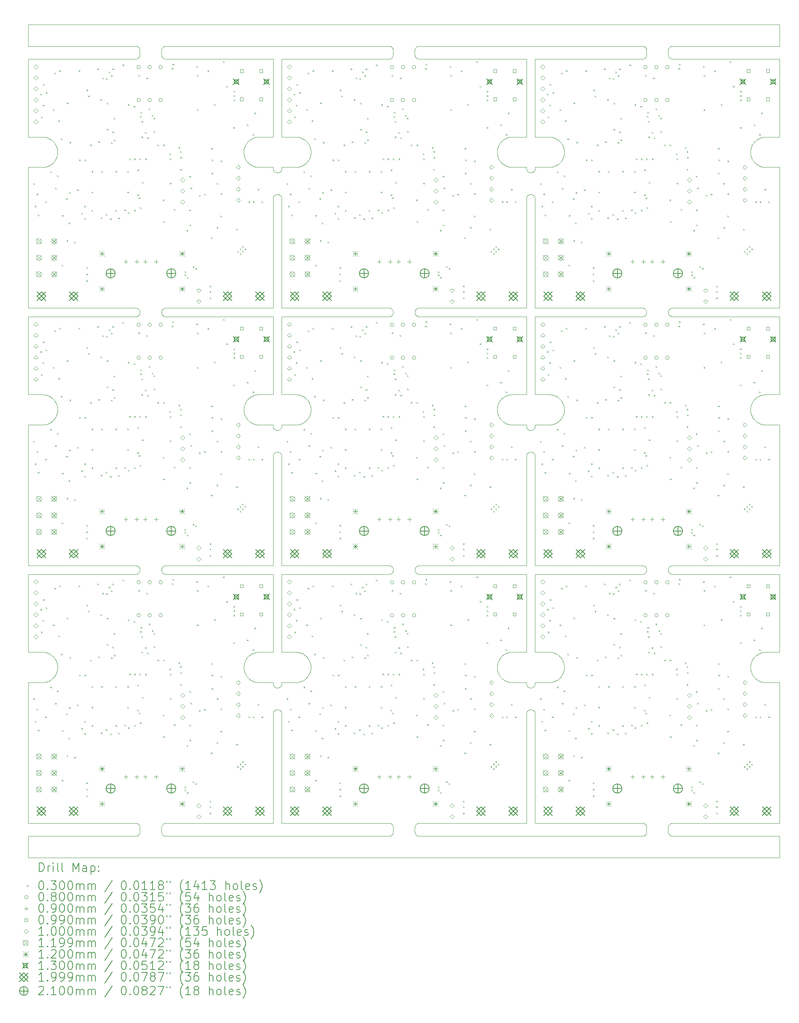
<source format=gbr>
%FSLAX45Y45*%
G04 Gerber Fmt 4.5, Leading zero omitted, Abs format (unit mm)*
G04 Created by KiCad (PCBNEW (6.0.6)) date 2022-07-06 10:56:03*
%MOMM*%
%LPD*%
G01*
G04 APERTURE LIST*
%TA.AperFunction,Profile*%
%ADD10C,0.100000*%
%TD*%
%ADD11C,0.200000*%
%ADD12C,0.030000*%
%ADD13C,0.080000*%
%ADD14C,0.090000*%
%ADD15C,0.099000*%
%ADD16C,0.100000*%
%ADD17C,0.119888*%
%ADD18C,0.120000*%
%ADD19C,0.130000*%
%ADD20C,0.199898*%
%ADD21C,0.210000*%
G04 APERTURE END LIST*
D10*
X2490526Y-6748928D02*
X2485704Y-6749523D01*
X14249354Y-532516D02*
X14252528Y-536195D01*
X17026240Y-2600000D02*
X17348773Y-2600000D01*
X8399354Y-18717484D02*
X8396003Y-18721003D01*
X11499308Y-6750056D02*
X11498773Y-6750000D01*
X5129922Y-15140530D02*
X5115683Y-15130445D01*
X8981672Y-18740495D02*
X8977332Y-18738310D01*
X8423928Y-6665526D02*
X8423097Y-6670314D01*
X5664085Y-9326896D02*
X5661690Y-9322668D01*
X11700000Y-15225988D02*
X11699880Y-15230858D01*
X2513886Y-18457536D02*
X2518328Y-18459505D01*
X14267464Y-561114D02*
X14269212Y-565648D01*
X16776223Y-9146115D02*
X16764264Y-9133409D01*
X16680809Y-2886791D02*
X16683283Y-2874550D01*
X5666685Y-9331001D02*
X5664085Y-9326896D01*
X12190181Y-15158509D02*
X12174597Y-15166360D01*
X12108946Y-9239729D02*
X12091907Y-9243491D01*
X11589296Y-3925477D02*
X11594142Y-3925119D01*
X16675855Y-14826323D02*
X16676226Y-14821375D01*
X8968999Y-6733315D02*
X8965026Y-6730517D01*
X490181Y-2641490D02*
X505353Y-2650108D01*
X10994647Y-3249892D02*
X10979922Y-3240530D01*
X8929263Y-6679738D02*
X8927967Y-6675055D01*
X2570737Y-6679738D02*
X2569213Y-6684352D01*
X8929263Y-12629738D02*
X8927967Y-12625055D01*
X5827528Y-3961195D02*
X5830517Y-3965026D01*
X11142626Y-3298446D02*
X11125297Y-3296399D01*
X4987469Y-14942389D02*
X4984388Y-14930287D01*
X8926072Y-715526D02*
X8925477Y-710704D01*
X3111195Y-522472D02*
X3115026Y-519483D01*
X12130516Y-3283660D02*
X12113754Y-3288505D01*
X6280516Y-3283660D02*
X6263754Y-3288505D01*
X11499944Y-8549308D02*
X11500000Y-6751227D01*
X14779263Y-6620262D02*
X14780787Y-6615648D01*
X16678086Y-14895974D02*
X16676226Y-14878624D01*
X16694074Y-2836198D02*
X16700158Y-2819844D01*
X16676226Y-8871375D02*
X16678086Y-8854026D01*
X8408315Y-756001D02*
X8405517Y-759974D01*
X8345314Y-18748097D02*
X8340526Y-18748928D01*
X6435736Y-2716591D02*
X6439018Y-2720311D01*
X6427241Y-9142564D02*
X6414837Y-9154836D01*
X10990413Y-14552694D02*
X11005462Y-14543863D01*
X16844647Y-9199892D02*
X16840413Y-9197306D01*
X11041358Y-8576577D02*
X11057645Y-8570317D01*
X635268Y-9061853D02*
X629296Y-9072821D01*
X11674354Y-3392484D02*
X11671003Y-3396003D01*
X5129922Y-8609470D02*
X5144647Y-8600108D01*
X629296Y-14677179D02*
X637532Y-14692562D01*
X14252528Y-536195D02*
X14255517Y-540026D01*
X6523774Y-8928625D02*
X6521914Y-8945974D01*
X5724945Y-9372033D02*
X5720262Y-9370737D01*
X11680517Y-15865026D02*
X11683315Y-15868999D01*
X16844647Y-14550107D02*
X16855462Y-14543863D01*
X5219484Y-3283660D02*
X5202983Y-3277986D01*
X11700006Y-15200981D02*
X11700000Y-15225988D01*
X8405517Y-540026D02*
X8408315Y-543999D01*
X12273777Y-3196115D02*
X12261200Y-3208210D01*
X8947472Y-18486195D02*
X8950646Y-18482516D01*
X5661690Y-15877332D02*
X5664085Y-15873104D01*
X12190181Y-9208510D02*
X12174597Y-9216360D01*
X8402528Y-18713805D02*
X8399354Y-18717484D01*
X14775000Y-599012D02*
X14775119Y-594142D01*
X14238805Y-522472D02*
X14242484Y-525646D01*
X16859819Y-9208510D02*
X16844647Y-9199892D01*
X12372531Y-2991051D02*
X12370052Y-3008323D01*
X3136114Y-18457536D02*
X3140648Y-18455787D01*
X11500477Y-15235704D02*
X11500119Y-15230858D01*
X430516Y-3283660D02*
X413754Y-3288505D01*
X17010035Y-9249627D02*
X16992626Y-9248446D01*
X14234974Y-12680517D02*
X14231001Y-12683315D01*
X8981672Y-509505D02*
X8986114Y-507536D01*
X5809974Y-15844483D02*
X5813805Y-15847472D01*
X11103230Y-15192508D02*
X11086246Y-15188505D01*
X2552528Y-763805D02*
X2549354Y-767484D01*
X14827332Y-511690D02*
X14831672Y-509505D01*
X2490526Y-12698928D02*
X2485704Y-12699523D01*
X12317611Y-8708059D02*
X12326815Y-8722883D01*
X4988813Y-3047165D02*
X4984388Y-3030287D01*
X8986114Y-18742464D02*
X8981672Y-18740495D01*
X8934505Y-12643328D02*
X8932536Y-12638885D01*
X11509505Y-15881672D02*
X11511690Y-15877332D01*
X16844647Y-3249892D02*
X16829922Y-3240530D01*
X14784505Y-743328D02*
X14782536Y-738885D01*
X14845262Y-18454263D02*
X14849945Y-18452967D01*
X8947472Y-12663805D02*
X8944483Y-12659974D01*
X11552332Y-9363310D02*
X11548104Y-9360915D01*
X14175988Y-500000D02*
X14180858Y-500119D01*
X12091907Y-8556509D02*
X12108946Y-8560271D01*
X629296Y-9072821D02*
X620303Y-9087774D01*
X3107516Y-6575646D02*
X3111195Y-6572472D01*
X5850056Y-14499308D02*
X5850512Y-14499865D01*
X3131672Y-12509505D02*
X3136114Y-12507536D01*
X14775477Y-12610704D02*
X14775119Y-12605858D01*
X14827332Y-788310D02*
X14823104Y-785915D01*
X3076902Y-18670314D02*
X3076072Y-18665526D01*
X3094483Y-540026D02*
X3097472Y-536195D01*
X14275000Y-18650988D02*
X14274880Y-18655858D01*
X5310035Y-15199627D02*
X5292626Y-15198446D01*
X5186786Y-8578504D02*
X5202983Y-8572014D01*
X11500000Y-15924012D02*
X11500119Y-15919142D01*
X391907Y-2606509D02*
X408946Y-2610271D01*
X585736Y-9133409D02*
X573777Y-9146115D01*
X8981672Y-12690495D02*
X8977332Y-12688310D01*
X14252528Y-6586195D02*
X14255517Y-6590026D01*
X5833315Y-15281001D02*
X5830517Y-15284974D01*
X12326815Y-8722883D02*
X12329296Y-8727179D01*
X14854686Y-501902D02*
X14859474Y-501072D01*
X12344991Y-2808336D02*
X12349842Y-2819844D01*
X12057374Y-3298446D02*
X12039965Y-3299627D01*
X11688310Y-15272668D02*
X11685915Y-15276896D01*
X8419213Y-12565648D02*
X8420737Y-12570262D01*
X11574945Y-3422033D02*
X11570262Y-3420737D01*
X2480858Y-6749880D02*
X2475988Y-6750000D01*
X5850217Y-3300390D02*
X5850006Y-3300981D01*
X2574523Y-710704D02*
X2573928Y-715526D01*
X2546003Y-6721003D02*
X2542484Y-6724354D01*
X12125776Y-9235123D02*
X12108946Y-9239729D01*
X16829922Y-2659470D02*
X16844647Y-2650108D01*
X442355Y-2620317D02*
X458642Y-2626577D01*
X11570262Y-15320737D02*
X11565648Y-15319212D01*
X9024012Y-6750000D02*
X9019142Y-6749880D01*
X3075119Y-594142D02*
X3075477Y-589296D01*
X11574945Y-15827967D02*
X11579686Y-15826902D01*
X14791685Y-18493999D02*
X14794483Y-18490026D01*
X8405517Y-12540026D02*
X8408315Y-12543999D01*
X8340526Y-501072D02*
X8345314Y-501902D01*
X16680809Y-3013209D02*
X16678086Y-2995974D01*
X5849880Y-9280858D02*
X5849523Y-9285704D01*
X12351654Y-14724462D02*
X12357506Y-14740901D01*
X3094483Y-18490026D02*
X3097472Y-18486195D01*
X11499783Y-6549610D02*
X11500000Y-6548773D01*
X2567464Y-12638885D02*
X2565495Y-12643328D01*
X5650119Y-15919142D02*
X5650477Y-15914296D01*
X12209587Y-14552694D02*
X12220078Y-14559470D01*
X16776223Y-2703885D02*
X16788800Y-2691790D01*
X11692464Y-15886114D02*
X11694212Y-15890648D01*
X2500055Y-502967D02*
X2504738Y-504263D01*
X6189965Y-3299627D02*
X6173759Y-3300000D01*
X11505787Y-3359352D02*
X11504263Y-3354738D01*
X8941685Y-6593999D02*
X8944483Y-6590026D01*
X10870704Y-3122821D02*
X10862468Y-3107438D01*
X6501654Y-2824462D02*
X6507506Y-2840901D01*
X2513886Y-507536D02*
X2518328Y-509505D01*
X5779738Y-3929263D02*
X5784352Y-3930787D01*
X6499842Y-2819844D02*
X6501654Y-2824462D01*
X2480858Y-6550119D02*
X2485704Y-6550477D01*
X5724945Y-15827967D02*
X5729686Y-15826902D01*
X5849880Y-15230858D02*
X5849523Y-15235704D01*
X10994647Y-2650108D02*
X11009819Y-2641490D01*
X3075119Y-6655858D02*
X3075000Y-6649012D01*
X16675109Y-14843756D02*
X16675855Y-14826323D01*
X8396003Y-18478997D02*
X8399354Y-18482516D01*
X11561114Y-3932536D02*
X11565648Y-3930787D01*
X11504263Y-3995262D02*
X11505787Y-3990648D01*
X14854686Y-12698097D02*
X14849945Y-12697033D01*
X2504738Y-18745737D02*
X2500055Y-18747033D01*
X6224703Y-8553601D02*
X6241907Y-8556509D01*
X14263310Y-12647668D02*
X14260915Y-12651896D01*
X5848097Y-15904686D02*
X5848928Y-15909474D01*
X6516716Y-8824550D02*
X6519191Y-8836791D01*
X11685915Y-9923104D02*
X11688310Y-9927332D01*
X12251836Y-3216474D02*
X12238271Y-3227449D01*
X14864296Y-12500477D02*
X14869142Y-12500119D01*
X12326815Y-3127117D02*
X12317611Y-3141941D01*
X3115026Y-780517D02*
X3111195Y-777528D01*
X11700000Y-18448773D02*
X11700056Y-18449308D01*
X12374767Y-14861204D02*
X12373774Y-14878624D01*
X8981672Y-6559505D02*
X8986114Y-6557536D01*
X655926Y-2836198D02*
X657506Y-2840901D01*
X11699880Y-9969142D02*
X11700000Y-9974012D01*
X14775000Y-18549012D02*
X14775119Y-18544142D01*
X4984388Y-14769713D02*
X4988813Y-14752835D01*
X2495314Y-798097D02*
X2490526Y-798928D01*
X5821003Y-9346003D02*
X5817484Y-9349354D01*
X11505787Y-9940648D02*
X11507536Y-9936114D01*
X8953997Y-771003D02*
X8950646Y-767484D01*
X8354738Y-6554263D02*
X8359352Y-6555787D01*
X5111728Y-3227449D02*
X5098164Y-3216474D01*
X323760Y-9250000D02*
X1227Y-9250000D01*
X5693999Y-9891685D02*
X5698104Y-9889085D01*
X6344538Y-14543863D02*
X6359587Y-14552694D01*
X6521914Y-14804026D02*
X6522531Y-14808949D01*
X479067Y-3264207D02*
X463214Y-3271496D01*
X10864732Y-15011853D02*
X10857050Y-14996186D01*
X6297017Y-8572014D02*
X6313214Y-8578504D01*
X8950646Y-18717484D02*
X8947472Y-18713805D01*
X8350055Y-12697033D02*
X8345314Y-12698097D01*
X17349444Y-12499888D02*
X17349909Y-12499400D01*
X91Y-12700600D02*
X56Y-14499308D01*
X16958093Y-9243491D02*
X16941054Y-9239729D01*
X8927967Y-6624945D02*
X8929263Y-6620262D01*
X12205353Y-3249892D02*
X12190181Y-3258509D01*
X14190526Y-12501072D02*
X14195314Y-12501902D01*
X11615526Y-3423928D02*
X11610704Y-3424523D01*
X6487532Y-9057438D02*
X6479296Y-9072821D01*
X11700056Y-6750692D02*
X11700000Y-6751227D01*
X14776902Y-12579686D02*
X14777967Y-12574945D01*
X4976226Y-8871375D02*
X4978086Y-8854026D01*
X11610704Y-15324523D02*
X11605858Y-15324880D01*
X12362531Y-14757610D02*
X12365612Y-14769713D01*
X11176240Y-15200000D02*
X11160035Y-15199627D01*
X6280516Y-15183660D02*
X6275776Y-15185122D01*
X8417464Y-561114D02*
X8419213Y-565648D01*
X10873185Y-9077117D02*
X10864732Y-9061853D01*
X12371914Y-2904026D02*
X12372531Y-2908949D01*
X8325988Y-12500000D02*
X8330858Y-12500119D01*
X2531001Y-12516685D02*
X2534974Y-12519483D01*
X474597Y-8583640D02*
X490181Y-8591490D01*
X8977332Y-511690D02*
X8981672Y-509505D01*
X11629738Y-3420737D02*
X11625055Y-3422033D01*
X10902954Y-14629878D02*
X10914264Y-14616591D01*
X6427241Y-3192564D02*
X6423777Y-3196115D01*
X14775477Y-6660704D02*
X14775119Y-6655858D01*
X14231001Y-783315D02*
X14226896Y-785915D01*
X3164296Y-6550477D02*
X3169142Y-6550119D01*
X6521914Y-8945974D02*
X6519191Y-8963209D01*
X3100646Y-767484D02*
X3097472Y-763805D01*
X14273097Y-6629686D02*
X14273928Y-6634474D01*
X14782536Y-18688886D02*
X14780787Y-18684352D01*
X5850056Y-8549308D02*
X5850512Y-8549865D01*
X11643328Y-3934505D02*
X11647668Y-3936690D01*
X11692464Y-9313886D02*
X11690495Y-9318328D01*
X662531Y-3042389D02*
X661187Y-3047165D01*
X5850739Y-3300042D02*
X5850217Y-3300390D01*
X5649261Y-3300042D02*
X5326240Y-3300000D01*
X10948164Y-14583526D02*
X10961728Y-14572551D01*
X8424523Y-589296D02*
X8424880Y-594142D01*
X14180858Y-12500119D02*
X14185704Y-12500477D01*
X16953230Y-8557492D02*
X16970392Y-8554340D01*
X14836114Y-6557536D02*
X14840648Y-6555787D01*
X14780787Y-18684352D02*
X14779263Y-18679738D01*
X14779263Y-729738D02*
X14777967Y-725055D01*
X8999945Y-18452967D02*
X9004686Y-18451903D01*
X14874012Y-500000D02*
X17349214Y-499970D01*
X12039965Y-15199627D02*
X12023759Y-15200000D01*
X8345314Y-6551902D02*
X8350055Y-6552967D01*
X8977332Y-788310D02*
X8973104Y-785915D01*
X3164296Y-12500477D02*
X3169142Y-12500119D01*
X12374145Y-2973677D02*
X12372531Y-2991051D01*
X8415495Y-12643328D02*
X8413310Y-12647668D01*
X12039965Y-9249627D02*
X12023759Y-9250000D01*
X11514085Y-9326896D02*
X11511690Y-9322668D01*
X16975297Y-3296399D02*
X16958093Y-3293491D01*
X5649994Y-3300981D02*
X5649783Y-3300390D01*
X573777Y-15096115D02*
X561200Y-15108210D01*
X2509352Y-794212D02*
X2504738Y-795737D01*
X5650000Y-9974012D02*
X5650119Y-9969142D01*
X11525646Y-15292484D02*
X11522472Y-15288805D01*
X14249354Y-6582516D02*
X14252528Y-6586195D01*
X12289018Y-9129689D02*
X12285736Y-9133409D01*
X5840495Y-3981672D02*
X5842464Y-3986114D01*
X5809974Y-9894483D02*
X5813805Y-9897472D01*
X10848346Y-2824462D02*
X10850158Y-2819844D01*
X8925120Y-705858D02*
X8925000Y-700988D01*
X458642Y-14526577D02*
X474597Y-14533640D01*
X12365612Y-3030287D02*
X12361187Y-3047165D01*
X11625055Y-15827967D02*
X11629738Y-15829263D01*
X5292626Y-9248446D02*
X5275297Y-9246399D01*
X16825823Y-2662265D02*
X16829922Y-2659470D01*
X11700281Y-12499684D02*
X11700692Y-12499944D01*
X11502967Y-15899945D02*
X11504263Y-15895262D01*
X0Y-18751227D02*
X0Y-19248773D01*
X8410915Y-751896D02*
X8408315Y-756001D01*
X6447046Y-8679878D02*
X6457680Y-8693712D01*
X8340526Y-6551072D02*
X8345314Y-6551902D01*
X8926072Y-584474D02*
X8926903Y-579686D01*
X16975297Y-15196399D02*
X16958093Y-15193491D01*
X16688813Y-2852835D02*
X16694074Y-2836198D01*
X474597Y-2633640D02*
X490181Y-2641490D01*
X3076072Y-584474D02*
X3076902Y-579686D01*
X5042320Y-14643712D02*
X5052954Y-14629878D01*
X11565648Y-3419212D02*
X11561114Y-3417464D01*
X2567464Y-18688886D02*
X2565495Y-18693328D01*
X9014296Y-799523D02*
X9009474Y-798928D01*
X11548104Y-3939085D02*
X11552332Y-3936690D01*
X8961195Y-12677528D02*
X8957516Y-12674354D01*
X14797472Y-536195D02*
X14800646Y-532516D01*
X12342950Y-14703814D02*
X12344991Y-14708336D01*
X2570737Y-12570262D02*
X2572033Y-12574945D01*
X14270737Y-729738D02*
X14269212Y-734352D01*
X16700158Y-2819844D02*
X16705009Y-2808336D01*
X534317Y-15130445D02*
X524177Y-15137735D01*
X11552332Y-3936690D02*
X11556672Y-3934505D01*
X5675646Y-15857516D02*
X5678997Y-15853997D01*
X14200055Y-502967D02*
X14204738Y-504263D01*
X12361187Y-3047165D02*
X12355926Y-3063802D01*
X12174597Y-8583640D02*
X12190181Y-8591490D01*
X14238805Y-6572472D02*
X14242484Y-6575646D01*
X5186786Y-14528504D02*
X5191358Y-14526577D01*
X14811195Y-522472D02*
X14815026Y-519483D01*
X12370052Y-3008323D02*
X12366716Y-3025450D01*
X8423097Y-18670314D02*
X8422033Y-18675055D01*
X11543999Y-9358315D02*
X11540026Y-9355517D01*
X5649308Y-6549944D02*
X5649719Y-6549684D01*
X11694212Y-9309352D02*
X11692464Y-9313886D01*
X12342950Y-8753814D02*
X12349842Y-8769844D01*
X11685915Y-15873104D02*
X11688310Y-15877332D01*
X5175402Y-3266360D02*
X5159819Y-3258509D01*
X5711114Y-9367464D02*
X5706672Y-9365495D01*
X8381001Y-18466685D02*
X8384974Y-18469483D01*
X11528997Y-9346003D02*
X11525646Y-9342484D01*
X3164296Y-799523D02*
X3159474Y-798928D01*
X3086690Y-6697668D02*
X3084505Y-6693328D01*
X6224703Y-15196399D02*
X6212311Y-15197952D01*
X8929263Y-6620262D02*
X8930787Y-6615648D01*
X11677528Y-15288805D02*
X11674354Y-15292484D01*
X14260915Y-548104D02*
X14263310Y-552332D01*
X5669483Y-3965026D02*
X5672472Y-3961195D01*
X12174597Y-9216360D02*
X12163214Y-9221496D01*
X5706672Y-15834505D02*
X5711114Y-15832536D01*
X11690495Y-9931672D02*
X11692464Y-9936114D01*
X6516716Y-14774550D02*
X6519191Y-14786791D01*
X5651902Y-9954686D02*
X5652967Y-9949945D01*
X5155462Y-14543863D02*
X5170933Y-14535793D01*
X14775000Y-700988D02*
X14775000Y-599012D01*
X8368328Y-18459505D02*
X8372668Y-18461690D01*
X12357506Y-14959099D02*
X12351654Y-14975538D01*
X11667484Y-3950646D02*
X11671003Y-3953997D01*
X11556672Y-9884505D02*
X11561114Y-9882536D01*
X8359352Y-6744212D02*
X8354738Y-6745737D01*
X11697033Y-15899945D02*
X11698097Y-15904686D01*
X11500000Y-6751227D02*
X11499944Y-6750692D01*
X458642Y-8576577D02*
X474597Y-8583640D01*
X11501902Y-9954686D02*
X11502967Y-9949945D01*
X5848928Y-15240526D02*
X5848097Y-15245314D01*
X14258315Y-543999D02*
X14260915Y-548104D01*
X5849523Y-15235704D02*
X5848928Y-15240526D01*
X14209352Y-6744212D02*
X14204738Y-6745737D01*
X12355926Y-3063802D02*
X12349842Y-3080156D01*
X8929263Y-18520262D02*
X8930787Y-18515648D01*
X6524891Y-8906244D02*
X6524767Y-8911204D01*
X2542484Y-6724354D02*
X2538805Y-6727528D01*
X14791685Y-543999D02*
X14794483Y-540026D01*
X11615526Y-9876072D02*
X11620314Y-9876903D01*
X8413310Y-18502332D02*
X8415495Y-18506672D01*
X6523774Y-8871375D02*
X6524145Y-8876323D01*
X14222668Y-12511690D02*
X14226896Y-12514085D01*
X5088800Y-3208210D02*
X5076223Y-3196115D01*
X8413310Y-6697668D02*
X8410915Y-6701896D01*
X10951964Y-2680337D02*
X10965683Y-2669555D01*
X14180858Y-6550119D02*
X14185704Y-6550477D01*
X5052954Y-8679878D02*
X5060982Y-8670311D01*
X16714731Y-15011853D02*
X16707049Y-14996186D01*
X600139Y-9116243D02*
X589018Y-9129689D01*
X8981672Y-790495D02*
X8977332Y-788310D01*
X12273777Y-2703885D02*
X12285736Y-2716591D01*
X597046Y-8679878D02*
X600139Y-8683757D01*
X5734474Y-15826072D02*
X5739296Y-15825477D01*
X8392484Y-6575646D02*
X8396003Y-6578997D01*
X5715648Y-3419212D02*
X5711114Y-3417464D01*
X9019142Y-18450120D02*
X9024012Y-18450000D01*
X14818999Y-18466685D02*
X14823104Y-18464085D01*
X3091685Y-12656001D02*
X3089085Y-12651896D01*
X8381001Y-783315D02*
X8376896Y-785915D01*
X14273097Y-720314D02*
X14272033Y-725055D01*
X11514085Y-3973104D02*
X11516685Y-3968999D01*
X11500000Y-9275988D02*
X11499994Y-9250981D01*
X10862468Y-2792562D02*
X10870704Y-2777179D01*
X5039424Y-9102260D02*
X5032389Y-9091941D01*
X5849523Y-3335704D02*
X5848928Y-3340526D01*
X6370078Y-15140530D02*
X6359587Y-15147305D01*
X524177Y-14562265D02*
X534317Y-14569555D01*
X5842464Y-3363885D02*
X5840495Y-3368328D01*
X10975823Y-2662265D02*
X10990413Y-2652694D01*
X14190526Y-12698928D02*
X14185704Y-12699523D01*
X11543999Y-9891685D02*
X11548104Y-9889085D01*
X6189965Y-9249627D02*
X6173759Y-9250000D01*
X2565495Y-6606672D02*
X2567464Y-6611114D01*
X16788800Y-14591790D02*
X16798164Y-14583526D01*
X430Y-18449812D02*
X1227Y-18450000D01*
X5649610Y-15200217D02*
X5648797Y-15200000D01*
X8995262Y-18745737D02*
X8990648Y-18744213D01*
X11516685Y-15281001D02*
X11514085Y-15276896D01*
X9014296Y-18450477D02*
X9019142Y-18450120D01*
X12113754Y-3288505D02*
X12096770Y-3292508D01*
X14845262Y-18745737D02*
X14840648Y-18744213D01*
X8410915Y-548104D02*
X8413310Y-552332D01*
X8410915Y-6701896D02*
X8408315Y-6706001D01*
X5698104Y-9889085D02*
X5702332Y-9886690D01*
X5241054Y-9239729D02*
X5224224Y-9235123D01*
X673774Y-14821375D02*
X674145Y-14826323D01*
X5020704Y-3122821D02*
X5012468Y-3107438D01*
X16941054Y-2610271D02*
X16958093Y-2606509D01*
X6467611Y-8708059D02*
X6470303Y-8712226D01*
X6324597Y-2633640D02*
X6340181Y-2641490D01*
X5850000Y-6751227D02*
X5850056Y-8549308D01*
X12351654Y-9025538D02*
X12344991Y-9041664D01*
X2574523Y-18539296D02*
X2574880Y-18544142D01*
X8340526Y-12698928D02*
X8335704Y-12699523D01*
X5155462Y-15156137D02*
X5140413Y-15147305D01*
X6457680Y-2743712D02*
X6467611Y-2758059D01*
X8926072Y-12615526D02*
X8925477Y-12610704D01*
X3075119Y-12605858D02*
X3075000Y-12599012D01*
X16732389Y-8708059D02*
X16742320Y-8693712D01*
X6512531Y-8992390D02*
X6511187Y-8997165D01*
X5850692Y-6549944D02*
X5851227Y-6550000D01*
X3149945Y-12697033D02*
X3145262Y-12695737D01*
X11599012Y-3925000D02*
X11605858Y-3925119D01*
X5806001Y-9358315D02*
X5801896Y-9360915D01*
X2563310Y-12647668D02*
X2560915Y-12651896D01*
X6427241Y-8657436D02*
X6439018Y-8670311D01*
X548036Y-2680337D02*
X561200Y-2691790D01*
X6411200Y-2691790D02*
X6414837Y-2695164D01*
X8925000Y-18650988D02*
X8925000Y-18549012D01*
X644991Y-8758336D02*
X649842Y-8769844D01*
X8925477Y-18539296D02*
X8926072Y-18534474D01*
X16760981Y-2720311D02*
X16764264Y-2716591D01*
X11511690Y-15877332D02*
X11514085Y-15873104D01*
X11579686Y-15323097D02*
X11574945Y-15322033D01*
X14776902Y-18529686D02*
X14777967Y-18524945D01*
X14275000Y-599012D02*
X14275000Y-700988D01*
X14204738Y-6745737D02*
X14200055Y-6747033D01*
X14779263Y-12629738D02*
X14777967Y-12625055D01*
X5720262Y-3929263D02*
X5724945Y-3927967D01*
X339965Y-9249627D02*
X323760Y-9250000D01*
X5649610Y-800217D02*
X5648773Y-800000D01*
X5012468Y-9057438D02*
X5005009Y-9041664D01*
X8968999Y-18466685D02*
X8973104Y-18464085D01*
X6246770Y-9242508D02*
X6241907Y-9243491D01*
X6515612Y-3030287D02*
X6511187Y-3047165D01*
X2522668Y-6561690D02*
X2526896Y-6564085D01*
X2567464Y-18511114D02*
X2569213Y-18515648D01*
X4984388Y-2869713D02*
X4987469Y-2857610D01*
X12374767Y-2938796D02*
X12374891Y-2943756D01*
X4977469Y-2908949D02*
X4979947Y-2891677D01*
X6173759Y-3300000D02*
X5850739Y-3300042D01*
X666716Y-14774550D02*
X669191Y-14786791D01*
X11700739Y-9250042D02*
X11700217Y-9250390D01*
X5848928Y-3340526D02*
X5848097Y-3345314D01*
X14784505Y-6606672D02*
X14786690Y-6602332D01*
X6515612Y-14769713D02*
X6516716Y-14774550D01*
X14255517Y-18709974D02*
X14252528Y-18713805D01*
X11656001Y-9891685D02*
X11659974Y-9894483D01*
X8990648Y-505787D02*
X8995262Y-504263D01*
X5659505Y-15268328D02*
X5657536Y-15263885D01*
X12344991Y-9041664D02*
X12337532Y-9057438D01*
X11671003Y-15853997D02*
X11674354Y-15857516D01*
X17026240Y-14500000D02*
X17348773Y-14500000D01*
X5690026Y-3405517D02*
X5686195Y-3402528D01*
X12374145Y-8876323D02*
X12374767Y-8888796D01*
X5806001Y-15841685D02*
X5809974Y-15844483D01*
X14274523Y-12589296D02*
X14274880Y-12594142D01*
X2495314Y-6551902D02*
X2500055Y-6552967D01*
X14780787Y-734352D02*
X14779263Y-729738D01*
X6189965Y-2600373D02*
X6207374Y-2601554D01*
X8423097Y-6670314D02*
X8422033Y-6675055D01*
X16958093Y-2606509D02*
X16975297Y-2603601D01*
X2573097Y-720314D02*
X2572033Y-725055D01*
X5657536Y-15886114D02*
X5659505Y-15881672D01*
X11548104Y-3410915D02*
X11543999Y-3408315D01*
X6263754Y-9238505D02*
X6246770Y-9242508D01*
X8926903Y-12620314D02*
X8926072Y-12615526D01*
X509587Y-8602694D02*
X524177Y-8612265D01*
X14242484Y-525646D02*
X14246003Y-528997D01*
X14836114Y-6742464D02*
X14831672Y-6740495D01*
X2504738Y-12504263D02*
X2509352Y-12505787D01*
X10948164Y-3216474D02*
X10938800Y-3208210D01*
X14260915Y-12548104D02*
X14263310Y-12552332D01*
X11677528Y-3388805D02*
X11674354Y-3392484D01*
X2526896Y-6564085D02*
X2531001Y-6566685D01*
X3103997Y-6721003D02*
X3100646Y-6717484D01*
X637532Y-14692562D02*
X642950Y-14703814D01*
X14807516Y-6724354D02*
X14803997Y-6721003D01*
X3086690Y-18502332D02*
X3089085Y-18498104D01*
X11057645Y-2620317D02*
X11074224Y-2614877D01*
X12023759Y-15200000D02*
X11700739Y-15200042D01*
X2513886Y-12507536D02*
X2518328Y-12509505D01*
X9019142Y-18749880D02*
X9014296Y-18749523D01*
X5833315Y-9331001D02*
X5830517Y-9334974D01*
X12310576Y-9102260D02*
X12300139Y-9116243D01*
X11594142Y-9374880D02*
X11589296Y-9374523D01*
X4977469Y-14891051D02*
X4976226Y-14878624D01*
X12371914Y-14804026D02*
X12373774Y-14821375D01*
X6388271Y-15127449D02*
X6374177Y-15137735D01*
X12074703Y-8553601D02*
X12091907Y-8556509D01*
X10879697Y-15037774D02*
X10873185Y-15027117D01*
X5797668Y-3936690D02*
X5801896Y-3939085D01*
X16687469Y-14942389D02*
X16683283Y-14925450D01*
X16714731Y-2788147D02*
X16723185Y-2772883D01*
X2555517Y-18490026D02*
X2558315Y-18493999D01*
X5039424Y-3152260D02*
X5029697Y-3137774D01*
X2560915Y-18701896D02*
X2558315Y-18706001D01*
X5000158Y-14980156D02*
X4998346Y-14975538D01*
X8925120Y-12594142D02*
X8925477Y-12589296D01*
X11086246Y-9238505D02*
X11069484Y-9233660D01*
X5648773Y-12700000D02*
X3174012Y-12700000D01*
X5830517Y-3384974D02*
X5827528Y-3388805D01*
X6212311Y-15197952D02*
X6194920Y-15199379D01*
X14265495Y-556672D02*
X14267464Y-561114D01*
X10910982Y-3179689D02*
X10899861Y-3166243D01*
X8415495Y-6693328D02*
X8413310Y-6697668D01*
X5115683Y-2669555D02*
X5125823Y-2662265D01*
X8965026Y-6730517D02*
X8961195Y-6727528D01*
X11536195Y-3402528D02*
X11532516Y-3399354D01*
X9024012Y-500000D02*
X14175988Y-500000D01*
X12074703Y-14503601D02*
X12091907Y-14506509D01*
X12310576Y-2747740D02*
X12317611Y-2758059D01*
X14775477Y-12589296D02*
X14776072Y-12584474D01*
X8422033Y-574945D02*
X8423097Y-579686D01*
X5191358Y-14526577D02*
X5207645Y-14520317D01*
X3123104Y-514085D02*
X3127332Y-511690D01*
X357374Y-8551554D02*
X374703Y-8553601D01*
X14776072Y-12584474D02*
X14776902Y-12579686D01*
X6359587Y-15147305D02*
X6344538Y-15156137D01*
X17349909Y-6549400D02*
X17349980Y-3300834D01*
X2495314Y-12698097D02*
X2490526Y-12698928D01*
X657506Y-14959099D02*
X651654Y-14975538D01*
X11091054Y-14510271D02*
X11108093Y-14506509D01*
X5813805Y-3947472D02*
X5817484Y-3950646D01*
X5664085Y-15873104D02*
X5666685Y-15868999D01*
X5654263Y-15254738D02*
X5652967Y-15250055D01*
X8345314Y-12501902D02*
X8350055Y-12502967D01*
X2526896Y-12514085D02*
X2531001Y-12516685D01*
X5678997Y-3396003D02*
X5675646Y-3392484D01*
X8926903Y-579686D02*
X8927967Y-574945D01*
X11634352Y-9369213D02*
X11629738Y-9370737D01*
X12261200Y-3208210D02*
X12251836Y-3216474D01*
X561200Y-3208210D02*
X548036Y-3219663D01*
X14265495Y-18506672D02*
X14267464Y-18511114D01*
X12362531Y-2857610D02*
X12366716Y-2874550D01*
X494538Y-3256137D02*
X479067Y-3264207D01*
X11069484Y-15183660D02*
X11052983Y-15177986D01*
X8325988Y-800000D02*
X5851227Y-800000D01*
X2570737Y-570262D02*
X2572033Y-574945D01*
X8926903Y-18529686D02*
X8927967Y-18524945D01*
X14255517Y-18490026D02*
X14258315Y-18493999D01*
X8384974Y-18469483D02*
X8388805Y-18472472D01*
X2558315Y-18706001D02*
X2555517Y-18709974D01*
X11500000Y-3325988D02*
X11499994Y-3300981D01*
X12361187Y-14947165D02*
X12357506Y-14959099D01*
X14797472Y-763805D02*
X14794483Y-759974D01*
X2563310Y-552332D02*
X2565495Y-556672D01*
X2570737Y-12629738D02*
X2569213Y-12634352D01*
X14260915Y-18498104D02*
X14263310Y-18502332D01*
X4977469Y-2991051D02*
X4976226Y-2978624D01*
X16840413Y-8602694D02*
X16844647Y-8600108D01*
X5649944Y-6750692D02*
X5649719Y-6750316D01*
X8953997Y-6721003D02*
X8950646Y-6717484D01*
X12374145Y-14826323D02*
X12374891Y-14843756D01*
X5848928Y-9290526D02*
X5848097Y-9295314D01*
X12337532Y-9057438D02*
X12335268Y-9061853D01*
X16742320Y-2743712D02*
X16749861Y-2733757D01*
X2480858Y-18749880D02*
X2475988Y-18750000D01*
X8419213Y-18515648D02*
X8420737Y-18520262D01*
X16694074Y-9013802D02*
X16688813Y-8997165D01*
X5125823Y-8612265D02*
X5129922Y-8609470D01*
X14213885Y-12507536D02*
X14218328Y-12509505D01*
X17349487Y-12700135D02*
X17348773Y-12700000D01*
X577241Y-15092564D02*
X573777Y-15096115D01*
X8973104Y-12514085D02*
X8977332Y-12511690D01*
X6467611Y-2758059D02*
X6476815Y-2772883D01*
X3075477Y-6660704D02*
X3075119Y-6655858D01*
X10834388Y-8819713D02*
X10838813Y-8802835D01*
X8354738Y-18454263D02*
X8359352Y-18455787D01*
X11700692Y-12700056D02*
X11700281Y-12700316D01*
X11536195Y-15847472D02*
X11540026Y-15844483D01*
X5850512Y-2599865D02*
X5851227Y-2600000D01*
X3174012Y-800000D02*
X3169142Y-799880D01*
X10899861Y-2733757D02*
X10910982Y-2720311D01*
X5085163Y-8645164D02*
X5088800Y-8641790D01*
X16684387Y-14769713D02*
X16688813Y-14752835D01*
X5755858Y-15324880D02*
X5750988Y-15325000D01*
X248Y-19249648D02*
X646Y-19249928D01*
X2574880Y-594142D02*
X2575000Y-599012D01*
X5849880Y-15919142D02*
X5850000Y-15924012D01*
X14213885Y-792464D02*
X14209352Y-794212D01*
X8957516Y-774354D02*
X8953997Y-771003D01*
X5838310Y-9322668D02*
X5835915Y-9326896D01*
X14782536Y-12561114D02*
X14784505Y-12556672D01*
X14258315Y-6706001D02*
X14255517Y-6709974D01*
X14231001Y-12683315D02*
X14226896Y-12685915D01*
X470Y-12499839D02*
X1227Y-12500000D01*
X2538805Y-18727528D02*
X2534974Y-18730517D01*
X8925000Y-700988D02*
X8925000Y-599012D01*
X11629738Y-9370737D02*
X11625055Y-9372033D01*
X5797668Y-9886690D02*
X5801896Y-9889085D01*
X14246003Y-18478997D02*
X14249354Y-18482516D01*
X2475988Y-18450000D02*
X2480858Y-18450120D01*
X16684387Y-8980287D02*
X16680809Y-8963209D01*
X4975232Y-2938796D02*
X4976226Y-2921375D01*
X6224703Y-3296399D02*
X6207374Y-3298446D01*
X505353Y-15149892D02*
X494538Y-15156137D01*
X3174012Y-18750000D02*
X3169142Y-18749880D01*
X637532Y-8742562D02*
X644991Y-8758336D01*
X11620314Y-15323097D02*
X11615526Y-15323928D01*
X5824354Y-3392484D02*
X5821003Y-3396003D01*
X3080787Y-18684352D02*
X3079263Y-18679738D01*
X5652967Y-15250055D02*
X5651902Y-15245314D01*
X14242484Y-774354D02*
X14238805Y-777528D01*
X3145262Y-504263D02*
X3149945Y-502967D01*
X8961195Y-522472D02*
X8965026Y-519483D01*
X11698097Y-9954686D02*
X11698928Y-9959474D01*
X11501902Y-4004686D02*
X11502967Y-3999945D01*
X12374145Y-2926323D02*
X12374767Y-2938796D01*
X5072759Y-8657436D02*
X5085163Y-8645164D01*
X8368328Y-18740495D02*
X8363885Y-18742464D01*
X5007050Y-14703814D02*
X5014732Y-14688147D01*
X11699523Y-3335704D02*
X11698928Y-3340526D01*
X4978086Y-14804026D02*
X4980809Y-14786791D01*
X11548104Y-9889085D02*
X11552332Y-9886690D01*
X12190181Y-3258509D02*
X12174597Y-3266360D01*
X6388271Y-3227449D02*
X6374177Y-3237735D01*
X16678086Y-2995974D02*
X16677469Y-2991051D01*
X3089085Y-12651896D02*
X3086690Y-12647668D01*
X3123104Y-6735915D02*
X3118999Y-6733315D01*
X14269212Y-12634352D02*
X14267464Y-12638885D01*
X5693999Y-15308315D02*
X5690026Y-15305517D01*
X14260915Y-6598104D02*
X14263310Y-6602332D01*
X8944483Y-18490026D02*
X8947472Y-18486195D01*
X11532516Y-15299354D02*
X11528997Y-15296003D01*
X5739296Y-3424523D02*
X5734474Y-3423928D01*
X14782536Y-561114D02*
X14784505Y-556672D01*
X4983284Y-2874550D02*
X4984388Y-2869713D01*
X14789085Y-18498104D02*
X14791685Y-18493999D01*
X16936246Y-8561495D02*
X16953230Y-8557492D01*
X8973104Y-12685915D02*
X8968999Y-12683315D01*
X17350000Y-19248773D02*
X17350000Y-18751227D01*
X8424880Y-18655858D02*
X8424523Y-18660704D01*
X14797472Y-6713805D02*
X14794483Y-6709974D01*
X5650000Y-15924012D02*
X5650119Y-15919142D01*
X3084505Y-12643328D02*
X3082536Y-12638885D01*
X11507536Y-3363885D02*
X11505787Y-3359352D01*
X8925000Y-599012D02*
X8925120Y-594142D01*
X6411200Y-8641790D02*
X6414837Y-8645164D01*
X10926223Y-9146115D02*
X10914264Y-9133409D01*
X14780787Y-565648D02*
X14782536Y-561114D01*
X14831672Y-509505D02*
X14836114Y-507536D01*
X16941054Y-9239729D02*
X16924224Y-9235123D01*
X11556672Y-15834505D02*
X11561114Y-15832536D01*
X2573097Y-12620314D02*
X2572033Y-12625055D01*
X5833315Y-3968999D02*
X5835915Y-3973104D01*
X16679947Y-14791677D02*
X16683283Y-14774550D01*
X8402528Y-12536195D02*
X8405517Y-12540026D01*
X11498773Y-14500000D02*
X11499487Y-14499865D01*
X3115026Y-18469483D02*
X3118999Y-18466685D01*
X14273928Y-12584474D02*
X14274523Y-12589296D01*
X16941054Y-15189729D02*
X16924224Y-15185122D01*
X8419213Y-565648D02*
X8420737Y-570262D01*
X3169142Y-18749880D02*
X3164296Y-18749523D01*
X14274523Y-6639296D02*
X14274880Y-6644142D01*
X8981672Y-12509505D02*
X8986114Y-12507536D01*
X651654Y-14724462D02*
X657506Y-14740901D01*
X16859819Y-15158509D02*
X16855462Y-15156137D01*
X16785163Y-15104835D02*
X16772759Y-15092564D01*
X12289018Y-14620311D02*
X12300139Y-14633756D01*
X14836114Y-18742464D02*
X14831672Y-18740495D01*
X3075477Y-18660704D02*
X3075119Y-18655858D01*
X10975823Y-15137735D02*
X10961728Y-15127449D01*
X5652967Y-3999945D02*
X5654263Y-3995262D01*
X2518328Y-790495D02*
X2513886Y-792464D01*
X14807516Y-18475646D02*
X14811195Y-18472472D01*
X5125823Y-14562265D02*
X5129922Y-14559470D01*
X8419213Y-734352D02*
X8417464Y-738885D01*
X5648773Y-6750000D02*
X3174012Y-6750000D01*
X8376896Y-6735915D02*
X8372668Y-6738310D01*
X8995262Y-18454263D02*
X8999945Y-18452967D01*
X10838813Y-3047165D02*
X10834388Y-3030287D01*
X8968999Y-516685D02*
X8973104Y-514085D01*
X2573928Y-12615526D02*
X2573097Y-12620314D01*
X14218328Y-18459505D02*
X14222668Y-18461690D01*
X3136114Y-6557536D02*
X3140648Y-6555787D01*
X17349570Y-9250188D02*
X17348773Y-9250000D01*
X5655787Y-9940648D02*
X5657536Y-9936114D01*
X5850000Y-12701227D02*
X5850056Y-14499308D01*
X11698928Y-15240526D02*
X11698097Y-15245314D01*
X11528997Y-15296003D02*
X11525646Y-15292484D01*
X14273097Y-12620314D02*
X14272033Y-12625055D01*
X2513886Y-6557536D02*
X2518328Y-6559505D01*
X16788800Y-2691790D02*
X16798164Y-2683526D01*
X11698097Y-15904686D02*
X11698928Y-15909474D01*
X6485268Y-14688147D02*
X6492950Y-14703814D01*
X8392484Y-18724354D02*
X8388805Y-18727528D01*
X3123104Y-18464085D02*
X3127332Y-18461690D01*
X3127332Y-12511690D02*
X3131672Y-12509505D01*
X8990648Y-6555787D02*
X8995262Y-6554263D01*
X5659505Y-9931672D02*
X5661690Y-9927332D01*
X14272033Y-6675055D02*
X14270737Y-6679738D01*
X5672472Y-15288805D02*
X5669483Y-15284974D01*
X9019142Y-500119D02*
X9024012Y-500000D01*
X3118999Y-6733315D02*
X3115026Y-6730517D01*
X8925120Y-6655858D02*
X8925000Y-6650988D01*
X5724945Y-3422033D02*
X5720262Y-3420737D01*
X8961195Y-6727528D02*
X8957516Y-6724354D01*
X12373774Y-14821375D02*
X12374145Y-14826323D01*
X16705009Y-14991664D02*
X16698345Y-14975538D01*
X5711114Y-15317464D02*
X5706672Y-15315495D01*
X6505926Y-14736198D02*
X6511187Y-14752835D01*
X8936690Y-6602332D02*
X8939085Y-6598104D01*
X3159474Y-18451072D02*
X3164296Y-18450477D01*
X5650477Y-9285704D02*
X5650119Y-9280858D01*
X3103997Y-771003D02*
X3100646Y-767484D01*
X16675109Y-14856244D02*
X16675109Y-14843756D01*
X3097472Y-6713805D02*
X3094483Y-6709974D01*
X5129922Y-14559470D02*
X5140413Y-14552694D01*
X2575000Y-18549012D02*
X2575000Y-18650988D01*
X3084505Y-18506672D02*
X3086690Y-18502332D01*
X11552332Y-3413310D02*
X11548104Y-3410915D01*
X10825109Y-2956244D02*
X10825232Y-2938796D01*
X3086690Y-12647668D02*
X3084505Y-12643328D01*
X11125297Y-2603601D02*
X11142626Y-2601554D01*
X8410915Y-18701896D02*
X8408315Y-18706001D01*
X513Y-14499865D02*
X1227Y-14500000D01*
X12329296Y-8727179D02*
X12337532Y-8742562D01*
X16875402Y-3266360D02*
X16859819Y-3258509D01*
X11695737Y-15895262D02*
X11697033Y-15899945D01*
X8340526Y-18748928D02*
X8335704Y-18749523D01*
X14252528Y-6713805D02*
X14249354Y-6717484D01*
X3136114Y-12507536D02*
X3140648Y-12505787D01*
X8927967Y-18524945D02*
X8929263Y-18520262D01*
X9014296Y-12500477D02*
X9019142Y-12500119D01*
X3075119Y-18544142D02*
X3075477Y-18539296D01*
X11659974Y-3944483D02*
X11663805Y-3947472D01*
X10829947Y-3008323D02*
X10827469Y-2991051D01*
X11651896Y-9889085D02*
X11656001Y-9891685D01*
X5848097Y-4004686D02*
X5848928Y-4009474D01*
X14849945Y-6747033D02*
X14845262Y-6745737D01*
X16886786Y-14528504D02*
X16902983Y-14522014D01*
X8995262Y-12504263D02*
X8999945Y-12502967D01*
X3154686Y-798097D02*
X3149945Y-797033D01*
X11501902Y-3345314D02*
X11501072Y-3340526D01*
X11695737Y-9304738D02*
X11694212Y-9309352D01*
X8941685Y-18493999D02*
X8944483Y-18490026D01*
X8944483Y-759974D02*
X8941685Y-756001D01*
X11556672Y-3934505D02*
X11561114Y-3932536D01*
X5072759Y-14607436D02*
X5085163Y-14595164D01*
X10842494Y-2840901D02*
X10848346Y-2824462D01*
X14274880Y-12594142D02*
X14275000Y-12599012D01*
X5844212Y-3990648D02*
X5845737Y-3995262D01*
X2538805Y-522472D02*
X2542484Y-525646D01*
X3164296Y-18749523D02*
X3159474Y-18748928D01*
X5659505Y-3981672D02*
X5661690Y-3977332D01*
X5023185Y-9077117D02*
X5014732Y-9061853D01*
X14791685Y-6706001D02*
X14789085Y-6701896D01*
X10833284Y-14925450D02*
X10829947Y-14908323D01*
X12238271Y-8622551D02*
X12251836Y-8633526D01*
X3097472Y-6586195D02*
X3100646Y-6582516D01*
X5650477Y-4014296D02*
X5651072Y-4009474D01*
X2549354Y-12667484D02*
X2546003Y-12671003D01*
X2552528Y-6586195D02*
X2555517Y-6590026D01*
X12091907Y-2606509D02*
X12108946Y-2610271D01*
X11659974Y-9355517D02*
X11656001Y-9358315D01*
X14200055Y-6747033D02*
X14195314Y-6748097D01*
X11579686Y-15826902D02*
X11584474Y-15826072D01*
X6411200Y-14591790D02*
X6414837Y-14595164D01*
X5651902Y-4004686D02*
X5652967Y-3999945D01*
X8420737Y-6620262D02*
X8422033Y-6624945D01*
X8925120Y-594142D02*
X8925477Y-589296D01*
X8957516Y-18475646D02*
X8961195Y-18472472D01*
X5661690Y-15272668D02*
X5659505Y-15268328D01*
X607680Y-9106288D02*
X600139Y-9116243D01*
X14836114Y-507536D02*
X14840648Y-505787D01*
X14195314Y-6551902D02*
X14200055Y-6552967D01*
X11501072Y-15909474D02*
X11501902Y-15904686D01*
X8350055Y-6747033D02*
X8345314Y-6748097D01*
X17349354Y-72D02*
X17348773Y0D01*
X14789085Y-12548104D02*
X14791685Y-12543999D01*
X3154686Y-18451903D02*
X3159474Y-18451072D01*
X14818999Y-18733315D02*
X14815026Y-18730517D01*
X8423928Y-584474D02*
X8424523Y-589296D01*
X6401836Y-15116474D02*
X6388271Y-15127449D01*
X14815026Y-18469483D02*
X14818999Y-18466685D01*
X8953997Y-6578997D02*
X8957516Y-6575646D01*
X14794483Y-12540026D02*
X14797472Y-12536195D01*
X10837469Y-2857610D02*
X10842494Y-2840901D01*
X11025402Y-8583640D02*
X11041358Y-8576577D01*
X11688310Y-3372668D02*
X11685915Y-3376896D01*
X14255517Y-12659974D02*
X14252528Y-12663805D01*
X14836114Y-12692464D02*
X14831672Y-12690495D01*
X14782536Y-738885D02*
X14780787Y-734352D01*
X5824354Y-15292484D02*
X5821003Y-15296003D01*
X10829947Y-14791677D02*
X10833284Y-14774550D01*
X8986114Y-6742464D02*
X8981672Y-6740495D01*
X14800646Y-767484D02*
X14797472Y-763805D01*
X5060982Y-3179689D02*
X5049861Y-3166243D01*
X8410915Y-12548104D02*
X8413310Y-12552332D01*
X14836114Y-18457536D02*
X14840648Y-18455787D01*
X8372668Y-6561690D02*
X8376896Y-6564085D01*
X17348773Y-14500000D02*
X17349487Y-14499865D01*
X11700512Y-2599865D02*
X11701227Y-2600000D01*
X3086690Y-6602332D02*
X3089085Y-6598104D01*
X14204738Y-12504263D02*
X14209352Y-12505787D01*
X11663805Y-9352528D02*
X11659974Y-9355517D01*
X8957516Y-12525646D02*
X8961195Y-12522472D01*
X14255517Y-540026D02*
X14258315Y-543999D01*
X2531001Y-18466685D02*
X2534974Y-18469483D01*
X5801896Y-9360915D02*
X5797668Y-9363310D01*
X11629738Y-9879263D02*
X11634352Y-9880787D01*
X12023759Y-8550000D02*
X12039965Y-8550373D01*
X91Y-800600D02*
X56Y-2599308D01*
X520078Y-3240530D02*
X505353Y-3249892D01*
X3136114Y-792464D02*
X3131672Y-790495D01*
X6414837Y-8645164D02*
X6427241Y-8657436D01*
X669191Y-3013209D02*
X666716Y-3025450D01*
X8325988Y-6750000D02*
X5851227Y-6750000D01*
X2495314Y-12501902D02*
X2500055Y-12502967D01*
X12357506Y-8790901D02*
X12362531Y-8807610D01*
X3097472Y-763805D02*
X3094483Y-759974D01*
X6207374Y-9248446D02*
X6189965Y-9249627D01*
X12079608Y-3295660D02*
X12074703Y-3296399D01*
X6173759Y-14500000D02*
X6189965Y-14500373D01*
X5793328Y-3934505D02*
X5797668Y-3936690D01*
X6511187Y-14752835D02*
X6515612Y-14769713D01*
X8929263Y-570262D02*
X8930787Y-565648D01*
X11701227Y-6750000D02*
X11700692Y-6750056D01*
X8372668Y-12511690D02*
X8376896Y-12514085D01*
X14811195Y-6572472D02*
X14815026Y-6569483D01*
X2570737Y-729738D02*
X2569213Y-734352D01*
X11700000Y-4024012D02*
X11700000Y-6548773D01*
X14776072Y-12615526D02*
X14775477Y-12610704D01*
X2475988Y-6750000D02*
X1227Y-6750000D01*
X5797668Y-9363310D02*
X5793328Y-9365495D01*
X5654263Y-3354738D02*
X5652967Y-3350055D01*
X12251836Y-15116474D02*
X12238271Y-15127449D01*
X10935163Y-8645164D02*
X10948164Y-8633526D01*
X9004686Y-798097D02*
X8999945Y-797033D01*
X5850281Y-18449684D02*
X5850692Y-18449944D01*
X12091907Y-14506509D02*
X12108946Y-14510271D01*
X425776Y-8564877D02*
X442355Y-8570317D01*
X8953997Y-528997D02*
X8957516Y-525646D01*
X11176240Y-3300000D02*
X11160035Y-3299627D01*
X14209352Y-505787D02*
X14213885Y-507536D01*
X6521914Y-8854026D02*
X6523774Y-8871375D01*
X2546003Y-18721003D02*
X2542484Y-18724354D01*
X5784352Y-15319212D02*
X5779738Y-15320737D01*
X626815Y-2772883D02*
X635268Y-2788147D01*
X17349980Y-9250834D02*
X17349570Y-9250188D01*
X14831672Y-18740495D02*
X14827332Y-18738310D01*
X8925477Y-12610704D02*
X8925120Y-12605858D01*
X14273928Y-6634474D02*
X14274523Y-6639296D01*
X6401836Y-8633526D02*
X6411200Y-8641790D01*
X5833315Y-3381001D02*
X5830517Y-3384974D01*
X5838310Y-3372668D02*
X5835915Y-3376896D01*
X5005009Y-9041664D02*
X4998346Y-9025538D01*
X5850056Y-12499308D02*
X5850281Y-12499684D01*
X5850217Y-15200390D02*
X5850006Y-15200981D01*
X8330858Y-6550119D02*
X8335704Y-6550477D01*
X12209587Y-9197306D02*
X12205353Y-9199892D01*
X8944483Y-540026D02*
X8947472Y-536195D01*
X12355926Y-2836198D02*
X12357506Y-2840901D01*
X14234974Y-18730517D02*
X14231001Y-18733315D01*
X14831672Y-6559505D02*
X14836114Y-6557536D01*
X8950646Y-18482516D02*
X8953997Y-18478997D01*
X12023759Y-9250000D02*
X11700739Y-9250042D01*
X4980809Y-8836791D02*
X4983284Y-8824550D01*
X11620314Y-3423097D02*
X11615526Y-3423928D01*
X2573928Y-6634474D02*
X2574523Y-6639296D01*
X11532516Y-3950646D02*
X11536195Y-3947472D01*
X3075477Y-12610704D02*
X3075119Y-12605858D01*
X12023759Y-14500000D02*
X12039965Y-14500373D01*
X5072759Y-2707436D02*
X5085163Y-2695164D01*
X11615526Y-9373928D02*
X11610704Y-9374523D01*
X10965683Y-14569555D02*
X10979922Y-14559470D01*
X585736Y-14616591D02*
X597046Y-14629878D01*
X11108093Y-9243491D02*
X11103230Y-9242508D01*
X14269212Y-565648D02*
X14270737Y-570262D01*
X6246770Y-14507492D02*
X6263754Y-14511495D01*
X14180858Y-18450120D02*
X14185704Y-18450477D01*
X2567464Y-6611114D02*
X2569213Y-6615648D01*
X10842494Y-8790901D02*
X10844074Y-8786198D01*
X6450139Y-9116243D02*
X6447046Y-9120122D01*
X14849945Y-18747033D02*
X14845262Y-18745737D01*
X6524145Y-8876323D02*
X6524767Y-8888796D01*
X8944483Y-12659974D02*
X8941685Y-12656001D01*
X14823104Y-18464085D02*
X14827332Y-18461690D01*
X548036Y-8630337D02*
X561200Y-8641790D01*
X16675232Y-8911204D02*
X16675109Y-8893756D01*
X442355Y-14520317D02*
X458642Y-14526577D01*
X5651072Y-9959474D02*
X5651902Y-9954686D01*
X5310035Y-14500373D02*
X5326240Y-14500000D01*
X5125823Y-3237735D02*
X5111728Y-3227449D01*
X11695737Y-15254738D02*
X11694212Y-15259352D01*
X5835915Y-15873104D02*
X5838310Y-15877332D01*
X6511187Y-8997165D02*
X6505926Y-9013802D01*
X8926903Y-12579686D02*
X8927967Y-12574945D01*
X4983284Y-8975450D02*
X4980809Y-8963209D01*
X8359352Y-12505787D02*
X8363885Y-12507536D01*
X5784352Y-9880787D02*
X5788885Y-9882536D01*
X5191358Y-9223423D02*
X5175402Y-9216360D01*
X8420737Y-6679738D02*
X8419213Y-6684352D01*
X2490526Y-6551072D02*
X2495314Y-6551902D01*
X5848097Y-9295314D02*
X5847033Y-9300055D01*
X16907645Y-3279683D02*
X16891358Y-3273423D01*
X2569213Y-18515648D02*
X2570737Y-18520262D01*
X14213885Y-18457536D02*
X14218328Y-18459505D01*
X10825232Y-8888796D02*
X10826226Y-8871375D01*
X14791685Y-12656001D02*
X14789085Y-12651896D01*
X3084505Y-6693328D02*
X3082536Y-6688885D01*
X8999945Y-18747033D02*
X8995262Y-18745737D01*
X11685915Y-3376896D02*
X11683315Y-3381001D01*
X14265495Y-12643328D02*
X14263310Y-12647668D01*
X13Y-18449117D02*
X430Y-18449812D01*
X12361187Y-8997165D02*
X12355926Y-9013802D01*
X5241054Y-2610271D02*
X5258093Y-2606509D01*
X11108093Y-2606509D02*
X11125297Y-2603601D01*
X6516716Y-14925450D02*
X6515612Y-14930287D01*
X5650000Y-4024012D02*
X5650119Y-4019142D01*
X8927967Y-12574945D02*
X8929263Y-12570262D01*
X2570737Y-18679738D02*
X2569213Y-18684352D01*
X3174012Y-18450000D02*
X5649019Y-18449994D01*
X2574523Y-6660704D02*
X2573928Y-6665526D01*
X425776Y-2614877D02*
X442355Y-2620317D01*
X3107516Y-12674354D02*
X3103997Y-12671003D01*
X8927967Y-12625055D02*
X8926903Y-12620314D01*
X2490526Y-18748928D02*
X2485704Y-18749523D01*
X5064264Y-9133409D02*
X5052954Y-9120122D01*
X9019142Y-12500119D02*
X9024012Y-12500000D01*
X644991Y-14991664D02*
X642950Y-14996186D01*
X8402528Y-763805D02*
X8399354Y-767484D01*
X6427241Y-15092564D02*
X6414837Y-15104835D01*
X14777967Y-12574945D02*
X14779263Y-12570262D01*
X11688310Y-3977332D02*
X11690495Y-3981672D01*
X3136114Y-6742464D02*
X3131672Y-6740495D01*
X10889424Y-9102260D02*
X10882389Y-9091941D01*
X5649994Y-800981D02*
X5649610Y-800217D01*
X10938800Y-2691790D02*
X10951964Y-2680337D01*
X8939085Y-12651896D02*
X8936690Y-12647668D01*
X12342950Y-14996186D02*
X12335268Y-15011853D01*
X5849523Y-9964296D02*
X5849880Y-9969142D01*
X2500055Y-6747033D02*
X2495314Y-6748097D01*
X11504263Y-9945262D02*
X11505787Y-9940648D01*
X3079263Y-6620262D02*
X3080787Y-6615648D01*
X14269212Y-18684352D02*
X14267464Y-18688886D01*
X674891Y-14856244D02*
X674145Y-14873677D01*
X12264837Y-2695164D02*
X12273777Y-2703885D01*
X6241907Y-2606509D02*
X6258946Y-2610271D01*
X11620314Y-9373097D02*
X11615526Y-9373928D01*
X6512531Y-2857610D02*
X6515612Y-2869713D01*
X8990648Y-12694212D02*
X8986114Y-12692464D01*
X14840648Y-794212D02*
X14836114Y-792464D01*
X11556672Y-9365495D02*
X11552332Y-9363310D01*
X5849880Y-4019142D02*
X5850000Y-4024012D01*
X5850316Y-12700281D02*
X5850056Y-12700692D01*
X14246003Y-528997D02*
X14249354Y-532516D01*
X14794483Y-12659974D02*
X14791685Y-12656001D01*
X11142626Y-14501554D02*
X11160035Y-14500373D01*
X6505926Y-3063802D02*
X6501654Y-3075538D01*
X644991Y-9041664D02*
X637532Y-9057438D01*
X11643328Y-9365495D02*
X11638885Y-9367464D01*
X14274880Y-6644142D02*
X14275000Y-6649012D01*
X5005009Y-3091664D02*
X4998346Y-3075538D01*
X6505926Y-8786198D02*
X6511187Y-8802835D01*
X5678997Y-3953997D02*
X5682516Y-3950646D01*
X11556672Y-15315495D02*
X11552332Y-15313310D01*
X11638885Y-15832536D02*
X11643328Y-15834505D01*
X666716Y-8975450D02*
X665612Y-8980287D01*
X9019142Y-799880D02*
X9014296Y-799523D01*
X16698345Y-8774462D02*
X16700158Y-8769844D01*
X12374767Y-8911204D02*
X12374145Y-8923677D01*
X17349261Y-18750042D02*
X14874012Y-18750000D01*
X11525646Y-9342484D02*
X11522472Y-9338805D01*
X5770314Y-3423097D02*
X5765526Y-3423928D01*
X11700281Y-18449684D02*
X11700692Y-18449944D01*
X505353Y-3249892D02*
X494538Y-3256137D01*
X6241907Y-15193491D02*
X6224703Y-15196399D01*
X12057374Y-14501554D02*
X12074703Y-14503601D01*
X11692464Y-3986114D02*
X11694212Y-3990648D01*
X8410915Y-12651896D02*
X8408315Y-12656001D01*
X16958093Y-15193491D02*
X16941054Y-15189729D01*
X8363885Y-507536D02*
X8368328Y-509505D01*
X14803997Y-12528997D02*
X14807516Y-12525646D01*
X11499261Y-15200042D02*
X11176240Y-15200000D01*
X16714731Y-14688147D02*
X16720704Y-14677179D01*
X14780787Y-18515648D02*
X14782536Y-18511114D01*
X16902983Y-8572014D02*
X16919484Y-8566340D01*
X11498773Y-2600000D02*
X11499487Y-2599865D01*
X8947472Y-6586195D02*
X8950646Y-6582516D01*
X8424880Y-12605858D02*
X8424523Y-12610704D01*
X5651072Y-4009474D02*
X5651902Y-4004686D01*
X2485704Y-6749523D02*
X2480858Y-6749880D01*
X379608Y-9245660D02*
X374703Y-9246399D01*
X5801896Y-15839085D02*
X5806001Y-15841685D01*
X8368328Y-12509505D02*
X8372668Y-12511690D01*
X357374Y-14501554D02*
X374703Y-14503601D01*
X8413310Y-18697668D02*
X8410915Y-18701896D01*
X4998346Y-8774462D02*
X5005009Y-8758336D01*
X17349752Y-352D02*
X17349354Y-72D01*
X10892320Y-2743712D02*
X10899861Y-2733757D01*
X16764264Y-3183409D02*
X16760981Y-3179689D01*
X17348773Y-8550000D02*
X17349487Y-8549865D01*
X8965026Y-12519483D02*
X8968999Y-12516685D01*
X11532516Y-15850646D02*
X11536195Y-15847472D01*
X3159474Y-501072D02*
X3164296Y-500477D01*
X8423097Y-6629686D02*
X8423928Y-6634474D01*
X14797472Y-12536195D02*
X14800646Y-12532516D01*
X11499783Y-18449610D02*
X11500000Y-18448773D01*
X5652967Y-3350055D02*
X5651902Y-3345314D01*
X8384974Y-6730517D02*
X8381001Y-6733315D01*
X5813805Y-15847472D02*
X5817484Y-15850646D01*
X5813805Y-9352528D02*
X5809974Y-9355517D01*
X12220078Y-2659470D02*
X12224177Y-2662265D01*
X5661690Y-9927332D02*
X5664085Y-9923104D01*
X1227Y-18450000D02*
X2475988Y-18450000D01*
X8973104Y-6735915D02*
X8968999Y-6733315D01*
X11594142Y-3424880D02*
X11589296Y-3424523D01*
X2518328Y-6559505D02*
X2522668Y-6561690D01*
X11690495Y-9318328D02*
X11688310Y-9322668D01*
X5207645Y-15179683D02*
X5191358Y-15173423D01*
X16678086Y-8945974D02*
X16676226Y-8928625D01*
X5850692Y-800056D02*
X5850281Y-800316D01*
X11600988Y-9375000D02*
X11594142Y-9374880D01*
X8354738Y-504263D02*
X8359352Y-505787D01*
X629296Y-3122821D02*
X620303Y-3137774D01*
X10979922Y-14559470D02*
X10990413Y-14552694D01*
X10965683Y-2669555D02*
X10975823Y-2662265D01*
X14267464Y-18511114D02*
X14269212Y-18515648D01*
X8372668Y-511690D02*
X8376896Y-514085D01*
X8941685Y-6706001D02*
X8939085Y-6701896D01*
X8424880Y-705858D02*
X8424523Y-710704D01*
X16811728Y-3227449D02*
X16801964Y-3219663D01*
X3100646Y-18482516D02*
X3103997Y-18478997D01*
X2573928Y-18534474D02*
X2574523Y-18539296D01*
X5840495Y-15881672D02*
X5842464Y-15886114D01*
X3131672Y-18740495D02*
X3127332Y-18738310D01*
X4975109Y-8893756D02*
X4975232Y-8888796D01*
X5850000Y-12498773D02*
X5850056Y-12499308D01*
X520078Y-2659470D02*
X524177Y-2662265D01*
X16677469Y-2991051D02*
X16675855Y-2973677D01*
X12372531Y-2908949D02*
X12374145Y-2926323D01*
X2552528Y-6713805D02*
X2549354Y-6717484D01*
X8330858Y-12500119D02*
X8335704Y-12500477D01*
X2575000Y-700988D02*
X2574880Y-705858D01*
X16676226Y-14821375D02*
X16678086Y-14804026D01*
X5275297Y-2603601D02*
X5292626Y-2601554D01*
X14258315Y-18493999D02*
X14260915Y-18498104D01*
X3075477Y-18539296D02*
X3076072Y-18534474D01*
X3111195Y-12677528D02*
X3107516Y-12674354D01*
X8999945Y-797033D02*
X8995262Y-795737D01*
X5650000Y-9275988D02*
X5649994Y-9250981D01*
X11502967Y-15250055D02*
X11501902Y-15245314D01*
X16676226Y-14878624D02*
X16675855Y-14873677D01*
X11500477Y-9964296D02*
X11501072Y-9959474D01*
X5654263Y-3995262D02*
X5655787Y-3990648D01*
X5052954Y-15070122D02*
X5049861Y-15066243D01*
X8990648Y-6744212D02*
X8986114Y-6742464D01*
X14209352Y-18744213D02*
X14204738Y-18745737D01*
X3123104Y-18735915D02*
X3118999Y-18733315D01*
X3094483Y-18709974D02*
X3091685Y-18706001D01*
X11057645Y-14520317D02*
X11074224Y-14514877D01*
X5085163Y-9154836D02*
X5072759Y-9142564D01*
X3136114Y-12692464D02*
X3131672Y-12690495D01*
X2555517Y-18709974D02*
X2552528Y-18713805D01*
X8392484Y-12674354D02*
X8388805Y-12677528D01*
X8335704Y-18450477D02*
X8340526Y-18451072D01*
X10922759Y-3192564D02*
X10910982Y-3179689D01*
X8388805Y-18472472D02*
X8392484Y-18475646D01*
X14195314Y-12501902D02*
X14200055Y-12502967D01*
X2555517Y-6590026D02*
X2558315Y-6593999D01*
X14789085Y-751896D02*
X14786690Y-747668D01*
X14175988Y-18750000D02*
X9024012Y-18750000D01*
X374703Y-15196399D02*
X357374Y-15198446D01*
X2552528Y-18713805D02*
X2549354Y-18717484D01*
X5275297Y-15196399D02*
X5258093Y-15193491D01*
X5326240Y-2600000D02*
X5648773Y-2600000D01*
X5292626Y-15198446D02*
X5275297Y-15196399D01*
X5734474Y-15323928D02*
X5729686Y-15323097D01*
X11625055Y-3927967D02*
X11629738Y-3929263D01*
X5750988Y-15325000D02*
X5744142Y-15324880D01*
X12344991Y-14708336D02*
X12351654Y-14724462D01*
X5847033Y-9949945D02*
X5848097Y-9954686D01*
X10844074Y-8786198D02*
X10850158Y-8769844D01*
X8408315Y-6706001D02*
X8405517Y-6709974D01*
X5847033Y-9300055D02*
X5845737Y-9304738D01*
X5207645Y-2620317D02*
X5224224Y-2614877D01*
X669191Y-2886791D02*
X671914Y-2904026D01*
X2574880Y-6655858D02*
X2574523Y-6660704D01*
X11505787Y-15890648D02*
X11507536Y-15886114D01*
X14255517Y-6709974D02*
X14252528Y-6713805D01*
X3111195Y-777528D02*
X3107516Y-774354D01*
X11667484Y-9900646D02*
X11671003Y-9903997D01*
X2573097Y-6670314D02*
X2572033Y-6675055D01*
X671914Y-2904026D02*
X672531Y-2908949D01*
X5088800Y-2691790D02*
X5101964Y-2680337D01*
X10850158Y-2819844D02*
X10857050Y-2803814D01*
X2509352Y-18455787D02*
X2513886Y-18457536D01*
X673774Y-2978624D02*
X671914Y-2995974D01*
X5014732Y-9061853D02*
X5012468Y-9057438D01*
X5693999Y-9358315D02*
X5690026Y-9355517D01*
X12289018Y-2720311D02*
X12300139Y-2733757D01*
X10864732Y-9061853D02*
X10862468Y-9057438D01*
X11514085Y-3376896D02*
X11511690Y-3372668D01*
X8392484Y-774354D02*
X8388805Y-777528D01*
X11160035Y-3299627D02*
X11142626Y-3298446D01*
X10826226Y-14821375D02*
X10827469Y-14808949D01*
X12147017Y-3277986D02*
X12130516Y-3283660D01*
X458642Y-2626577D02*
X474597Y-2633640D01*
X6520052Y-3008323D02*
X6516716Y-3025450D01*
X14836114Y-792464D02*
X14831672Y-790495D01*
X2531001Y-6733315D02*
X2526896Y-6735915D01*
X11683315Y-9331001D02*
X11680517Y-9334974D01*
X14864296Y-12699523D02*
X14859474Y-12698928D01*
X2475988Y-800000D02*
X1227Y-800000D01*
X5851227Y-8550000D02*
X6173759Y-8550000D01*
X665612Y-8980287D02*
X661187Y-8997165D01*
X5014732Y-14688147D02*
X5023185Y-14672883D01*
X17349570Y-800188D02*
X17348773Y-800000D01*
X5652967Y-9300055D02*
X5651902Y-9295314D01*
X10864732Y-14688147D02*
X10870704Y-14677179D01*
X11695737Y-3995262D02*
X11697033Y-3999945D01*
X6470303Y-15037774D02*
X6460576Y-15052260D01*
X5675646Y-3957516D02*
X5678997Y-3953997D01*
X8999945Y-6747033D02*
X8995262Y-6745737D01*
X5702332Y-9363310D02*
X5698104Y-9360915D01*
X3080787Y-18515648D02*
X3082536Y-18511114D01*
X4998346Y-14975538D02*
X4992494Y-14959099D01*
X16732389Y-2758059D02*
X16742320Y-2743712D01*
X5749012Y-15825000D02*
X5755858Y-15825119D01*
X8957516Y-18724354D02*
X8953997Y-18721003D01*
X8345314Y-18451903D02*
X8350055Y-18452967D01*
X524177Y-15137735D02*
X520078Y-15140530D01*
X14849945Y-12502967D02*
X14854686Y-12501902D01*
X5101964Y-2680337D02*
X5115683Y-2669555D01*
X10914264Y-9133409D02*
X10902954Y-9120122D01*
X5012468Y-15007438D02*
X5005009Y-14991664D01*
X5850692Y-18449944D02*
X5851227Y-18450000D01*
X3082536Y-12638885D02*
X3080787Y-12634352D01*
X5140413Y-15147305D02*
X5129922Y-15140530D01*
X11674354Y-3957516D02*
X11677528Y-3961195D01*
X3076072Y-6665526D02*
X3075477Y-6660704D01*
X10961728Y-14572551D02*
X10965683Y-14569555D01*
X14222668Y-511690D02*
X14226896Y-514085D01*
X2500055Y-6552967D02*
X2504738Y-6554263D01*
X617611Y-8708059D02*
X626815Y-8722883D01*
X10857050Y-14996186D02*
X10855009Y-14991664D01*
X14175988Y-12500000D02*
X14180858Y-12500119D01*
X8422033Y-12574945D02*
X8423097Y-12579686D01*
X2560915Y-12548104D02*
X2563310Y-12552332D01*
X14195314Y-798097D02*
X14190526Y-798928D01*
X11528997Y-3953997D02*
X11532516Y-3950646D01*
X8372668Y-12688310D02*
X8368328Y-12690495D01*
X6297017Y-15177986D02*
X6280516Y-15183660D01*
X1227Y-9250000D02*
X430Y-9250188D01*
X11674354Y-9342484D02*
X11671003Y-9346003D01*
X585736Y-3183409D02*
X573777Y-3196115D01*
X17349487Y-14499865D02*
X17349944Y-14499308D01*
X8359352Y-794212D02*
X8354738Y-795737D01*
X14827332Y-12511690D02*
X14831672Y-12509505D01*
X5851227Y-14500000D02*
X6173759Y-14500000D01*
X11594142Y-3925119D02*
X11599012Y-3925000D01*
X10827469Y-8941051D02*
X10826226Y-8928625D01*
X14200055Y-18452967D02*
X14204738Y-18454263D01*
X5224224Y-9235123D02*
X5207645Y-9229683D01*
X12362531Y-8807610D02*
X12365612Y-8819713D01*
X5682516Y-15299354D02*
X5678997Y-15296003D01*
X5813805Y-15302528D02*
X5809974Y-15305517D01*
X11532516Y-9349354D02*
X11528997Y-9346003D01*
X11570262Y-9879263D02*
X11574945Y-9877967D01*
X11532516Y-3399354D02*
X11528997Y-3396003D01*
X8947472Y-536195D02*
X8950646Y-532516D01*
X14185704Y-6749523D02*
X14180858Y-6749880D01*
X11605858Y-3424880D02*
X11600988Y-3425000D01*
X14775119Y-12605858D02*
X14775000Y-12599012D01*
X11685915Y-3973104D02*
X11688310Y-3977332D01*
X2560915Y-6598104D02*
X2563310Y-6602332D01*
X8424880Y-12594142D02*
X8425000Y-12600988D01*
X5842464Y-3986114D02*
X5844212Y-3990648D01*
X5682516Y-9900646D02*
X5686195Y-9897472D01*
X10922759Y-2707436D02*
X10935163Y-2695164D01*
X5824354Y-3957516D02*
X5827528Y-3961195D01*
X14242484Y-12525646D02*
X14246003Y-12528997D01*
X5711114Y-15832536D02*
X5715648Y-15830787D01*
X2485704Y-6550477D02*
X2490526Y-6551072D01*
X12335268Y-14688147D02*
X12342950Y-14703814D01*
X5750988Y-3425000D02*
X5744142Y-3424880D01*
X5806001Y-9891685D02*
X5809974Y-9894483D01*
X5821003Y-15853997D02*
X5824354Y-15857516D01*
X11516685Y-9331001D02*
X11514085Y-9326896D01*
X10834388Y-2869713D02*
X10837469Y-2857610D01*
X5850000Y-4024012D02*
X5850000Y-6548773D01*
X323760Y-8550000D02*
X339965Y-8550373D01*
X669191Y-8963209D02*
X666716Y-8975450D01*
X5049861Y-9116243D02*
X5039424Y-9102260D01*
X10826226Y-8928625D02*
X10825232Y-8911204D01*
X6398036Y-2680337D02*
X6411200Y-2691790D01*
X10922759Y-8657436D02*
X10935163Y-8645164D01*
X8415495Y-6606672D02*
X8417464Y-6611114D01*
X11651896Y-9360915D02*
X11647668Y-9363310D01*
X3080787Y-565648D02*
X3082536Y-561114D01*
X17348773Y-9250000D02*
X17026240Y-9250000D01*
X8947472Y-18713805D02*
X8944483Y-18709974D01*
X11625055Y-9372033D02*
X11620314Y-9373097D01*
X9024012Y-18450000D02*
X11499019Y-18449994D01*
X5032389Y-9091941D02*
X5023185Y-9077117D01*
X5649783Y-3300390D02*
X5649261Y-3300042D01*
X14258315Y-756001D02*
X14255517Y-759974D01*
X9009474Y-18748928D02*
X9004686Y-18748097D01*
X2549354Y-6717484D02*
X2546003Y-6721003D01*
X610576Y-3152260D02*
X607680Y-3156288D01*
X17010035Y-15199627D02*
X16992626Y-15198446D01*
X14252528Y-18713805D02*
X14249354Y-18717484D01*
X20Y-9250834D02*
X30Y-12499214D01*
X2538805Y-6727528D02*
X2534974Y-6730517D01*
X8363885Y-6742464D02*
X8359352Y-6744212D01*
X8405517Y-18490026D02*
X8408315Y-18493999D01*
X11540026Y-15305517D02*
X11536195Y-15302528D01*
X534317Y-2669555D02*
X548036Y-2680337D01*
X5258093Y-8556509D02*
X5275297Y-8553601D01*
X16875402Y-9216360D02*
X16859819Y-9208510D01*
X11625055Y-15322033D02*
X11620314Y-15323097D01*
X14811195Y-777528D02*
X14807516Y-774354D01*
X14800646Y-6582516D02*
X14803997Y-6578997D01*
X8423928Y-6634474D02*
X8424523Y-6639296D01*
X12074703Y-15196399D02*
X12057374Y-15198446D01*
X3145262Y-6745737D02*
X3140648Y-6744212D01*
X8423928Y-12584474D02*
X8424523Y-12589296D01*
X3127332Y-788310D02*
X3123104Y-785915D01*
X10857050Y-2803814D02*
X10862468Y-2792562D01*
X16975297Y-2603601D02*
X16992626Y-2601554D01*
X17349980Y-3300834D02*
X17349570Y-3300188D01*
X11499994Y-15200981D02*
X11499783Y-15200390D01*
X6479296Y-2777179D02*
X6487532Y-2792562D01*
X11522472Y-3388805D02*
X11519483Y-3384974D01*
X5724945Y-9877967D02*
X5729686Y-9876903D01*
X11514085Y-15276896D02*
X11511690Y-15272668D01*
X5850692Y-12499944D02*
X5851227Y-12500000D01*
X12349842Y-3080156D02*
X12344991Y-3091664D01*
X3075477Y-589296D02*
X3076072Y-584474D01*
X11671003Y-3953997D02*
X11674354Y-3957516D01*
X2575000Y-599012D02*
X2575000Y-700988D01*
X2526896Y-18464085D02*
X2531001Y-18466685D01*
X14775000Y-12599012D02*
X14775119Y-12594142D01*
X11634352Y-15319212D02*
X11629738Y-15320737D01*
X8413310Y-12647668D02*
X8410915Y-12651896D01*
X6501654Y-9025538D02*
X6494991Y-9041664D01*
X2573097Y-18670314D02*
X2572033Y-18675055D01*
X430516Y-9233660D02*
X413754Y-9238505D01*
X11509505Y-15268328D02*
X11507536Y-15263885D01*
X2522668Y-12688310D02*
X2518328Y-12690495D01*
X16811728Y-9177449D02*
X16798164Y-9166474D01*
X2567464Y-12561114D02*
X2569213Y-12565648D01*
X6476815Y-9077117D02*
X6467611Y-9091941D01*
X11698928Y-15909474D02*
X11699523Y-15914296D01*
X2569213Y-734352D02*
X2567464Y-738885D01*
X11700692Y-6549944D02*
X11701227Y-6550000D01*
X8925477Y-18660704D02*
X8925120Y-18655858D01*
X14200055Y-12697033D02*
X14195314Y-12698097D01*
X5650000Y-18448773D02*
X5650000Y-15924012D01*
X5840495Y-9318328D02*
X5838310Y-9322668D01*
X16760981Y-8670311D02*
X16764264Y-8666591D01*
X6263754Y-3288505D02*
X6258946Y-3289729D01*
X12224177Y-9187735D02*
X12209587Y-9197306D01*
X674891Y-2956244D02*
X674145Y-2973677D01*
X14185704Y-18450477D02*
X14190526Y-18451072D01*
X2565495Y-18506672D02*
X2567464Y-18511114D01*
X17010035Y-2600373D02*
X17026240Y-2600000D01*
X8420737Y-570262D02*
X8422033Y-574945D01*
X14246003Y-12671003D02*
X14242484Y-12674354D01*
X671914Y-2995974D02*
X669191Y-3013209D01*
X5236246Y-3288505D02*
X5219484Y-3283660D01*
X12285736Y-8666591D02*
X12289018Y-8670311D01*
X12370052Y-14908323D02*
X12366716Y-14925450D01*
X12163214Y-9221496D02*
X12147017Y-9227986D01*
X14859474Y-6551072D02*
X14864296Y-6550477D01*
X14789085Y-18701896D02*
X14786690Y-18697668D01*
X11589296Y-15324523D02*
X11584474Y-15323928D01*
X3140648Y-18744213D02*
X3136114Y-18742464D01*
X11701227Y-8550000D02*
X12023759Y-8550000D01*
X14777967Y-725055D02*
X14776902Y-720314D01*
X8422033Y-18524945D02*
X8423097Y-18529686D01*
X16815683Y-15130445D02*
X16811728Y-15127449D01*
X14784505Y-18693328D02*
X14782536Y-18688886D01*
X6207374Y-2601554D02*
X6224703Y-2603601D01*
X5833315Y-15868999D02*
X5835915Y-15873104D01*
X11500000Y-18448773D02*
X11500000Y-15924012D01*
X5651902Y-3345314D02*
X5651072Y-3340526D01*
X12320303Y-14662226D02*
X12329296Y-14677179D01*
X5060982Y-8670311D02*
X5072759Y-8657436D01*
X6292355Y-9229683D02*
X6275776Y-9235123D01*
X11552332Y-15313310D02*
X11548104Y-15310915D01*
X16764264Y-15083409D02*
X16760981Y-15079689D01*
X3103997Y-12528997D02*
X3107516Y-12525646D01*
X5698104Y-9360915D02*
X5693999Y-9358315D01*
X5650119Y-9280858D02*
X5650000Y-9275988D01*
X3091685Y-6593999D02*
X3094483Y-6590026D01*
X6414837Y-9154836D02*
X6401836Y-9166474D01*
X5682516Y-15850646D02*
X5686195Y-15847472D01*
X670053Y-14908323D02*
X666716Y-14925450D01*
X3131672Y-6740495D02*
X3127332Y-6738310D01*
X11511690Y-3372668D02*
X11509505Y-3368328D01*
X8408315Y-18493999D02*
X8410915Y-18498104D01*
X5755858Y-15825119D02*
X5760704Y-15825477D01*
X2500055Y-12502967D02*
X2504738Y-12504263D01*
X374703Y-8553601D02*
X391907Y-8556509D01*
X11690495Y-3981672D02*
X11692464Y-3986114D01*
X6522531Y-2991051D02*
X6520052Y-3008323D01*
X5650477Y-15235704D02*
X5650119Y-15230858D01*
X661187Y-14947165D02*
X657506Y-14959099D01*
X8930787Y-12565648D02*
X8932536Y-12561114D01*
X6467611Y-9091941D02*
X6460576Y-9102260D01*
X5657536Y-9313886D02*
X5655787Y-9309352D01*
X8388805Y-12522472D02*
X8392484Y-12525646D01*
X16687469Y-8992390D02*
X16684387Y-8980287D01*
X12365612Y-8980287D02*
X12361187Y-8997165D01*
X5170933Y-14535793D02*
X5186786Y-14528504D01*
X8350055Y-18452967D02*
X8354738Y-18454263D01*
X671914Y-14804026D02*
X673774Y-14821375D01*
X657506Y-14740901D02*
X662531Y-14757610D01*
X11536195Y-15302528D02*
X11532516Y-15299354D01*
X14776902Y-6629686D02*
X14777967Y-6624945D01*
X11516685Y-3381001D02*
X11514085Y-3376896D01*
X673774Y-8928625D02*
X671914Y-8945974D01*
X14252528Y-12536195D02*
X14255517Y-12540026D01*
X5779738Y-3420737D02*
X5775055Y-3422033D01*
X339965Y-8550373D02*
X357374Y-8551554D01*
X14263310Y-6697668D02*
X14260915Y-6701896D01*
X217Y-390D02*
X0Y-1227D01*
X5793328Y-15834505D02*
X5797668Y-15836690D01*
X8961195Y-18727528D02*
X8957516Y-18724354D01*
X6258946Y-3289729D02*
X6241907Y-3293491D01*
X5310035Y-2600373D02*
X5326240Y-2600000D01*
X505353Y-2650108D02*
X520078Y-2659470D01*
X10910982Y-2720311D02*
X10914264Y-2716591D01*
X4975232Y-2961204D02*
X4975109Y-2956244D01*
X5657536Y-3986114D02*
X5659505Y-3981672D01*
X8396003Y-771003D02*
X8392484Y-774354D01*
X11057645Y-8570317D02*
X11074224Y-8564877D01*
X14190526Y-18748928D02*
X14185704Y-18749523D01*
X11499019Y-12499994D02*
X11499783Y-12499610D01*
X2563310Y-6602332D02*
X2565495Y-6606672D01*
X3094483Y-12659974D02*
X3091685Y-12656001D01*
X2575000Y-12600988D02*
X2574880Y-12605858D01*
X14234974Y-12519483D02*
X14238805Y-12522472D01*
X3111195Y-18472472D02*
X3115026Y-18469483D01*
X5817484Y-9349354D02*
X5813805Y-9352528D01*
X5851227Y-12700000D02*
X5850692Y-12700056D01*
X5655787Y-3990648D02*
X5657536Y-3986114D01*
X14273928Y-12615526D02*
X14273097Y-12620314D01*
X11700056Y-800692D02*
X11700000Y-801227D01*
X5292626Y-3298446D02*
X5275297Y-3296399D01*
X14175988Y-12700000D02*
X11701227Y-12700000D01*
X6476815Y-2772883D02*
X6479296Y-2777179D01*
X11634352Y-15830787D02*
X11638885Y-15832536D01*
X8930787Y-12634352D02*
X8929263Y-12629738D01*
X3164296Y-12699523D02*
X3159474Y-12698928D01*
X14849945Y-18452967D02*
X14854686Y-18451903D01*
X2574523Y-589296D02*
X2574880Y-594142D01*
X5770314Y-15323097D02*
X5765526Y-15323928D01*
X11697033Y-3999945D02*
X11698097Y-4004686D01*
X11511690Y-15272668D02*
X11509505Y-15268328D01*
X8973104Y-18735915D02*
X8968999Y-18733315D01*
X5850000Y-15924012D02*
X5850000Y-18448773D01*
X16677469Y-2908949D02*
X16678086Y-2904026D01*
X10827469Y-14808949D02*
X10829947Y-14791677D01*
X11552332Y-9886690D02*
X11556672Y-9884505D01*
X8408315Y-18706001D02*
X8405517Y-18709974D01*
X12289018Y-3179689D02*
X12285736Y-3183409D01*
X5806001Y-3941685D02*
X5809974Y-3944483D01*
X6505926Y-9013802D02*
X6501654Y-9025538D01*
X6519191Y-8963209D02*
X6516716Y-8975450D01*
X2572033Y-12625055D02*
X2570737Y-12629738D01*
X5224224Y-15185122D02*
X5207645Y-15179683D01*
X11700739Y-15200042D02*
X11700217Y-15200390D01*
X14811195Y-18472472D02*
X14815026Y-18469483D01*
X16692494Y-3059099D02*
X16687469Y-3042389D01*
X11142626Y-8551554D02*
X11160035Y-8550373D01*
X14784505Y-12643328D02*
X14782536Y-12638885D01*
X5693999Y-3941685D02*
X5698104Y-3939085D01*
X2549354Y-532516D02*
X2552528Y-536195D01*
X3077967Y-574945D02*
X3079263Y-570262D01*
X11009819Y-9208510D02*
X10994647Y-9199892D01*
X8410915Y-18498104D02*
X8413310Y-18502332D01*
X14242484Y-18724354D02*
X14238805Y-18727528D01*
X5842464Y-15886114D02*
X5844212Y-15890648D01*
X12158642Y-14526577D02*
X12174597Y-14533640D01*
X14823104Y-514085D02*
X14827332Y-511690D01*
X12251836Y-8633526D02*
X12264837Y-8645164D01*
X5827528Y-9911195D02*
X5830517Y-9915026D01*
X665612Y-8819713D02*
X669191Y-8836791D01*
X2563310Y-18697668D02*
X2560915Y-18701896D01*
X10990413Y-2652694D02*
X10994647Y-2650108D01*
X14185704Y-500477D02*
X14190526Y-501072D01*
X17348773Y-3300000D02*
X17026240Y-3300000D01*
X2552528Y-12536195D02*
X2555517Y-12540026D01*
X14274523Y-710704D02*
X14273928Y-715526D01*
X11589296Y-9374523D02*
X11584474Y-9373928D01*
X6447046Y-14629878D02*
X6450139Y-14633756D01*
X5661690Y-3372668D02*
X5659505Y-3368328D01*
X2526896Y-18735915D02*
X2522668Y-18738310D01*
X2534974Y-780517D02*
X2531001Y-783315D01*
X2542484Y-18724354D02*
X2538805Y-18727528D01*
X11594142Y-9875120D02*
X11599012Y-9875000D01*
X12205353Y-2650108D02*
X12220078Y-2659470D01*
X16764264Y-9133409D02*
X16760981Y-9129689D01*
X11499487Y-14499865D02*
X11499944Y-14499308D01*
X12365612Y-14930287D02*
X12361187Y-14947165D01*
X8335704Y-799523D02*
X8330858Y-799880D01*
X8930787Y-734352D02*
X8929263Y-729738D01*
X3107516Y-18475646D02*
X3111195Y-18472472D01*
X4984388Y-14930287D02*
X4980809Y-14913209D01*
X3075000Y-12599012D02*
X3075119Y-12594142D01*
X8335704Y-12699523D02*
X8330858Y-12699880D01*
X11514085Y-15873104D02*
X11516685Y-15868999D01*
X5840495Y-3368328D02*
X5838310Y-3372668D01*
X5821003Y-15296003D02*
X5817484Y-15299354D01*
X11125297Y-3296399D02*
X11108093Y-3293491D01*
X6340181Y-2641490D02*
X6355353Y-2650108D01*
X14803997Y-12671003D02*
X14800646Y-12667484D01*
X10833284Y-8975450D02*
X10829947Y-8958323D01*
X620303Y-3137774D02*
X610576Y-3152260D01*
X8384974Y-12519483D02*
X8388805Y-12522472D01*
X657506Y-3059099D02*
X651654Y-3075538D01*
X12277241Y-14607436D02*
X12285736Y-14616591D01*
X2504738Y-6554263D02*
X2509352Y-6555787D01*
X5788885Y-15317464D02*
X5784352Y-15319212D01*
X16811728Y-8622551D02*
X16825823Y-8612265D01*
X11700000Y-801227D02*
X11700056Y-2599308D01*
X16705009Y-3091664D02*
X16700158Y-3080156D01*
X3075119Y-705858D02*
X3075000Y-700988D01*
X16675855Y-8876323D02*
X16676226Y-8871375D01*
X8381001Y-516685D02*
X8384974Y-519483D01*
X3076072Y-6634474D02*
X3076902Y-6629686D01*
X14845262Y-795737D02*
X14840648Y-794212D01*
X14260915Y-751896D02*
X14258315Y-756001D01*
X5835915Y-15276896D02*
X5833315Y-15281001D01*
X16705009Y-2808336D02*
X16712468Y-2792562D01*
X12096770Y-3292508D02*
X12079608Y-3295660D01*
X14859474Y-12501072D02*
X14864296Y-12500477D01*
X8981672Y-18459505D02*
X8986114Y-18457536D01*
X3149945Y-18747033D02*
X3145262Y-18745737D01*
X16705009Y-14708336D02*
X16707049Y-14703814D01*
X16886786Y-8578504D02*
X16902983Y-8572014D01*
X11634352Y-9880787D02*
X11638885Y-9882536D01*
X12125776Y-14514877D02*
X12142355Y-14520317D01*
X8977332Y-6738310D02*
X8973104Y-6735915D01*
X4983284Y-8824550D02*
X4987469Y-8807610D01*
X14874012Y-18750000D02*
X14869142Y-18749880D01*
X8944483Y-6709974D02*
X8941685Y-6706001D01*
X16829922Y-15140530D02*
X16815683Y-15130445D01*
X3103997Y-12671003D02*
X3100646Y-12667484D01*
X3094483Y-6709974D02*
X3091685Y-6706001D01*
X585736Y-15083409D02*
X577241Y-15092564D01*
X11125297Y-9246399D02*
X11108093Y-9243491D01*
X662531Y-2857610D02*
X666716Y-2874550D01*
X14226896Y-6735915D02*
X14222668Y-6738310D01*
X8345314Y-501902D02*
X8350055Y-502967D01*
X14840648Y-6555787D02*
X14845262Y-6554263D01*
X8925477Y-589296D02*
X8926072Y-584474D01*
X2522668Y-788310D02*
X2518328Y-790495D01*
X548036Y-3219663D02*
X538272Y-3227449D01*
X14859474Y-18748928D02*
X14854686Y-18748097D01*
X6173759Y-9250000D02*
X5850739Y-9250042D01*
X6374177Y-3237735D02*
X6370078Y-3240530D01*
X5649944Y-8549308D02*
X5650000Y-6751227D01*
X5770314Y-3926902D02*
X5775055Y-3927967D01*
X14231001Y-18466685D02*
X14234974Y-18469483D01*
X14209352Y-18455787D02*
X14213885Y-18457536D01*
X10848346Y-9025538D02*
X10844074Y-9013802D01*
X8359352Y-6555787D02*
X8363885Y-6557536D01*
X597046Y-15070122D02*
X585736Y-15083409D01*
X11125297Y-8553601D02*
X11142626Y-8551554D01*
X5202983Y-8572014D02*
X5207645Y-8570317D01*
X8930787Y-18684352D02*
X8929263Y-18679738D01*
X11579686Y-3423097D02*
X11574945Y-3422033D01*
X8415495Y-556672D02*
X8417464Y-561114D01*
X4978086Y-14895974D02*
X4977469Y-14891051D01*
X14222668Y-18738310D02*
X14218328Y-18740495D01*
X16844647Y-8600108D02*
X16859819Y-8591490D01*
X3149945Y-18452967D02*
X3154686Y-18451903D01*
X8934505Y-12556672D02*
X8936690Y-12552332D01*
X674768Y-14838796D02*
X674891Y-14856244D01*
X8350055Y-6552967D02*
X8354738Y-6554263D01*
X8392484Y-12525646D02*
X8396003Y-12528997D01*
X12238271Y-9177449D02*
X12224177Y-9187735D01*
X1227Y-12700000D02*
X556Y-12700112D01*
X14818999Y-6733315D02*
X14815026Y-6730517D01*
X11499944Y-14499308D02*
X11500000Y-12701227D01*
X11701227Y-2600000D02*
X12023759Y-2600000D01*
X14775119Y-18655858D02*
X14775000Y-18650988D01*
X3140648Y-794212D02*
X3136114Y-792464D01*
X12366716Y-14925450D02*
X12365612Y-14930287D01*
X5032389Y-2758059D02*
X5042320Y-2743712D01*
X14246003Y-12528997D02*
X14249354Y-12532516D01*
X12351654Y-8774462D02*
X12357506Y-8790901D01*
X3118999Y-12683315D02*
X3115026Y-12680517D01*
X2509352Y-6555787D02*
X2513886Y-6557536D01*
X11522472Y-9338805D02*
X11519483Y-9334974D01*
X56Y-14499308D02*
X513Y-14499865D01*
X10825232Y-2938796D02*
X10826226Y-2921375D01*
X11700056Y-2599308D02*
X11700512Y-2599865D01*
X16924224Y-14514877D02*
X16941054Y-14510271D01*
X8977332Y-6561690D02*
X8981672Y-6559505D01*
X3174012Y-500000D02*
X8325988Y-500000D01*
X11507536Y-9936114D02*
X11509505Y-9931672D01*
X3075000Y-700988D02*
X3075000Y-599012D01*
X6524891Y-14856244D02*
X6524767Y-14861204D01*
X2522668Y-12511690D02*
X2526896Y-12514085D01*
X14831672Y-12509505D02*
X14836114Y-12507536D01*
X5850281Y-6549684D02*
X5850692Y-6549944D01*
X16678086Y-2904026D02*
X16680809Y-2886791D01*
X4980809Y-14786791D02*
X4983284Y-14774550D01*
X14780787Y-12634352D02*
X14779263Y-12629738D01*
X4987469Y-8992390D02*
X4983284Y-8975450D01*
X3145262Y-6554263D02*
X3149945Y-6552967D01*
X494538Y-15156137D02*
X479067Y-15164207D01*
X9009474Y-501072D02*
X9014296Y-500477D01*
X5779738Y-15320737D02*
X5775055Y-15322033D01*
X9004686Y-18451903D02*
X9009474Y-18451072D01*
X14775119Y-18544142D02*
X14775477Y-18539296D01*
X10834388Y-14769713D02*
X10838813Y-14752835D01*
X9024012Y-18750000D02*
X9019142Y-18749880D01*
X5698104Y-15310915D02*
X5693999Y-15308315D01*
X8419213Y-6684352D02*
X8417464Y-6688885D01*
X2573928Y-18665526D02*
X2573097Y-18670314D01*
X10834388Y-3030287D02*
X10833284Y-3025450D01*
X10899861Y-3166243D02*
X10889424Y-3152260D01*
X2542484Y-774354D02*
X2538805Y-777528D01*
X11499019Y-18449994D02*
X11499783Y-18449610D01*
X8936690Y-12552332D02*
X8939085Y-12548104D01*
X11701227Y-800000D02*
X11700692Y-800056D01*
X16683283Y-14925450D02*
X16679947Y-14908323D01*
X11536195Y-9352528D02*
X11532516Y-9349354D01*
X12344991Y-14991664D02*
X12342950Y-14996186D01*
X6374177Y-15137735D02*
X6370078Y-15140530D01*
X8995262Y-6554263D02*
X8999945Y-6552967D01*
X12317611Y-14658059D02*
X12320303Y-14662226D01*
X11501072Y-9959474D02*
X11501902Y-9954686D01*
X8330858Y-18749880D02*
X8325988Y-18750000D01*
X3169142Y-6749880D02*
X3164296Y-6749523D01*
X14265495Y-18693328D02*
X14263310Y-18697668D01*
X14226896Y-6564085D02*
X14231001Y-6566685D01*
X16676226Y-8928625D02*
X16675855Y-8923677D01*
X8413310Y-552332D02*
X8415495Y-556672D01*
X11176240Y-14500000D02*
X11498773Y-14500000D01*
X14273097Y-18529686D02*
X14273928Y-18534474D01*
X14238805Y-12677528D02*
X14234974Y-12680517D01*
X16678086Y-14804026D02*
X16679947Y-14791677D01*
X6439018Y-14620311D02*
X6447046Y-14629878D01*
X646Y-19249928D02*
X1227Y-19250000D01*
X14854686Y-12501902D02*
X14859474Y-12501072D01*
X11701227Y-14500000D02*
X12023759Y-14500000D01*
X12091907Y-9243491D02*
X12074703Y-9246399D01*
X10902954Y-15070122D02*
X10899861Y-15066243D01*
X11698097Y-9295314D02*
X11697033Y-9300055D01*
X3169142Y-799880D02*
X3164296Y-799523D01*
X8930787Y-565648D02*
X8932536Y-561114D01*
X11536195Y-3947472D02*
X11540026Y-3944483D01*
X2573928Y-6665526D02*
X2573097Y-6670314D01*
X9014296Y-500477D02*
X9019142Y-500119D01*
X8934505Y-6606672D02*
X8936690Y-6602332D01*
X408946Y-2610271D02*
X425776Y-2614877D01*
X14274523Y-6660704D02*
X14273928Y-6665526D01*
X669191Y-8836791D02*
X671914Y-8854026D01*
X2555517Y-12659974D02*
X2552528Y-12663805D01*
X12190181Y-8591490D02*
X12205353Y-8600108D01*
X8413310Y-6602332D02*
X8415495Y-6606672D01*
X11548104Y-9360915D02*
X11543999Y-9358315D01*
X16688813Y-14752835D02*
X16692494Y-14740901D01*
X11647668Y-3413310D02*
X11643328Y-3415495D01*
X2538805Y-6572472D02*
X2542484Y-6575646D01*
X10862468Y-3107438D02*
X10855009Y-3091664D01*
X11548104Y-15839085D02*
X11552332Y-15836690D01*
X14786690Y-6602332D02*
X14789085Y-6598104D01*
X5847033Y-3999945D02*
X5848097Y-4004686D01*
X585736Y-2716591D02*
X597046Y-2729878D01*
X2504738Y-18454263D02*
X2509352Y-18455787D01*
X3118999Y-18466685D02*
X3123104Y-18464085D01*
X14827332Y-18738310D02*
X14823104Y-18735915D01*
X8417464Y-738885D02*
X8415495Y-743328D01*
X2542484Y-6575646D02*
X2546003Y-6578997D01*
X474597Y-14533640D02*
X490181Y-14541490D01*
X2526896Y-785915D02*
X2522668Y-788310D01*
X16785163Y-3204835D02*
X16776223Y-3196115D01*
X14249354Y-12532516D02*
X14252528Y-12536195D01*
X14827332Y-6738310D02*
X14823104Y-6735915D01*
X11511690Y-9927332D02*
X11514085Y-9923104D01*
X11701227Y-12500000D02*
X14175988Y-12500000D01*
X10882389Y-8708059D02*
X10892320Y-8693712D01*
X5191358Y-2626577D02*
X5207645Y-2620317D01*
X8930787Y-6615648D02*
X8932536Y-6611114D01*
X8422033Y-6624945D02*
X8423097Y-6629686D01*
X11565648Y-3930787D02*
X11570262Y-3929263D01*
X11500000Y-4024012D02*
X11500119Y-4019142D01*
X11519483Y-9334974D02*
X11516685Y-9331001D01*
X14869142Y-6749880D02*
X14864296Y-6749523D01*
X4977469Y-8941051D02*
X4976226Y-8928625D01*
X5678997Y-9346003D02*
X5675646Y-9342484D01*
X12074703Y-3296399D02*
X12057374Y-3298446D01*
X2558315Y-12656001D02*
X2555517Y-12659974D01*
X12057374Y-15198446D02*
X12039965Y-15199627D01*
X12224177Y-8612265D02*
X12234317Y-8619555D01*
X3131672Y-790495D02*
X3127332Y-788310D01*
X11659974Y-9894483D02*
X11663805Y-9897472D01*
X11610704Y-9374523D02*
X11605858Y-9374880D01*
X14252528Y-18486195D02*
X14255517Y-18490026D01*
X14246003Y-6721003D02*
X14242484Y-6724354D01*
X14267464Y-6688885D02*
X14265495Y-6693328D01*
X11667484Y-15299354D02*
X11663805Y-15302528D01*
X11025402Y-9216360D02*
X11009819Y-9208510D01*
X11525646Y-15857516D02*
X11528997Y-15853997D01*
X8399354Y-6717484D02*
X8396003Y-6721003D01*
X14270737Y-6679738D02*
X14269212Y-6684352D01*
X3115026Y-519483D02*
X3118999Y-516685D01*
X391907Y-15193491D02*
X374703Y-15196399D01*
X5649719Y-6750316D02*
X5649308Y-6750056D01*
X339965Y-2600373D02*
X357374Y-2601554D01*
X8368328Y-6559505D02*
X8372668Y-6561690D01*
X14231001Y-6566685D02*
X14234974Y-6569483D01*
X5650000Y-12701227D02*
X5649944Y-12700692D01*
X17349570Y-15200188D02*
X17348773Y-15200000D01*
X5140413Y-9197306D02*
X5129922Y-9190530D01*
X11663805Y-9897472D02*
X11667484Y-9900646D01*
X490181Y-9208510D02*
X479067Y-9214207D01*
X0Y-19248773D02*
X248Y-19249648D01*
X6355353Y-8600108D02*
X6370078Y-8609470D01*
X607680Y-8693712D02*
X617611Y-8708059D01*
X2558315Y-18493999D02*
X2560915Y-18498104D01*
X11700056Y-8549308D02*
X11700512Y-8549865D01*
X3118999Y-18733315D02*
X3115026Y-18730517D01*
X3136114Y-18742464D02*
X3131672Y-18740495D01*
X5140413Y-14552694D02*
X5155462Y-14543863D01*
X10825109Y-14843756D02*
X10825232Y-14838796D01*
X6388271Y-9177449D02*
X6384317Y-9180445D01*
X2485704Y-12500477D02*
X2490526Y-12501072D01*
X3084505Y-6606672D02*
X3086690Y-6602332D01*
X9004686Y-6551902D02*
X9009474Y-6551072D01*
X2573097Y-18529686D02*
X2573928Y-18534474D01*
X4975109Y-14843756D02*
X4975232Y-14838796D01*
X16992626Y-3298446D02*
X16975297Y-3296399D01*
X11656001Y-15841685D02*
X11659974Y-15844483D01*
X14794483Y-18709974D02*
X14791685Y-18706001D01*
X662531Y-14757610D02*
X666716Y-14774550D01*
X8929263Y-12570262D02*
X8930787Y-12565648D01*
X3086690Y-12552332D02*
X3089085Y-12548104D01*
X5000158Y-2819844D02*
X5007050Y-2803814D01*
X16687469Y-8807610D02*
X16688813Y-8802835D01*
X447017Y-3277986D02*
X430516Y-3283660D01*
X3076072Y-12584474D02*
X3076902Y-12579686D01*
X8399354Y-12667484D02*
X8396003Y-12671003D01*
X5750988Y-9875000D02*
X5755858Y-9875120D01*
X11700692Y-18449944D02*
X11701227Y-18450000D01*
X2572033Y-6624945D02*
X2573097Y-6629686D01*
X8330858Y-799880D02*
X8325988Y-800000D01*
X14274880Y-6655858D02*
X14274523Y-6660704D01*
X11574945Y-3927967D02*
X11579686Y-3926902D01*
X17348773Y0D02*
X981Y-6D01*
X11519483Y-15284974D02*
X11516685Y-15281001D01*
X10935163Y-14595164D02*
X10948164Y-14583526D01*
X2560915Y-18498104D02*
X2563310Y-18502332D01*
X11651896Y-3939085D02*
X11656001Y-3941685D01*
X357374Y-15198446D02*
X339965Y-15199627D01*
X4988813Y-8997165D02*
X4987469Y-8992390D01*
X6470303Y-8712226D02*
X6479296Y-8727179D01*
X8420737Y-729738D02*
X8419213Y-734352D01*
X14784505Y-18506672D02*
X14786690Y-18502332D01*
X14777967Y-574945D02*
X14779263Y-570262D01*
X6492950Y-2803814D02*
X6499842Y-2819844D01*
X3159474Y-6748928D02*
X3154686Y-6748097D01*
X3140648Y-6744212D02*
X3136114Y-6742464D01*
X6450139Y-2733757D02*
X6457680Y-2743712D01*
X2490526Y-18451072D02*
X2495314Y-18451903D01*
X513Y-8549865D02*
X1227Y-8550000D01*
X10855009Y-8758336D02*
X10862468Y-8742562D01*
X14775000Y-6649012D02*
X14775119Y-6644142D01*
X8325988Y-12700000D02*
X5851227Y-12700000D01*
X14209352Y-794212D02*
X14204738Y-795737D01*
X5224224Y-14514877D02*
X5241054Y-14510271D01*
X3076072Y-12615526D02*
X3075477Y-12610704D01*
X5175402Y-2633640D02*
X5191358Y-2626577D01*
X10827469Y-2991051D02*
X10826226Y-2978624D01*
X6476815Y-14672883D02*
X6485268Y-14688147D01*
X6520052Y-14908323D02*
X6516716Y-14925450D01*
X5650119Y-3330858D02*
X5650000Y-3325988D01*
X2546003Y-6578997D02*
X2549354Y-6582516D01*
X323760Y-2600000D02*
X339965Y-2600373D01*
X12374145Y-8923677D02*
X12372531Y-8941051D01*
X14218328Y-790495D02*
X14213885Y-792464D01*
X2518328Y-18740495D02*
X2513886Y-18742464D01*
X11108093Y-14506509D02*
X11125297Y-14503601D01*
X5698104Y-15839085D02*
X5702332Y-15836690D01*
X14218328Y-6559505D02*
X14222668Y-6561690D01*
X12238271Y-3227449D02*
X12224177Y-3237735D01*
X8965026Y-780517D02*
X8961195Y-777528D01*
X8925477Y-6660704D02*
X8925120Y-6655858D01*
X5775055Y-3422033D02*
X5770314Y-3423097D01*
X16749861Y-3166243D02*
X16739424Y-3152260D01*
X5005009Y-14708336D02*
X5007050Y-14703814D01*
X6524767Y-8888796D02*
X6524891Y-8906244D01*
X14815026Y-6569483D02*
X14818999Y-6566685D01*
X610576Y-14647740D02*
X617611Y-14658059D01*
X11659974Y-15305517D02*
X11656001Y-15308315D01*
X10882389Y-9091941D02*
X10873185Y-9077117D01*
X11700056Y-12499308D02*
X11700281Y-12499684D01*
X3076902Y-18529686D02*
X3077967Y-18524945D01*
X8965026Y-519483D02*
X8968999Y-516685D01*
X11605858Y-9374880D02*
X11600988Y-9375000D01*
X11688310Y-9927332D02*
X11690495Y-9931672D01*
X5241054Y-8560271D02*
X5258093Y-8556509D01*
X8932536Y-12561114D02*
X8934505Y-12556672D01*
X10826226Y-14878624D02*
X10825232Y-14861204D01*
X14859474Y-12698928D02*
X14854686Y-12698097D01*
X2563310Y-747668D02*
X2560915Y-751896D01*
X8957516Y-12674354D02*
X8953997Y-12671003D01*
X14823104Y-18735915D02*
X14818999Y-18733315D01*
X10873185Y-3127117D02*
X10870704Y-3122821D01*
X5020704Y-8727179D02*
X5029697Y-8712226D01*
X14272033Y-725055D02*
X14270737Y-729738D01*
X8396003Y-12671003D02*
X8392484Y-12674354D01*
X11625055Y-9877967D02*
X11629738Y-9879263D01*
X12289018Y-15079689D02*
X12277241Y-15092564D01*
X8384974Y-12680517D02*
X8381001Y-12683315D01*
X8950646Y-12532516D02*
X8953997Y-12528997D01*
X14874012Y-6750000D02*
X14869142Y-6749880D01*
X11565648Y-9880787D02*
X11570262Y-9879263D01*
X3086690Y-747668D02*
X3084505Y-743328D01*
X2558315Y-6593999D02*
X2560915Y-6598104D01*
X5649019Y-18449994D02*
X5649783Y-18449610D01*
X3080787Y-734352D02*
X3079263Y-729738D01*
X14779263Y-18679738D02*
X14777967Y-18675055D01*
X12125776Y-8564877D02*
X12142355Y-8570317D01*
X5850692Y-12700056D02*
X5850316Y-12700281D01*
X10899861Y-15066243D02*
X10889424Y-15052260D01*
X3174012Y-12700000D02*
X3169142Y-12699880D01*
X12329296Y-3122821D02*
X12326815Y-3127117D01*
X11605858Y-9875120D02*
X11610704Y-9875477D01*
X5720262Y-15320737D02*
X5715648Y-15319212D01*
X5739296Y-15324523D02*
X5734474Y-15323928D01*
X14275000Y-6649012D02*
X14274880Y-6655858D01*
X490181Y-14541490D02*
X505353Y-14550107D01*
X14859474Y-6748928D02*
X14854686Y-6748097D01*
X11698097Y-15245314D02*
X11697033Y-15250055D01*
X2549354Y-6582516D02*
X2552528Y-6586195D01*
X14840648Y-12505787D02*
X14845262Y-12504263D01*
X6275776Y-8564877D02*
X6292355Y-8570317D01*
X8402528Y-6586195D02*
X8405517Y-6590026D01*
X8986114Y-792464D02*
X8981672Y-790495D01*
X16749861Y-2733757D02*
X16760981Y-2720311D01*
X9009474Y-6551072D02*
X9014296Y-6550477D01*
X11674354Y-15292484D02*
X11671003Y-15296003D01*
X642950Y-2803814D02*
X644991Y-2808336D01*
X6388271Y-8622551D02*
X6401836Y-8633526D01*
X3127332Y-511690D02*
X3131672Y-509505D01*
X524177Y-2662265D02*
X534317Y-2669555D01*
X14794483Y-6709974D02*
X14791685Y-6706001D01*
X14775000Y-18650988D02*
X14775000Y-18549012D01*
X8986114Y-6557536D02*
X8990648Y-6555787D01*
X14267464Y-12561114D02*
X14269212Y-12565648D01*
X14786690Y-18502332D02*
X14789085Y-18498104D01*
X12300139Y-8683757D02*
X12307680Y-8693712D01*
X12374891Y-14843756D02*
X12374767Y-14861204D01*
X14840648Y-505787D02*
X14845262Y-504263D01*
X5702332Y-3936690D02*
X5706672Y-3934505D01*
X12023759Y-3300000D02*
X11700739Y-3300042D01*
X14272033Y-18675055D02*
X14270737Y-18679738D01*
X2480858Y-12699880D02*
X2475988Y-12700000D01*
X12190181Y-2641490D02*
X12205353Y-2650108D01*
X11499994Y-800981D02*
X11499610Y-800217D01*
X16683283Y-3025450D02*
X16680809Y-3013209D01*
X12285736Y-3183409D02*
X12273777Y-3196115D01*
X8925477Y-6639296D02*
X8926072Y-6634474D01*
X14791685Y-6593999D02*
X14794483Y-6590026D01*
X2485704Y-18749523D02*
X2480858Y-18749880D01*
X610576Y-15052260D02*
X600139Y-15066243D01*
X14274523Y-589296D02*
X14274880Y-594142D01*
X14864296Y-6749523D02*
X14859474Y-6748928D01*
X12142355Y-2620317D02*
X12158642Y-2626577D01*
X10827469Y-14891051D02*
X10826226Y-14878624D01*
X391907Y-14506509D02*
X408946Y-14510271D01*
X11519483Y-9915026D02*
X11522472Y-9911195D01*
X5649783Y-18449610D02*
X5650000Y-18448773D01*
X2555517Y-12540026D02*
X2558315Y-12543999D01*
X10961728Y-9177449D02*
X10948164Y-9166474D01*
X6329067Y-9214207D02*
X6324597Y-9216360D01*
X6241907Y-9243491D02*
X6224703Y-9246399D01*
X14218328Y-12509505D02*
X14222668Y-12511690D01*
X16815683Y-9180445D02*
X16811728Y-9177449D01*
X425776Y-14514877D02*
X442355Y-14520317D01*
X14231001Y-12516685D02*
X14234974Y-12519483D01*
X2565495Y-18693328D02*
X2563310Y-18697668D01*
X14807516Y-774354D02*
X14803997Y-771003D01*
X14845262Y-504263D02*
X14849945Y-502967D01*
X5750988Y-3925000D02*
X5755858Y-3925119D01*
X8330858Y-500119D02*
X8335704Y-500477D01*
X5207645Y-14520317D02*
X5224224Y-14514877D01*
X2475988Y-500000D02*
X2480858Y-500119D01*
X14840648Y-12694212D02*
X14836114Y-12692464D01*
X3082536Y-6611114D02*
X3084505Y-6606672D01*
X3111195Y-18727528D02*
X3107516Y-18724354D01*
X2513886Y-6742464D02*
X2509352Y-6744212D01*
X12335268Y-15011853D02*
X12326815Y-15027117D01*
X8345314Y-6748097D02*
X8340526Y-6748928D01*
X5144647Y-3249892D02*
X5129922Y-3240530D01*
X11638885Y-9367464D02*
X11634352Y-9369213D01*
X11638885Y-3417464D02*
X11634352Y-3419212D01*
X2552528Y-18486195D02*
X2555517Y-18490026D01*
X6189965Y-14500373D02*
X6207374Y-14501554D01*
X5651072Y-15240526D02*
X5650477Y-15235704D01*
X11565648Y-15830787D02*
X11570262Y-15829263D01*
X11500000Y-12498773D02*
X11500000Y-9974012D01*
X11659974Y-3405517D02*
X11656001Y-3408315D01*
X5849880Y-3330858D02*
X5849523Y-3335704D01*
X14222668Y-12688310D02*
X14218328Y-12690495D01*
X2534974Y-18730517D02*
X2531001Y-18733315D01*
X12355926Y-9013802D02*
X12351654Y-9025538D01*
X11505787Y-3990648D02*
X11507536Y-3986114D01*
X11069484Y-9233660D02*
X11052983Y-9227986D01*
X5824354Y-9907516D02*
X5827528Y-9911195D01*
X5686195Y-3402528D02*
X5682516Y-3399354D01*
X6313214Y-9221496D02*
X6297017Y-9227986D01*
X5115683Y-15130445D02*
X5111728Y-15127449D01*
X3111195Y-6727528D02*
X3107516Y-6724354D01*
X10838813Y-8997165D02*
X10837469Y-8992390D01*
X14267464Y-738885D02*
X14265495Y-743328D01*
X11160035Y-9249627D02*
X11142626Y-9248446D01*
X2572033Y-18675055D02*
X2570737Y-18679738D01*
X8388805Y-6572472D02*
X8392484Y-6575646D01*
X8936690Y-747668D02*
X8934505Y-743328D01*
X5258093Y-9243491D02*
X5241054Y-9239729D01*
X8408315Y-543999D02*
X8410915Y-548104D01*
X16683283Y-2874550D02*
X16684387Y-2869713D01*
X3077967Y-18675055D02*
X3076902Y-18670314D01*
X11561114Y-15832536D02*
X11565648Y-15830787D01*
X8968999Y-18733315D02*
X8965026Y-18730517D01*
X14222668Y-6561690D02*
X14226896Y-6564085D01*
X12285736Y-2716591D02*
X12289018Y-2720311D01*
X6450139Y-15066243D02*
X6439018Y-15079689D01*
X10855009Y-3091664D02*
X10848346Y-3075538D01*
X538272Y-14572551D02*
X551836Y-14583526D01*
X5659505Y-15881672D02*
X5661690Y-15877332D01*
X11700692Y-12499944D02*
X11701227Y-12500000D01*
X5253230Y-3292508D02*
X5236246Y-3288505D01*
X10842494Y-14740901D02*
X10848346Y-14724462D01*
X3097472Y-18713805D02*
X3094483Y-18709974D01*
X14274880Y-12605858D02*
X14274523Y-12610704D01*
X5085163Y-2695164D02*
X5088800Y-2691790D01*
X10838813Y-14752835D02*
X10842494Y-14740901D01*
X11667484Y-15850646D02*
X11671003Y-15853997D01*
X17349214Y-499970D02*
X17349839Y-499529D01*
X6340181Y-15158509D02*
X6324597Y-15166360D01*
X14213885Y-6557536D02*
X14218328Y-6559505D01*
X16712468Y-3107438D02*
X16705009Y-3091664D01*
X8381001Y-6566685D02*
X8384974Y-6569483D01*
X16680809Y-8963209D02*
X16678086Y-8945974D01*
X6501654Y-14724462D02*
X6505926Y-14736198D01*
X12349842Y-8769844D02*
X12351654Y-8774462D01*
X8399354Y-18482516D02*
X8402528Y-18486195D01*
X10825232Y-14861204D02*
X10825109Y-14843756D01*
X17349648Y-19249752D02*
X17349928Y-19249354D01*
X8926072Y-6665526D02*
X8925477Y-6660704D01*
X11615526Y-15323928D02*
X11610704Y-15324523D01*
X16732389Y-3141941D02*
X16723185Y-3127117D01*
X4984388Y-3030287D02*
X4983284Y-3025450D01*
X5848928Y-4009474D02*
X5849523Y-4014296D01*
X649842Y-8769844D02*
X655926Y-8786198D01*
X2485704Y-799523D02*
X2480858Y-799880D01*
X14775477Y-18539296D02*
X14776072Y-18534474D01*
X12374767Y-2961204D02*
X12374145Y-2973677D01*
X5326240Y-8550000D02*
X5648773Y-8550000D01*
X5648773Y-6550000D02*
X5649308Y-6549944D01*
X5827528Y-3388805D02*
X5824354Y-3392484D01*
X6494991Y-14708336D02*
X6501654Y-14724462D01*
X14258315Y-18706001D02*
X14255517Y-18709974D01*
X5155462Y-8593863D02*
X5170933Y-8585793D01*
X5851227Y-6750000D02*
X5850692Y-6750056D01*
X11499994Y-9250981D02*
X11499783Y-9250390D01*
X14265495Y-12556672D02*
X14267464Y-12561114D01*
X8325988Y-18750000D02*
X3174012Y-18750000D01*
X8423097Y-18529686D02*
X8423928Y-18534474D01*
X2574523Y-18660704D02*
X2573928Y-18665526D01*
X5664085Y-3973104D02*
X5666685Y-3968999D01*
X1227Y-2600000D02*
X323760Y-2600000D01*
X11643328Y-3415495D02*
X11638885Y-3417464D01*
X11540026Y-9894483D02*
X11543999Y-9891685D01*
X6173759Y-2600000D02*
X6189965Y-2600373D01*
X14249354Y-6717484D02*
X14246003Y-6721003D01*
X12349842Y-2819844D02*
X12355926Y-2836198D01*
X8950646Y-767484D02*
X8947472Y-763805D01*
X5655787Y-9309352D02*
X5654263Y-9304738D01*
X6241907Y-8556509D02*
X6258946Y-8560271D01*
X5175402Y-9216360D02*
X5159819Y-9208510D01*
X10902954Y-8679878D02*
X10914264Y-8666591D01*
X6258946Y-2610271D02*
X6275776Y-2614877D01*
X14234974Y-519483D02*
X14238805Y-522472D01*
X8354738Y-795737D02*
X8350055Y-797033D01*
X2555517Y-6709974D02*
X2552528Y-6713805D01*
X2558315Y-12543999D02*
X2560915Y-12548104D01*
X5202983Y-3277986D02*
X5186786Y-3271496D01*
X5848097Y-9954686D02*
X5848928Y-9959474D01*
X11519483Y-3384974D02*
X11516685Y-3381001D01*
X16675109Y-2943756D02*
X16675855Y-2926323D01*
X589018Y-9129689D02*
X585736Y-9133409D01*
X11700512Y-8549865D02*
X11701227Y-8550000D01*
X5666685Y-9918999D02*
X5669483Y-9915026D01*
X14204738Y-504263D02*
X14209352Y-505787D01*
X2560915Y-12651896D02*
X2558315Y-12656001D01*
X3127332Y-18461690D02*
X3131672Y-18459505D01*
X14180858Y-12699880D02*
X14175988Y-12700000D01*
X3123104Y-785915D02*
X3118999Y-783315D01*
X14180858Y-799880D02*
X14175988Y-800000D01*
X14213885Y-12692464D02*
X14209352Y-12694212D01*
X2549354Y-767484D02*
X2546003Y-771003D01*
X14791685Y-12543999D02*
X14794483Y-12540026D01*
X6297017Y-9227986D02*
X6292355Y-9229683D01*
X11103230Y-3292508D02*
X11086246Y-3288505D01*
X16825823Y-14562265D02*
X16829922Y-14559470D01*
X3169142Y-500119D02*
X3174012Y-500000D01*
X11519483Y-3965026D02*
X11522472Y-3961195D01*
X14849945Y-12697033D02*
X14845262Y-12695737D01*
X17348773Y-19250000D02*
X17349648Y-19249752D01*
X5842464Y-9313886D02*
X5840495Y-9318328D01*
X2531001Y-18733315D02*
X2526896Y-18735915D01*
X5801896Y-3410915D02*
X5797668Y-3413310D01*
X14849945Y-502967D02*
X14854686Y-501902D01*
X626815Y-14672883D02*
X629296Y-14677179D01*
X17349928Y-19249354D02*
X17350000Y-19248773D01*
X8417464Y-12561114D02*
X8419213Y-12565648D01*
X3149945Y-797033D02*
X3145262Y-795737D01*
X16772759Y-15092564D02*
X16764264Y-15083409D01*
X14780787Y-12565648D02*
X14782536Y-12561114D01*
X3111195Y-6572472D02*
X3115026Y-6569483D01*
X5850217Y-9250390D02*
X5850006Y-9250981D01*
X11700692Y-800056D02*
X11700281Y-800316D01*
X11501072Y-3340526D02*
X11500477Y-3335704D01*
X14272033Y-18524945D02*
X14273097Y-18529686D01*
X8325988Y-18450000D02*
X8330858Y-18450120D01*
X8402528Y-536195D02*
X8405517Y-540026D01*
X8422033Y-725055D02*
X8420737Y-729738D01*
X6439018Y-2720311D02*
X6450139Y-2733757D01*
X5655787Y-15890648D02*
X5657536Y-15886114D01*
X408946Y-14510271D02*
X425776Y-14514877D01*
X9024012Y-12500000D02*
X11499019Y-12499994D01*
X3075119Y-18655858D02*
X3075000Y-18650988D01*
X8350055Y-502967D02*
X8354738Y-504263D01*
X14234974Y-6730517D02*
X14231001Y-6733315D01*
X16700158Y-9030156D02*
X16694074Y-9013802D01*
X8381001Y-18733315D02*
X8376896Y-18735915D01*
X11499019Y-6549994D02*
X11499783Y-6549610D01*
X14815026Y-12519483D02*
X14818999Y-12516685D01*
X12209587Y-8602694D02*
X12224177Y-8612265D01*
X14272033Y-12625055D02*
X14270737Y-12629738D01*
X16811728Y-2672551D02*
X16825823Y-2662265D01*
X12357506Y-2840901D02*
X12362531Y-2857610D01*
X16825823Y-8612265D02*
X16840413Y-8602694D01*
X16992626Y-9248446D02*
X16975297Y-9246399D01*
X10829947Y-2891677D02*
X10833284Y-2874550D01*
X14273928Y-584474D02*
X14274523Y-589296D01*
X5850056Y-6750692D02*
X5850000Y-6751227D01*
X17010035Y-8550373D02*
X17026240Y-8550000D01*
X8363885Y-792464D02*
X8359352Y-794212D01*
X2522668Y-18461690D02*
X2526896Y-18464085D01*
X10857050Y-14703814D02*
X10864732Y-14688147D01*
X5850739Y-15200042D02*
X5850217Y-15200390D01*
X5821003Y-3396003D02*
X5817484Y-3399354D01*
X14864296Y-500477D02*
X14869142Y-500119D01*
X357374Y-2601554D02*
X374703Y-2603601D01*
X12273777Y-8653885D02*
X12285736Y-8666591D01*
X3079263Y-6679738D02*
X3077967Y-6675055D01*
X3127332Y-6561690D02*
X3131672Y-6559505D01*
X16919484Y-14516340D02*
X16924224Y-14514877D01*
X6512531Y-8807610D02*
X6516716Y-8824550D01*
X2574880Y-18655858D02*
X2574523Y-18660704D01*
X5648773Y-14500000D02*
X5649487Y-14499865D01*
X5159819Y-9208510D02*
X5144647Y-9199892D01*
X11086246Y-3288505D02*
X11069484Y-3283660D01*
X6344538Y-8593863D02*
X6355353Y-8600108D01*
X3159474Y-798928D02*
X3154686Y-798097D01*
X11697033Y-3350055D02*
X11695737Y-3354738D01*
X8423928Y-18665526D02*
X8423097Y-18670314D01*
X14794483Y-759974D02*
X14791685Y-756001D01*
X8340526Y-12501072D02*
X8345314Y-12501902D01*
X10833284Y-8824550D02*
X10834388Y-8819713D01*
X14190526Y-18451072D02*
X14195314Y-18451903D01*
X11498773Y-6750000D02*
X9024012Y-6750000D01*
X14845262Y-12695737D02*
X14840648Y-12694212D01*
X6224703Y-9246399D02*
X6207374Y-9248446D01*
X3159474Y-12501072D02*
X3164296Y-12500477D01*
X4976226Y-14821375D02*
X4978086Y-14804026D01*
X3077967Y-6675055D02*
X3076902Y-6670314D01*
X2518328Y-12690495D02*
X2513886Y-12692464D01*
X9024012Y-6550000D02*
X11499019Y-6549994D01*
X5650000Y-12498773D02*
X5650000Y-9974012D01*
X5850316Y-6750281D02*
X5850056Y-6750692D01*
X8973104Y-6564085D02*
X8977332Y-6561690D01*
X8957516Y-6724354D02*
X8953997Y-6721003D01*
X16684387Y-2869713D02*
X16688813Y-2852835D01*
X11594142Y-15324880D02*
X11589296Y-15324523D01*
X11522472Y-15861195D02*
X11525646Y-15857516D01*
X589018Y-3179689D02*
X585736Y-3183409D01*
X5060982Y-2720311D02*
X5064264Y-2716591D01*
X5844212Y-15890648D02*
X5845737Y-15895262D01*
X374703Y-14503601D02*
X391907Y-14506509D01*
X5845737Y-9945262D02*
X5847033Y-9949945D01*
X6329067Y-14535793D02*
X6344538Y-14543863D01*
X3123104Y-12514085D02*
X3127332Y-12511690D01*
X16712468Y-8742562D02*
X16720704Y-8727179D01*
X11543999Y-3941685D02*
X11548104Y-3939085D01*
X5760704Y-3925477D02*
X5765526Y-3926072D01*
X11680517Y-15284974D02*
X11677528Y-15288805D01*
X8417464Y-6688885D02*
X8415495Y-6693328D01*
X4992494Y-14959099D02*
X4987469Y-14942389D01*
X8925120Y-12605858D02*
X8925000Y-12600988D01*
X786Y-18750030D02*
X161Y-18750470D01*
X16675855Y-14873677D02*
X16675109Y-14856244D01*
X2513886Y-12692464D02*
X2509352Y-12694212D01*
X5760704Y-9875477D02*
X5765526Y-9876072D01*
X16732389Y-14658059D02*
X16742320Y-14643712D01*
X3123104Y-12685915D02*
X3118999Y-12683315D01*
X16772759Y-14607436D02*
X16785163Y-14595164D01*
X5842464Y-9936114D02*
X5844212Y-9940648D01*
X5170933Y-8585793D02*
X5186786Y-8578504D01*
X2522668Y-18738310D02*
X2518328Y-18740495D01*
X11500119Y-3330858D02*
X11500000Y-3325988D01*
X3140648Y-12505787D02*
X3145262Y-12504263D01*
X5724945Y-15322033D02*
X5720262Y-15320737D01*
X442355Y-8570317D02*
X458642Y-8576577D01*
X12371914Y-14895974D02*
X12370052Y-14908323D01*
X14209352Y-12694212D02*
X14204738Y-12695737D01*
X10914264Y-2716591D02*
X10922759Y-2707436D01*
X10926223Y-15096115D02*
X10914264Y-15083409D01*
X5711114Y-9882536D02*
X5715648Y-9880787D01*
X5125823Y-2662265D02*
X5140413Y-2652694D01*
X11009819Y-8591490D02*
X11025402Y-8583640D01*
X2475988Y-6550000D02*
X2480858Y-6550119D01*
X14859474Y-18451072D02*
X14864296Y-18450477D01*
X6487532Y-8742562D02*
X6494991Y-8758336D01*
X3077967Y-12574945D02*
X3079263Y-12570262D01*
X5760704Y-15324523D02*
X5755858Y-15324880D01*
X11677528Y-9338805D02*
X11674354Y-9342484D01*
X2570737Y-18520262D02*
X2572033Y-18524945D01*
X323760Y-15200000D02*
X1227Y-15200000D01*
X14874012Y-12700000D02*
X14869142Y-12699880D01*
X10899861Y-9116243D02*
X10889424Y-9102260D01*
X573777Y-9146115D02*
X561200Y-9158210D01*
X17026240Y-15200000D02*
X17010035Y-15199627D01*
X2565495Y-6693328D02*
X2563310Y-6697668D01*
X17349530Y-6750160D02*
X17348773Y-6750000D01*
X2531001Y-12683315D02*
X2526896Y-12685915D01*
X11683315Y-3381001D02*
X11680517Y-3384974D01*
X16798164Y-2683526D02*
X16811728Y-2672551D01*
X8396003Y-528997D02*
X8399354Y-532516D01*
X8368328Y-790495D02*
X8363885Y-792464D01*
X12289018Y-8670311D02*
X12300139Y-8683757D01*
X2567464Y-561114D02*
X2569213Y-565648D01*
X12300139Y-14633756D02*
X12307680Y-14643712D01*
X8953997Y-18721003D02*
X8950646Y-18717484D01*
X8932536Y-561114D02*
X8934505Y-556672D01*
X5310035Y-9249627D02*
X5292626Y-9248446D01*
X5649719Y-12700316D02*
X5649308Y-12700056D01*
X14267464Y-18688886D02*
X14265495Y-18693328D01*
X5849523Y-4014296D02*
X5849880Y-4019142D01*
X11500477Y-15914296D02*
X11501072Y-15909474D01*
X6522531Y-2908949D02*
X6523774Y-2921375D01*
X8968999Y-12516685D02*
X8973104Y-12514085D01*
X14238805Y-777528D02*
X14234974Y-780517D01*
X8330858Y-18450120D02*
X8335704Y-18450477D01*
X11656001Y-15308315D02*
X11651896Y-15310915D01*
X11620314Y-9876903D02*
X11625055Y-9877967D01*
X14269212Y-6615648D02*
X14270737Y-6620262D01*
X14786690Y-552332D02*
X14789085Y-548104D01*
X3131672Y-509505D02*
X3136114Y-507536D01*
X14823104Y-12514085D02*
X14827332Y-12511690D01*
X8417464Y-6611114D02*
X8419213Y-6615648D01*
X4998346Y-14724462D02*
X5005009Y-14708336D01*
X3089085Y-751896D02*
X3086690Y-747668D01*
X8424523Y-12610704D02*
X8423928Y-12615526D01*
X5326240Y-3300000D02*
X5310035Y-3299627D01*
X2569213Y-12565648D02*
X2570737Y-12570262D01*
X5850056Y-12700692D02*
X5850000Y-12701227D01*
X14864296Y-18450477D02*
X14869142Y-18450120D01*
X5801896Y-3939085D02*
X5806001Y-3941685D01*
X11500477Y-3335704D02*
X11500119Y-3330858D01*
X4998346Y-2824462D02*
X5000158Y-2819844D01*
X5651902Y-15904686D02*
X5652967Y-15899945D01*
X8363885Y-18742464D02*
X8359352Y-18744213D01*
X12251836Y-2683526D02*
X12264837Y-2695164D01*
X5686195Y-3947472D02*
X5690026Y-3944483D01*
X5682516Y-9349354D02*
X5678997Y-9346003D01*
X8408315Y-6593999D02*
X8410915Y-6598104D01*
X6355353Y-9199892D02*
X6344538Y-9206137D01*
X14777967Y-6624945D02*
X14779263Y-6620262D01*
X14791685Y-756001D02*
X14789085Y-751896D01*
X2569213Y-6684352D02*
X2567464Y-6688885D01*
X6224703Y-14503601D02*
X6241907Y-14506509D01*
X573777Y-3196115D02*
X561200Y-3208210D01*
X14776072Y-584474D02*
X14776902Y-579686D01*
X8929263Y-18679738D02*
X8927967Y-18675055D01*
X981Y-6D02*
X217Y-390D01*
X14265495Y-6606672D02*
X14267464Y-6611114D01*
X5835915Y-9923104D02*
X5838310Y-9927332D01*
X0Y-1227D02*
X0Y-498773D01*
X671914Y-14895974D02*
X670053Y-14908323D01*
X12317611Y-9091941D02*
X12310576Y-9102260D01*
X9009474Y-18451072D02*
X9014296Y-18450477D01*
X4976226Y-2921375D02*
X4977469Y-2908949D01*
X5847033Y-15250055D02*
X5845737Y-15254738D01*
X6450139Y-14633756D02*
X6460576Y-14647740D01*
X8420737Y-12629738D02*
X8419213Y-12634352D01*
X8927967Y-574945D02*
X8929263Y-570262D01*
X5817484Y-3950646D02*
X5821003Y-3953997D01*
X8388805Y-777528D02*
X8384974Y-780517D01*
X12251836Y-14583526D02*
X12264837Y-14595164D01*
X9014296Y-6550477D02*
X9019142Y-6550119D01*
X5207645Y-9229683D02*
X5191358Y-9223423D01*
X10882389Y-2758059D02*
X10892320Y-2743712D01*
X11091054Y-8560271D02*
X11108093Y-8556509D01*
X3115026Y-6730517D02*
X3111195Y-6727528D01*
X8419213Y-6615648D02*
X8420737Y-6620262D01*
X6494991Y-3091664D02*
X6487532Y-3107438D01*
X14252528Y-763805D02*
X14249354Y-767484D01*
X5850056Y-18449308D02*
X5850281Y-18449684D01*
X14797472Y-18713805D02*
X14794483Y-18709974D01*
X16902983Y-14522014D02*
X16919484Y-14516340D01*
X5845737Y-15254738D02*
X5844212Y-15259352D01*
X11499261Y-3300042D02*
X11176240Y-3300000D01*
X5072759Y-15092564D02*
X5064264Y-15083409D01*
X8999945Y-502967D02*
X9004686Y-501902D01*
X11620314Y-15826902D02*
X11625055Y-15827967D01*
X11108093Y-3293491D02*
X11103230Y-3292508D01*
X14775119Y-594142D02*
X14775477Y-589296D01*
X6524767Y-2961204D02*
X6523774Y-2978624D01*
X5652967Y-9949945D02*
X5654263Y-9945262D01*
X14831672Y-790495D02*
X14827332Y-788310D01*
X8926903Y-720314D02*
X8926072Y-715526D01*
X12142355Y-14520317D02*
X12158642Y-14526577D01*
X17349487Y-8549865D02*
X17349944Y-8549308D01*
X16683283Y-8824550D02*
X16687469Y-8807610D01*
X8388805Y-6727528D02*
X8384974Y-6730517D01*
X11499944Y-12700692D02*
X11499719Y-12700316D01*
X5824354Y-15857516D02*
X5827528Y-15861195D01*
X672531Y-2908949D02*
X674145Y-2926323D01*
X12091907Y-15193491D02*
X12074703Y-15196399D01*
X2575000Y-6650988D02*
X2574880Y-6655858D01*
X673774Y-14878624D02*
X671914Y-14895974D01*
X14265495Y-743328D02*
X14263310Y-747668D01*
X10826226Y-8871375D02*
X10828086Y-8854026D01*
X2485704Y-18450477D02*
X2490526Y-18451072D01*
X3076902Y-579686D02*
X3077967Y-574945D01*
X16700158Y-8769844D02*
X16707049Y-8753814D01*
X14794483Y-18490026D02*
X14797472Y-18486195D01*
X6241907Y-14506509D02*
X6246770Y-14507492D01*
X14246003Y-6578997D02*
X14249354Y-6582516D01*
X10914264Y-8666591D02*
X10922759Y-8657436D01*
X5275297Y-9246399D02*
X5258093Y-9243491D01*
X3154686Y-12698097D02*
X3149945Y-12697033D01*
X11052983Y-15177986D02*
X11036786Y-15171496D01*
X2572033Y-725055D02*
X2570737Y-729738D01*
X6485268Y-15011853D02*
X6476815Y-15027117D01*
X5032389Y-8708059D02*
X5042320Y-8693712D01*
X12285736Y-9133409D02*
X12273777Y-9146115D01*
X14775119Y-705858D02*
X14775000Y-700988D01*
X5649994Y-9250981D02*
X5649610Y-9250217D01*
X2518328Y-18459505D02*
X2522668Y-18461690D01*
X10990413Y-8602694D02*
X10994647Y-8600108D01*
X6384317Y-9180445D02*
X6370078Y-9190530D01*
X6519191Y-14786791D02*
X6521914Y-14804026D01*
X9004686Y-12698097D02*
X8999945Y-12697033D01*
X10833284Y-2874550D02*
X10834388Y-2869713D01*
X11142626Y-2601554D02*
X11160035Y-2600373D01*
X14249354Y-18717484D02*
X14246003Y-18721003D01*
X626815Y-8722883D02*
X635268Y-8738147D01*
X10825232Y-8911204D02*
X10825109Y-8893756D01*
X16992626Y-2601554D02*
X17010035Y-2600373D01*
X14782536Y-6688885D02*
X14780787Y-6684352D01*
X5292626Y-2601554D02*
X5310035Y-2600373D01*
X5693999Y-15841685D02*
X5698104Y-15839085D01*
X6324597Y-3266360D02*
X6313214Y-3271496D01*
X6435736Y-9133409D02*
X6427241Y-9142564D01*
X4998346Y-3075538D02*
X4994074Y-3063802D01*
X11629738Y-15320737D02*
X11625055Y-15322033D01*
X11499944Y-2599308D02*
X11499994Y-800981D01*
X14273097Y-579686D02*
X14273928Y-584474D01*
X8410915Y-6598104D02*
X8413310Y-6602332D01*
X16723185Y-3127117D02*
X16720704Y-3122821D01*
X2490526Y-798928D02*
X2485704Y-799523D01*
X8936690Y-18502332D02*
X8939085Y-18498104D01*
X5140413Y-2652694D02*
X5144647Y-2650108D01*
X16675855Y-8923677D02*
X16675232Y-8911204D01*
X6374177Y-14562265D02*
X6388271Y-14572551D01*
X8423928Y-12615526D02*
X8423097Y-12620314D01*
X12057374Y-2601554D02*
X12074703Y-2603601D01*
X11498773Y-800000D02*
X9024012Y-800000D01*
X5686195Y-15302528D02*
X5682516Y-15299354D01*
X585736Y-8666591D02*
X597046Y-8679878D01*
X10862468Y-9057438D02*
X10855009Y-9041664D01*
X6427241Y-14607436D02*
X6439018Y-14620311D01*
X5838310Y-15877332D02*
X5840495Y-15881672D01*
X5682516Y-3399354D02*
X5678997Y-3396003D01*
X12369191Y-8963209D02*
X12365612Y-8980287D01*
X3174012Y-6550000D02*
X5648773Y-6550000D01*
X6494991Y-14991664D02*
X6492950Y-14996186D01*
X5661690Y-9322668D02*
X5659505Y-9318328D01*
X11599012Y-15825000D02*
X11605858Y-15825119D01*
X10844074Y-14963802D02*
X10838813Y-14947165D01*
X674891Y-8893756D02*
X674891Y-8906244D01*
X14807516Y-6575646D02*
X14811195Y-6572472D01*
X14195314Y-501902D02*
X14200055Y-502967D01*
X5845737Y-15895262D02*
X5847033Y-15899945D01*
X8354738Y-12504263D02*
X8359352Y-12505787D01*
X8376896Y-6564085D02*
X8381001Y-6566685D01*
X5850056Y-800692D02*
X5850000Y-801227D01*
X14803997Y-6721003D02*
X14800646Y-6717484D01*
X17010035Y-14500373D02*
X17026240Y-14500000D01*
X8413310Y-12552332D02*
X8415495Y-12556672D01*
X11599012Y-9875000D02*
X11605858Y-9875120D01*
X2546003Y-18478997D02*
X2549354Y-18482516D01*
X2534974Y-519483D02*
X2538805Y-522472D01*
X14195314Y-12698097D02*
X14190526Y-12698928D01*
X6401836Y-9166474D02*
X6388271Y-9177449D01*
X16688813Y-8802835D02*
X16692494Y-8790901D01*
X479067Y-9214207D02*
X463214Y-9221496D01*
X8376896Y-18735915D02*
X8372668Y-18738310D01*
X3131672Y-18459505D02*
X3136114Y-18457536D01*
X14791685Y-18706001D02*
X14789085Y-18701896D01*
X408946Y-15189729D02*
X391907Y-15193491D01*
X14275000Y-18549012D02*
X14275000Y-18650988D01*
X6340181Y-3258509D02*
X6324597Y-3266360D01*
X3103997Y-18478997D02*
X3107516Y-18475646D01*
X374703Y-9246399D02*
X357374Y-9248446D01*
X11052983Y-3277986D02*
X11036786Y-3271496D01*
X14794483Y-540026D02*
X14797472Y-536195D01*
X14200055Y-12502967D02*
X14204738Y-12504263D01*
X10855009Y-14708336D02*
X10857050Y-14703814D01*
X14784505Y-556672D02*
X14786690Y-552332D01*
X10838813Y-14947165D02*
X10834388Y-14930287D01*
X11589296Y-3424523D02*
X11584474Y-3423928D01*
X10892320Y-14643712D02*
X10899861Y-14633756D01*
X11499487Y-8549865D02*
X11499944Y-8549308D01*
X2569213Y-6615648D02*
X2570737Y-6620262D01*
X617611Y-14658059D02*
X626815Y-14672883D01*
X5744142Y-15825119D02*
X5749012Y-15825000D01*
X2475988Y-12700000D02*
X1227Y-12700000D01*
X642950Y-14703814D02*
X649842Y-14719844D01*
X17026240Y-3300000D02*
X17010035Y-3299627D01*
X16840413Y-9197306D02*
X16825823Y-9187735D01*
X16749861Y-9116243D02*
X16739424Y-9102260D01*
X6479296Y-3122821D02*
X6476815Y-3127117D01*
X9019142Y-6550119D02*
X9024012Y-6550000D01*
X11509505Y-3981672D02*
X11511690Y-3977332D01*
X5275297Y-3296399D02*
X5258093Y-3293491D01*
X6329067Y-8585793D02*
X6344538Y-8593863D01*
X12158642Y-15173423D02*
X12147017Y-15177986D01*
X5144647Y-8600108D02*
X5155462Y-8593863D01*
X8417464Y-18688886D02*
X8415495Y-18693328D01*
X16729697Y-2762226D02*
X16732389Y-2758059D01*
X3084505Y-743328D02*
X3082536Y-738885D01*
X10879697Y-3137774D02*
X10873185Y-3127117D01*
X11579686Y-3926902D02*
X11584474Y-3926072D01*
X3100646Y-12532516D02*
X3103997Y-12528997D01*
X12273777Y-15096115D02*
X12264837Y-15104835D01*
X5088800Y-14591790D02*
X5098164Y-14583526D01*
X8934505Y-556672D02*
X8936690Y-552332D01*
X10948164Y-15116474D02*
X10938800Y-15108210D01*
X8926072Y-6634474D02*
X8926903Y-6629686D01*
X17350000Y-498773D02*
X17350000Y-1227D01*
X665612Y-14930287D02*
X661187Y-14947165D01*
X11698928Y-9290526D02*
X11698097Y-9295314D01*
X5809974Y-3405517D02*
X5806001Y-3408315D01*
X5326240Y-9250000D02*
X5310035Y-9249627D01*
X14823104Y-12685915D02*
X14818999Y-12683315D01*
X14854686Y-6748097D02*
X14849945Y-6747033D01*
X5715648Y-9369213D02*
X5711114Y-9367464D01*
X12300139Y-9116243D02*
X12289018Y-9129689D01*
X6523774Y-2978624D02*
X6522531Y-2991051D01*
X14272033Y-6624945D02*
X14273097Y-6629686D01*
X10825232Y-14838796D02*
X10826226Y-14821375D01*
X14811195Y-18727528D02*
X14807516Y-18724354D01*
X11694212Y-3990648D02*
X11695737Y-3995262D01*
X430Y-15200188D02*
X20Y-15200834D01*
X11600988Y-3425000D02*
X11594142Y-3424880D01*
X11125297Y-15196399D02*
X11108093Y-15193491D01*
X12039965Y-2600373D02*
X12057374Y-2601554D01*
X11663805Y-3947472D02*
X11667484Y-3950646D01*
X5144647Y-2650108D02*
X5159819Y-2641490D01*
X8345314Y-798097D02*
X8340526Y-798928D01*
X5850000Y-18448773D02*
X5850056Y-18449308D01*
X3145262Y-795737D02*
X3140648Y-794212D01*
X10979922Y-9190530D02*
X10975823Y-9187735D01*
X11525646Y-3392484D02*
X11522472Y-3388805D01*
X5652967Y-15899945D02*
X5654263Y-15895262D01*
X3084505Y-18693328D02*
X3082536Y-18688886D01*
X6370078Y-9190530D02*
X6355353Y-9199892D01*
X14807516Y-12525646D02*
X14811195Y-12522472D01*
X5840495Y-9931672D02*
X5842464Y-9936114D01*
X14789085Y-548104D02*
X14791685Y-543999D01*
X14779263Y-6679738D02*
X14777967Y-6675055D01*
X8335704Y-500477D02*
X8340526Y-501072D01*
X8368328Y-12690495D02*
X8363885Y-12692464D01*
X597046Y-14629878D02*
X600139Y-14633756D01*
X11500119Y-9969142D02*
X11500477Y-9964296D01*
X8420737Y-18520262D02*
X8422033Y-18524945D01*
X6297017Y-3277986D02*
X6280516Y-3283660D01*
X6522531Y-14808949D02*
X6524145Y-14826323D01*
X14849945Y-6552967D02*
X14854686Y-6551902D01*
X5830517Y-3965026D02*
X5833315Y-3968999D01*
X8926072Y-18534474D02*
X8926903Y-18529686D01*
X11504263Y-15254738D02*
X11502967Y-15250055D01*
X2572033Y-12574945D02*
X2573097Y-12579686D01*
X11570262Y-3420737D02*
X11565648Y-3419212D01*
X674145Y-8876323D02*
X674891Y-8893756D01*
X17349970Y-6750786D02*
X17349530Y-6750160D01*
X5706672Y-15315495D02*
X5702332Y-15313310D01*
X5734474Y-9373928D02*
X5729686Y-9373097D01*
X3145262Y-18745737D02*
X3140648Y-18744213D01*
X2480858Y-18450120D02*
X2485704Y-18450477D01*
X8957516Y-6575646D02*
X8961195Y-6572472D01*
X5159819Y-15158509D02*
X5155462Y-15156137D01*
X8941685Y-18706001D02*
X8939085Y-18701896D01*
X8359352Y-12694212D02*
X8354738Y-12695737D01*
X5850739Y-9250042D02*
X5850217Y-9250390D01*
X14800646Y-18717484D02*
X14797472Y-18713805D01*
X5765526Y-9876072D02*
X5770314Y-9876903D01*
X16785163Y-9154836D02*
X16776223Y-9146115D01*
X3075477Y-6639296D02*
X3076072Y-6634474D01*
X5292626Y-8551554D02*
X5310035Y-8550373D01*
X17350000Y-1227D02*
X17349752Y-352D01*
X5715648Y-15830787D02*
X5720262Y-15829263D01*
X12074703Y-2603601D02*
X12091907Y-2606509D01*
X14775119Y-12594142D02*
X14775477Y-12589296D01*
X10975823Y-9187735D02*
X10961728Y-9177449D01*
X8968999Y-6566685D02*
X8973104Y-6564085D01*
X11160035Y-15199627D02*
X11142626Y-15198446D01*
X2549354Y-12532516D02*
X2552528Y-12536195D01*
X5326240Y-15200000D02*
X5310035Y-15199627D01*
X14807516Y-12674354D02*
X14803997Y-12671003D01*
X3100646Y-532516D02*
X3103997Y-528997D01*
X8957516Y-525646D02*
X8961195Y-522472D01*
X11505787Y-15259352D02*
X11504263Y-15254738D01*
X11694212Y-15890648D02*
X11695737Y-15895262D01*
X3174012Y-12500000D02*
X5648773Y-12500000D01*
X3077967Y-725055D02*
X3076902Y-720314D01*
X91Y-6750600D02*
X56Y-8549308D01*
X5844212Y-15259352D02*
X5842464Y-15263885D01*
X14869142Y-12699880D02*
X14864296Y-12699523D01*
X5648797Y-9250000D02*
X5326240Y-9250000D01*
X3094483Y-12540026D02*
X3097472Y-12536195D01*
X6370078Y-3240530D02*
X6355353Y-3249892D01*
X16924224Y-15185122D02*
X16907645Y-15179683D01*
X8939085Y-6701896D02*
X8936690Y-6697668D01*
X11041358Y-14526577D02*
X11057645Y-14520317D01*
X610576Y-2747740D02*
X620303Y-2762226D01*
X11647668Y-15836690D02*
X11651896Y-15839085D01*
X11501072Y-4009474D02*
X11501902Y-4004686D01*
X6173759Y-8550000D02*
X6189965Y-8550373D01*
X339965Y-3299627D02*
X323760Y-3300000D01*
X2573097Y-6629686D02*
X2573928Y-6634474D01*
X8425000Y-599012D02*
X8425000Y-700988D01*
X2563310Y-18502332D02*
X2565495Y-18506672D01*
X8340526Y-18451072D02*
X8345314Y-18451903D01*
X9019142Y-12699880D02*
X9014296Y-12699523D01*
X14273928Y-18665526D02*
X14273097Y-18670314D01*
X14270737Y-6620262D02*
X14272033Y-6624945D01*
X5664085Y-15276896D02*
X5661690Y-15272668D01*
X16739424Y-9102260D02*
X16732389Y-9091941D01*
X661187Y-8997165D02*
X655926Y-9013802D01*
X14270737Y-570262D02*
X14272033Y-574945D01*
X10848346Y-14975538D02*
X10844074Y-14963802D01*
X14803997Y-528997D02*
X14807516Y-525646D01*
X5755858Y-3424880D02*
X5750988Y-3425000D01*
X5797668Y-15836690D02*
X5801896Y-15839085D01*
X3077967Y-18524945D02*
X3079263Y-18520262D01*
X2565495Y-556672D02*
X2567464Y-561114D01*
X14815026Y-12680517D02*
X14811195Y-12677528D01*
X12372531Y-8941051D02*
X12370052Y-8958323D01*
X11690495Y-15268328D02*
X11688310Y-15272668D01*
X4980809Y-8963209D02*
X4978086Y-8945974D01*
X5770314Y-9373097D02*
X5765526Y-9373928D01*
X11700000Y-12498773D02*
X11700056Y-12499308D01*
X357374Y-9248446D02*
X339965Y-9249627D01*
X16875402Y-15166360D02*
X16859819Y-15158509D01*
X11638885Y-3932536D02*
X11643328Y-3934505D01*
X11663805Y-15847472D02*
X11667484Y-15850646D01*
X8986114Y-12692464D02*
X8981672Y-12690495D01*
X4994074Y-8786198D02*
X4998346Y-8774462D01*
X12264837Y-14595164D02*
X12277241Y-14607436D01*
X524177Y-3237735D02*
X520078Y-3240530D01*
X2549354Y-18482516D02*
X2552528Y-18486195D01*
X10855009Y-9041664D02*
X10848346Y-9025538D01*
X16798164Y-14583526D02*
X16811728Y-14572551D01*
X5060982Y-14620311D02*
X5072759Y-14607436D01*
X8950646Y-6582516D02*
X8953997Y-6578997D01*
X5827528Y-15288805D02*
X5824354Y-15292484D01*
X2549354Y-18717484D02*
X2546003Y-18721003D01*
X8384974Y-519483D02*
X8388805Y-522472D01*
X17349839Y-499529D02*
X17350000Y-498773D01*
X14845262Y-6745737D02*
X14840648Y-6744212D01*
X11699523Y-15235704D02*
X11698928Y-15240526D01*
X5690026Y-9894483D02*
X5693999Y-9891685D01*
X11499308Y-12700056D02*
X11498773Y-12700000D01*
X12224177Y-2662265D02*
X12238271Y-2672551D01*
X8359352Y-505787D02*
X8363885Y-507536D01*
X6485268Y-8738147D02*
X6487532Y-8742562D01*
X3100646Y-6717484D02*
X3097472Y-6713805D01*
X5012468Y-2792562D02*
X5020704Y-2777179D01*
X8995262Y-795737D02*
X8990648Y-794212D01*
X6355353Y-2650108D02*
X6359587Y-2652694D01*
X2574880Y-12605858D02*
X2574523Y-12610704D01*
X8423928Y-18534474D02*
X8424523Y-18539296D01*
X14794483Y-6590026D02*
X14797472Y-6586195D01*
X5649308Y-12700056D02*
X5648773Y-12700000D01*
X16729697Y-8712226D02*
X16732389Y-8708059D01*
X3089085Y-18498104D02*
X3091685Y-18493999D01*
X3103997Y-528997D02*
X3107516Y-525646D01*
X8376896Y-785915D02*
X8372668Y-788310D01*
X3094483Y-6590026D02*
X3097472Y-6586195D01*
X10828086Y-8854026D02*
X10829947Y-8841677D01*
X655926Y-9013802D02*
X651654Y-9025538D01*
X8368328Y-6740495D02*
X8363885Y-6742464D01*
X6189965Y-8550373D02*
X6207374Y-8551554D01*
X11663805Y-15302528D02*
X11659974Y-15305517D01*
X16785163Y-14595164D02*
X16788800Y-14591790D01*
X3091685Y-18706001D02*
X3089085Y-18701896D01*
X6292355Y-8570317D02*
X6297017Y-8572014D01*
X16712468Y-2792562D02*
X16714731Y-2788147D01*
X430516Y-15183660D02*
X425776Y-15185122D01*
X16801964Y-3219663D02*
X16798164Y-3216474D01*
X11500477Y-9285704D02*
X11500119Y-9280858D01*
X8424523Y-18660704D02*
X8423928Y-18665526D01*
X11584474Y-15826072D02*
X11589296Y-15825477D01*
X8927967Y-725055D02*
X8926903Y-720314D01*
X5672472Y-9338805D02*
X5669483Y-9334974D01*
X6324597Y-15166360D02*
X6313214Y-15171496D01*
X3079263Y-729738D02*
X3077967Y-725055D01*
X11108093Y-15193491D02*
X11103230Y-15192508D01*
X14238805Y-18472472D02*
X14242484Y-18475646D01*
X30Y-12499214D02*
X470Y-12499839D01*
X6524145Y-14826323D02*
X6524891Y-14843756D01*
X2573928Y-12584474D02*
X2574523Y-12589296D01*
X16700158Y-3080156D02*
X16694074Y-3063802D01*
X8423097Y-579686D02*
X8423928Y-584474D01*
X11074224Y-8564877D02*
X11091054Y-8560271D01*
X11677528Y-9911195D02*
X11680517Y-9915026D01*
X5275297Y-14503601D02*
X5292626Y-14501554D01*
X17348773Y-18450000D02*
X17349444Y-18449888D01*
X4975232Y-14861204D02*
X4975109Y-14843756D01*
X14185704Y-12500477D02*
X14190526Y-12501072D01*
X17349570Y-3300188D02*
X17348773Y-3300000D01*
X12261200Y-9158210D02*
X12251836Y-9166474D01*
X17349839Y-18750470D02*
X17349261Y-18750042D01*
X11009819Y-3258509D02*
X10994647Y-3249892D01*
X2542484Y-18475646D02*
X2546003Y-18478997D01*
X56Y-8549308D02*
X513Y-8549865D01*
X11643328Y-15834505D02*
X11647668Y-15836690D01*
X8399354Y-6582516D02*
X8402528Y-6586195D01*
X5098164Y-15116474D02*
X5085163Y-15104835D01*
X2567464Y-738885D02*
X2565495Y-743328D01*
X5848097Y-15245314D02*
X5847033Y-15250055D01*
X5830517Y-15865026D02*
X5833315Y-15868999D01*
X14249354Y-767484D02*
X14246003Y-771003D01*
X5744142Y-3925119D02*
X5750988Y-3925000D01*
X14274523Y-18660704D02*
X14273928Y-18665526D01*
X11504263Y-9304738D02*
X11502967Y-9300055D01*
X14269212Y-18515648D02*
X14270737Y-18520262D01*
X8423097Y-12579686D02*
X8423928Y-12584474D01*
X11699523Y-9285704D02*
X11698928Y-9290526D01*
X11671003Y-15296003D02*
X11667484Y-15299354D01*
X8345314Y-12698097D02*
X8340526Y-12698928D01*
X3127332Y-18738310D02*
X3123104Y-18735915D01*
X5064264Y-2716591D02*
X5072759Y-2707436D01*
X11507536Y-15886114D02*
X11509505Y-15881672D01*
X14242484Y-6575646D02*
X14246003Y-6578997D01*
X5775055Y-9877967D02*
X5779738Y-9879263D01*
X11543999Y-15308315D02*
X11540026Y-15305517D01*
X11074224Y-14514877D02*
X11091054Y-14510271D01*
X3077967Y-12625055D02*
X3076902Y-12620314D01*
X5845737Y-3995262D02*
X5847033Y-3999945D01*
X11700000Y-9275988D02*
X11699880Y-9280858D01*
X14777967Y-6675055D02*
X14776902Y-6670314D01*
X2546003Y-528997D02*
X2549354Y-532516D01*
X10870704Y-14677179D02*
X10873185Y-14672883D01*
X14800646Y-18482516D02*
X14803997Y-18478997D01*
X2542484Y-525646D02*
X2546003Y-528997D01*
X5049861Y-2733757D02*
X5060982Y-2720311D01*
X2569213Y-18684352D02*
X2567464Y-18688886D01*
X5711114Y-3932536D02*
X5715648Y-3930787D01*
X6476815Y-15027117D02*
X6470303Y-15037774D01*
X10994647Y-9199892D02*
X10979922Y-9190530D01*
X10838813Y-8802835D02*
X10842494Y-8790901D01*
X11699880Y-9280858D02*
X11699523Y-9285704D01*
X4979947Y-2891677D02*
X4983284Y-2874550D01*
X12317611Y-2758059D02*
X12326815Y-2772883D01*
X3123104Y-6564085D02*
X3127332Y-6561690D01*
X14782536Y-18511114D02*
X14784505Y-18506672D01*
X5651072Y-15909474D02*
X5651902Y-15904686D01*
X16764264Y-2716591D02*
X16776223Y-2703885D01*
X11500119Y-9280858D02*
X11500000Y-9275988D01*
X4976226Y-14878624D02*
X4975232Y-14861204D01*
X11694212Y-9940648D02*
X11695737Y-9945262D01*
X323760Y-3300000D02*
X1227Y-3300000D01*
X5827528Y-15861195D02*
X5830517Y-15865026D01*
X2542484Y-12525646D02*
X2546003Y-12528997D01*
X11142626Y-9248446D02*
X11125297Y-9246399D01*
X6414837Y-15104835D02*
X6411200Y-15108210D01*
X3076902Y-6629686D02*
X3077967Y-6624945D01*
X5793328Y-15315495D02*
X5788885Y-15317464D01*
X14827332Y-18461690D02*
X14831672Y-18459505D01*
X5023185Y-2772883D02*
X5032389Y-2758059D01*
X14786690Y-747668D02*
X14784505Y-743328D01*
X12158642Y-3273423D02*
X12147017Y-3277986D01*
X3149945Y-6747033D02*
X3145262Y-6745737D01*
X8929263Y-729738D02*
X8927967Y-725055D01*
X8424523Y-710704D02*
X8423928Y-715526D01*
X10829947Y-8841677D02*
X10833284Y-8824550D01*
X4975232Y-8888796D02*
X4976226Y-8871375D01*
X11701227Y-18450000D02*
X14175988Y-18450000D01*
X6313214Y-15171496D02*
X6297017Y-15177986D01*
X11674354Y-15857516D02*
X11677528Y-15861195D01*
X2534974Y-6569483D02*
X2538805Y-6572472D01*
X490181Y-8591490D02*
X505353Y-8600108D01*
X6522531Y-14891051D02*
X6520052Y-14908323D01*
X8350055Y-12502967D02*
X8354738Y-12504263D01*
X12238271Y-15127449D02*
X12224177Y-15137735D01*
X16678086Y-8854026D02*
X16680809Y-8836791D01*
X11509505Y-3368328D02*
X11507536Y-3363885D01*
X11651896Y-15839085D02*
X11656001Y-15841685D01*
X16739424Y-15052260D02*
X16729697Y-15037774D01*
X11522472Y-9911195D02*
X11525646Y-9907516D01*
X2538805Y-12522472D02*
X2542484Y-12525646D01*
X2504738Y-12695737D02*
X2500055Y-12697033D01*
X5793328Y-3415495D02*
X5788885Y-3417464D01*
X10848346Y-14724462D02*
X10855009Y-14708336D01*
X11041358Y-2626577D02*
X11057645Y-2620317D01*
X8977332Y-18461690D02*
X8981672Y-18459505D01*
X3084505Y-12556672D02*
X3086690Y-12552332D01*
X6511187Y-8802835D02*
X6512531Y-8807610D01*
X4988813Y-14752835D02*
X4994074Y-14736198D01*
X12373774Y-14878624D02*
X12371914Y-14895974D01*
X3149945Y-12502967D02*
X3154686Y-12501902D01*
X12220078Y-15140530D02*
X12205353Y-15149892D01*
X5191358Y-15173423D02*
X5175402Y-15166360D01*
X11500119Y-15230858D02*
X11500000Y-15225988D01*
X5657536Y-3363885D02*
X5655787Y-3359352D01*
X6241907Y-3293491D02*
X6224703Y-3296399D01*
X5648773Y-12500000D02*
X5649308Y-12499944D01*
X11671003Y-3396003D02*
X11667484Y-3399354D01*
X11700000Y-6751227D02*
X11700056Y-8549308D01*
X11025402Y-2633640D02*
X11041358Y-2626577D01*
X16941054Y-14510271D02*
X16958093Y-14506509D01*
X14864296Y-18749523D02*
X14859474Y-18748928D01*
X8417464Y-12638885D02*
X8415495Y-12643328D01*
X14190526Y-501072D02*
X14195314Y-501902D01*
X8423097Y-720314D02*
X8422033Y-725055D01*
X3079263Y-570262D02*
X3080787Y-565648D01*
X6492950Y-9046186D02*
X6487532Y-9057438D01*
X8424880Y-18544142D02*
X8425000Y-18549012D01*
X2480858Y-799880D02*
X2475988Y-800000D01*
X8396003Y-18721003D02*
X8392484Y-18724354D01*
X10948164Y-9166474D02*
X10938800Y-9158210D01*
X5851227Y-12500000D02*
X8325988Y-12500000D01*
X16679947Y-14908323D02*
X16678086Y-14895974D01*
X3103997Y-6578997D02*
X3107516Y-6575646D01*
X5850006Y-9250981D02*
X5850000Y-9275988D01*
X5850281Y-12499684D02*
X5850692Y-12499944D01*
X538272Y-3227449D02*
X524177Y-3237735D01*
X10833284Y-14774550D02*
X10834388Y-14769713D01*
X14258315Y-6593999D02*
X14260915Y-6598104D01*
X8973104Y-785915D02*
X8968999Y-783315D01*
X11699523Y-9964296D02*
X11699880Y-9969142D01*
X14190526Y-6748928D02*
X14185704Y-6749523D01*
X14827332Y-12688310D02*
X14823104Y-12685915D01*
X11570262Y-3929263D02*
X11574945Y-3927967D01*
X5788885Y-9882536D02*
X5793328Y-9884505D01*
X3097472Y-12536195D02*
X3100646Y-12532516D01*
X3136114Y-507536D02*
X3140648Y-505787D01*
X5744142Y-9374880D02*
X5739296Y-9374523D01*
X548036Y-15119663D02*
X534317Y-15130445D01*
X11680517Y-9334974D02*
X11677528Y-9338805D01*
X4979947Y-3008323D02*
X4977469Y-2991051D01*
X8925120Y-6644142D02*
X8925477Y-6639296D01*
X3075477Y-12589296D02*
X3076072Y-12584474D01*
X8335704Y-6749523D02*
X8330858Y-6749880D01*
X8424523Y-12589296D02*
X8424880Y-12594142D01*
X8376896Y-514085D02*
X8381001Y-516685D01*
X11500000Y-12701227D02*
X11499944Y-12700692D01*
X5806001Y-15308315D02*
X5801896Y-15310915D01*
X11700739Y-3300042D02*
X11700217Y-3300390D01*
X8335704Y-6550477D02*
X8340526Y-6551072D01*
X513Y-2599865D02*
X1227Y-2600000D01*
X14786690Y-18697668D02*
X14784505Y-18693328D01*
X8953997Y-12528997D02*
X8957516Y-12525646D01*
X14800646Y-6717484D02*
X14797472Y-6713805D01*
X408946Y-8560271D02*
X425776Y-8564877D01*
X8986114Y-12507536D02*
X8990648Y-12505787D01*
X14780787Y-6684352D02*
X14779263Y-6679738D01*
X3089085Y-12548104D02*
X3091685Y-12543999D01*
X14234974Y-6569483D02*
X14238805Y-6572472D01*
X14869142Y-18450120D02*
X14874012Y-18450000D01*
X11522472Y-15288805D02*
X11519483Y-15284974D01*
X5650119Y-9969142D02*
X5650477Y-9964296D01*
X8953997Y-12671003D02*
X8950646Y-12667484D01*
X5669483Y-15865026D02*
X5672472Y-15861195D01*
X8939085Y-18498104D02*
X8941685Y-18493999D01*
X14175988Y-18450000D02*
X14180858Y-18450120D01*
X1227Y-15200000D02*
X430Y-15200188D01*
X12351654Y-14975538D02*
X12344991Y-14991664D01*
X8340526Y-6748928D02*
X8335704Y-6749523D01*
X161Y-499529D02*
X739Y-499958D01*
X2565495Y-12643328D02*
X2563310Y-12647668D01*
X56Y-2599308D02*
X513Y-2599865D01*
X8939085Y-548104D02*
X8941685Y-543999D01*
X14874012Y-800000D02*
X14869142Y-799880D01*
X2569213Y-12634352D02*
X2567464Y-12638885D01*
X16788800Y-8641790D02*
X16798164Y-8633526D01*
X8330858Y-12699880D02*
X8325988Y-12700000D01*
X2500055Y-12697033D02*
X2495314Y-12698097D01*
X3076902Y-12579686D02*
X3077967Y-12574945D01*
X2560915Y-6701896D02*
X2558315Y-6706001D01*
X11522472Y-3961195D02*
X11525646Y-3957516D01*
X2546003Y-771003D02*
X2542484Y-774354D01*
X5666685Y-15281001D02*
X5664085Y-15276896D01*
X14273928Y-6665526D02*
X14273097Y-6670314D01*
X3159474Y-18748928D02*
X3154686Y-18748097D01*
X5851227Y-18450000D02*
X8325988Y-18450000D01*
X12374891Y-8893756D02*
X12374767Y-8911204D01*
X5739296Y-9875477D02*
X5744142Y-9875120D01*
X11685915Y-15276896D02*
X11683315Y-15281001D01*
X16958093Y-3293491D02*
X16941054Y-3289729D01*
X14175988Y-6550000D02*
X14180858Y-6550119D01*
X8947472Y-6713805D02*
X8944483Y-6709974D01*
X14272033Y-574945D02*
X14273097Y-579686D01*
X14270737Y-18520262D02*
X14272033Y-18524945D01*
X16992626Y-8551554D02*
X17010035Y-8550373D01*
X8363885Y-12692464D02*
X8359352Y-12694212D01*
X5659505Y-9318328D02*
X5657536Y-9313886D01*
X8947472Y-12536195D02*
X8950646Y-12532516D01*
X14234974Y-18469483D02*
X14238805Y-18472472D01*
X14185704Y-12699523D02*
X14180858Y-12699880D01*
X8995262Y-504263D02*
X8999945Y-502967D01*
X14776902Y-12620314D02*
X14776072Y-12615526D01*
X8990648Y-794212D02*
X8986114Y-792464D01*
X5678997Y-15296003D02*
X5675646Y-15292484D01*
X5675646Y-9342484D02*
X5672472Y-9338805D01*
X14836114Y-12507536D02*
X14840648Y-12505787D01*
X674145Y-2926323D02*
X674891Y-2943756D01*
X2534974Y-12680517D02*
X2531001Y-12683315D01*
X10879697Y-8712226D02*
X10882389Y-8708059D01*
X17349980Y-15200834D02*
X17349570Y-15200188D01*
X5801896Y-15310915D02*
X5797668Y-15313310D01*
X5706672Y-3415495D02*
X5702332Y-3413310D01*
X10938800Y-15108210D02*
X10926223Y-15096115D01*
X11160035Y-14500373D02*
X11176240Y-14500000D01*
X3076902Y-720314D02*
X3076072Y-715526D01*
X8350055Y-18747033D02*
X8345314Y-18748097D01*
X6470303Y-3137774D02*
X6460576Y-3152260D01*
X12057374Y-9248446D02*
X12039965Y-9249627D01*
X14818999Y-6566685D02*
X14823104Y-6564085D01*
X597046Y-2729878D02*
X600139Y-2733757D01*
X6411200Y-3208210D02*
X6401836Y-3216474D01*
X8990648Y-18744213D02*
X8986114Y-18742464D01*
X5830517Y-9915026D02*
X5833315Y-9918999D01*
X14218328Y-509505D02*
X14222668Y-511690D01*
X5675646Y-3392484D02*
X5672472Y-3388805D01*
X16798164Y-3216474D02*
X16785163Y-3204835D01*
X8939085Y-6598104D02*
X8941685Y-6593999D01*
X5049861Y-15066243D02*
X5039424Y-15052260D01*
X16891358Y-9223423D02*
X16875402Y-9216360D01*
X3094483Y-759974D02*
X3091685Y-756001D01*
X12224177Y-15137735D02*
X12220078Y-15140530D01*
X2560915Y-548104D02*
X2563310Y-552332D01*
X6487532Y-3107438D02*
X6479296Y-3122821D01*
X5664085Y-9923104D02*
X5666685Y-9918999D01*
X16798164Y-9166474D02*
X16785163Y-9154836D01*
X5275297Y-8553601D02*
X5292626Y-8551554D01*
X14180858Y-18749880D02*
X14175988Y-18750000D01*
X2570737Y-6620262D02*
X2572033Y-6624945D01*
X3079263Y-18520262D02*
X3080787Y-18515648D01*
X11677528Y-15861195D02*
X11680517Y-15865026D01*
X14275000Y-700988D02*
X14274880Y-705858D01*
X8425000Y-18650988D02*
X8424880Y-18655858D01*
X10873185Y-2772883D02*
X10882389Y-2758059D01*
X5690026Y-15844483D02*
X5693999Y-15841685D01*
X6173759Y-15200000D02*
X5850739Y-15200042D01*
X649842Y-14719844D02*
X651654Y-14724462D01*
X14204738Y-795737D02*
X14200055Y-797033D01*
X11692464Y-15263885D02*
X11690495Y-15268328D01*
X6359587Y-14552694D02*
X6370078Y-14559470D01*
X11620314Y-3926902D02*
X11625055Y-3927967D01*
X11509505Y-9318328D02*
X11507536Y-9313886D01*
X11579686Y-9373097D02*
X11574945Y-9372033D01*
X3154686Y-18748097D02*
X3149945Y-18747033D01*
X5847033Y-3350055D02*
X5845737Y-3354738D01*
X9004686Y-6748097D02*
X8999945Y-6747033D01*
X8408315Y-12543999D02*
X8410915Y-12548104D01*
X14185704Y-18749523D02*
X14180858Y-18749880D01*
X2485704Y-500477D02*
X2490526Y-501072D01*
X8934505Y-743328D02*
X8932536Y-738885D01*
X5029697Y-14662226D02*
X5032389Y-14658059D01*
X11514085Y-9923104D02*
X11516685Y-9918999D01*
X11700006Y-3300981D02*
X11700000Y-3325988D01*
X5669483Y-15284974D02*
X5666685Y-15281001D01*
X14222668Y-788310D02*
X14218328Y-790495D01*
X14784505Y-12556672D02*
X14786690Y-12552332D01*
X620303Y-9087774D02*
X617611Y-9091941D01*
X11532516Y-9900646D02*
X11536195Y-9897472D01*
X11629738Y-3929263D02*
X11634352Y-3930787D01*
X9009474Y-12698928D02*
X9004686Y-12698097D01*
X10961728Y-15127449D02*
X10948164Y-15116474D01*
X12108946Y-8560271D02*
X12125776Y-8564877D01*
X12366716Y-2874550D02*
X12369191Y-2886791D01*
X14775477Y-710704D02*
X14775119Y-705858D01*
X14803997Y-18721003D02*
X14800646Y-18717484D01*
X11511690Y-3977332D02*
X11514085Y-3973104D01*
X11584474Y-9876072D02*
X11589296Y-9875477D01*
X8408315Y-12656001D02*
X8405517Y-12659974D01*
X17349987Y-800883D02*
X17349570Y-800188D01*
X674145Y-8923677D02*
X673774Y-8928625D01*
X5838310Y-9927332D02*
X5840495Y-9931672D01*
X9014296Y-6749523D02*
X9009474Y-6748928D01*
X10979922Y-8609470D02*
X10990413Y-8602694D01*
X14815026Y-18730517D02*
X14811195Y-18727528D01*
X674145Y-14826323D02*
X674768Y-14838796D01*
X17349444Y-6549888D02*
X17349909Y-6549400D01*
X463214Y-3271496D02*
X447017Y-3277986D01*
X551836Y-9166474D02*
X538272Y-9177449D01*
X14255517Y-12540026D02*
X14258315Y-12543999D01*
X11647668Y-9886690D02*
X11651896Y-9889085D01*
X2574880Y-12594142D02*
X2575000Y-12600988D01*
X161Y-18750470D02*
X0Y-18751227D01*
X463214Y-9221496D02*
X447017Y-9227986D01*
X5650000Y-3325988D02*
X5649994Y-3300981D01*
X2538805Y-18472472D02*
X2542484Y-18475646D01*
X4975232Y-8911204D02*
X4975109Y-8893756D01*
X2518328Y-509505D02*
X2522668Y-511690D01*
X5779738Y-15829263D02*
X5784352Y-15830787D01*
X11509505Y-9931672D02*
X11511690Y-9927332D01*
X8423928Y-715526D02*
X8423097Y-720314D01*
X14776072Y-6665526D02*
X14775477Y-6660704D01*
X3091685Y-12543999D02*
X3094483Y-12540026D01*
X2495314Y-18451903D02*
X2500055Y-18452967D01*
X5651072Y-3340526D02*
X5650477Y-3335704D01*
X3079263Y-18679738D02*
X3077967Y-18675055D01*
X3127332Y-12688310D02*
X3123104Y-12685915D01*
X17348773Y-800000D02*
X14874012Y-800000D01*
X11685915Y-9326896D02*
X11683315Y-9331001D01*
X14827332Y-6561690D02*
X14831672Y-6559505D01*
X5850006Y-3300981D02*
X5850000Y-3325988D01*
X10825232Y-2961204D02*
X10825109Y-2956244D01*
X14209352Y-6555787D02*
X14213885Y-6557536D01*
X11540026Y-3944483D02*
X11543999Y-3941685D01*
X671914Y-8854026D02*
X672531Y-8858949D01*
X8995262Y-6745737D02*
X8990648Y-6744212D01*
X8986114Y-18457536D02*
X8990648Y-18455787D01*
X14777967Y-18524945D02*
X14779263Y-18520262D01*
X10914264Y-14616591D02*
X10922759Y-14607436D01*
X16941054Y-3289729D02*
X16924224Y-3285122D01*
X14807516Y-525646D02*
X14811195Y-522472D01*
X14854686Y-6551902D02*
X14859474Y-6551072D01*
X3115026Y-18730517D02*
X3111195Y-18727528D01*
X12329296Y-2777179D02*
X12337532Y-2792562D01*
X11700056Y-14499308D02*
X11700512Y-14499865D01*
X9009474Y-798928D02*
X9004686Y-798097D01*
X3080787Y-6684352D02*
X3079263Y-6679738D01*
X6370078Y-14559470D02*
X6374177Y-14562265D01*
X11540026Y-9355517D02*
X11536195Y-9352528D01*
X10975823Y-3237735D02*
X10961728Y-3227449D01*
X10948164Y-8633526D02*
X10961728Y-8622551D01*
X3076902Y-6670314D02*
X3076072Y-6665526D01*
X3086690Y-552332D02*
X3089085Y-548104D01*
X14238805Y-12522472D02*
X14242484Y-12525646D01*
X11561114Y-9367464D02*
X11556672Y-9365495D01*
X2531001Y-783315D02*
X2526896Y-785915D01*
X16907645Y-15179683D02*
X16891358Y-15173423D01*
X5111728Y-14572551D02*
X5125823Y-14562265D01*
X8372668Y-18738310D02*
X8368328Y-18740495D01*
X3164296Y-18450477D02*
X3169142Y-18450120D01*
X16760981Y-14620311D02*
X16772759Y-14607436D01*
X8415495Y-12556672D02*
X8417464Y-12561114D01*
X8977332Y-18738310D02*
X8973104Y-18735915D01*
X5850000Y-6548773D02*
X5850056Y-6549308D01*
X10994647Y-15149892D02*
X10979922Y-15140530D01*
X3131672Y-6559505D02*
X3136114Y-6557536D01*
X14275000Y-12599012D02*
X14274880Y-12605858D01*
X16749861Y-14633756D02*
X16760981Y-14620311D01*
X12174597Y-2633640D02*
X12190181Y-2641490D01*
X5649487Y-2599865D02*
X5649944Y-2599308D01*
X14255517Y-6590026D02*
X14258315Y-6593999D01*
X5835915Y-3973104D02*
X5838310Y-3977332D01*
X5845737Y-9304738D02*
X5844212Y-9309352D01*
X8934505Y-6693328D02*
X8932536Y-6688885D01*
X14213885Y-507536D02*
X14218328Y-509505D01*
X4998346Y-9025538D02*
X4994074Y-9013802D01*
X5650000Y-15225988D02*
X5649994Y-15200981D01*
X16675232Y-2961204D02*
X16675109Y-2943756D01*
X2490526Y-12501072D02*
X2495314Y-12501902D01*
X8425000Y-12600988D02*
X8424880Y-12605858D01*
X11610704Y-3925477D02*
X11615526Y-3926072D01*
X5292626Y-14501554D02*
X5310035Y-14500373D01*
X12369191Y-8836791D02*
X12370052Y-8841677D01*
X11694212Y-3359352D02*
X11692464Y-3363885D01*
X5310035Y-3299627D02*
X5292626Y-3298446D01*
X5224224Y-8564877D02*
X5241054Y-8560271D01*
X3084505Y-556672D02*
X3086690Y-552332D01*
X16707049Y-14703814D02*
X16714731Y-14688147D01*
X11692464Y-3363885D02*
X11690495Y-3368328D01*
X10994647Y-8600108D02*
X11009819Y-8591490D01*
X14270737Y-12629738D02*
X14269212Y-12634352D01*
X5098164Y-14583526D02*
X5111728Y-14572551D01*
X8424880Y-6655858D02*
X8424523Y-6660704D01*
X3077967Y-6624945D02*
X3079263Y-6620262D01*
X11638885Y-9882536D02*
X11643328Y-9884505D01*
X505353Y-9199892D02*
X490181Y-9208510D01*
X14274880Y-705858D02*
X14274523Y-710704D01*
X14869142Y-500119D02*
X14874012Y-500000D01*
X10870704Y-8727179D02*
X10879697Y-8712226D01*
X10979922Y-3240530D02*
X10975823Y-3237735D01*
X8388805Y-12677528D02*
X8384974Y-12680517D01*
X12310576Y-3152260D02*
X12300139Y-3166243D01*
X16760981Y-15079689D02*
X16749861Y-15066243D01*
X5678997Y-15853997D02*
X5682516Y-15850646D01*
X8399354Y-532516D02*
X8402528Y-536195D01*
X5809974Y-9355517D02*
X5806001Y-9358315D01*
X8388805Y-18727528D02*
X8384974Y-18730517D01*
X17349928Y-12700645D02*
X17349487Y-12700135D01*
X2509352Y-6744212D02*
X2504738Y-6745737D01*
X8941685Y-756001D02*
X8939085Y-751896D01*
X14273928Y-715526D02*
X14273097Y-720314D01*
X11528997Y-15853997D02*
X11532516Y-15850646D01*
X14190526Y-6551072D02*
X14195314Y-6551902D01*
X6194920Y-15199379D02*
X6189965Y-15199627D01*
X12365612Y-14769713D02*
X12366716Y-14774550D01*
X5020704Y-2777179D02*
X5023185Y-2772883D01*
X5032389Y-14658059D02*
X5042320Y-14643712D01*
X561200Y-2691790D02*
X564837Y-2695164D01*
X8965026Y-12680517D02*
X8961195Y-12677528D01*
X5817484Y-15299354D02*
X5813805Y-15302528D01*
X14218328Y-18740495D02*
X14213885Y-18742464D01*
X11647668Y-9363310D02*
X11643328Y-9365495D01*
X11556672Y-3415495D02*
X11552332Y-3413310D01*
X10844074Y-3063802D02*
X10838813Y-3047165D01*
X8420737Y-12570262D02*
X8422033Y-12574945D01*
X8372668Y-788310D02*
X8368328Y-790495D01*
X1227Y-12500000D02*
X2475988Y-12500000D01*
X9004686Y-12501902D02*
X9009474Y-12501072D01*
X14234974Y-780517D02*
X14231001Y-783315D01*
X11700281Y-6750316D02*
X11700056Y-6750692D01*
X14209352Y-12505787D02*
X14213885Y-12507536D01*
X6524767Y-2938796D02*
X6524891Y-2943756D01*
X12366716Y-3025450D02*
X12365612Y-3030287D01*
X8941685Y-543999D02*
X8944483Y-540026D01*
X10829947Y-14908323D02*
X10827469Y-14891051D01*
X11651896Y-15310915D02*
X11647668Y-15313310D01*
X2546003Y-12528997D02*
X2549354Y-12532516D01*
X3145262Y-18454263D02*
X3149945Y-18452967D01*
X14840648Y-18455787D02*
X14845262Y-18454263D01*
X10827469Y-2908949D02*
X10829947Y-2891677D01*
X16975297Y-8553601D02*
X16992626Y-8551554D01*
X12174597Y-15166360D02*
X12158642Y-15173423D01*
X8990648Y-18455787D02*
X8995262Y-18454263D01*
X5654263Y-9945262D02*
X5655787Y-9940648D01*
X5650119Y-15230858D02*
X5650000Y-15225988D01*
X5765526Y-15826072D02*
X5770314Y-15826902D01*
X8973104Y-514085D02*
X8977332Y-511690D01*
X5775055Y-15322033D02*
X5770314Y-15323097D01*
X5690026Y-9355517D02*
X5686195Y-9352528D01*
X5088800Y-8641790D02*
X5098164Y-8633526D01*
X10855009Y-14991664D02*
X10848346Y-14975538D01*
X8944483Y-6590026D02*
X8947472Y-6586195D01*
X11634352Y-3419212D02*
X11629738Y-3420737D01*
X642950Y-3096186D02*
X635268Y-3111853D01*
X12365612Y-8819713D02*
X12369191Y-8836791D01*
X72Y-6549354D02*
X513Y-6549865D01*
X5779738Y-9879263D02*
X5784352Y-9880787D01*
X14797472Y-18486195D02*
X14800646Y-18482516D01*
X5029697Y-8712226D02*
X5032389Y-8708059D01*
X2513886Y-792464D02*
X2509352Y-794212D01*
X3118999Y-12516685D02*
X3123104Y-12514085D01*
X5720262Y-15829263D02*
X5724945Y-15827967D01*
X635268Y-8738147D02*
X637532Y-8742562D01*
X2509352Y-18744213D02*
X2504738Y-18745737D01*
X14775477Y-18660704D02*
X14775119Y-18655858D01*
X16729697Y-14662226D02*
X16732389Y-14658059D01*
X425776Y-15185122D02*
X408946Y-15189729D01*
X2500055Y-797033D02*
X2495314Y-798097D01*
X5129922Y-3240530D02*
X5125823Y-3237735D01*
X12369191Y-2886791D02*
X12371914Y-2904026D01*
X2573097Y-579686D02*
X2573928Y-584474D01*
X2500055Y-18452967D02*
X2504738Y-18454263D01*
X6501654Y-3075538D02*
X6494991Y-3091664D01*
X3082536Y-18688886D02*
X3080787Y-18684352D01*
X14786690Y-6697668D02*
X14784505Y-6693328D01*
X11091054Y-2610271D02*
X11108093Y-2606509D01*
X5706672Y-9365495D02*
X5702332Y-9363310D01*
X14231001Y-18733315D02*
X14226896Y-18735915D01*
X4976226Y-2978624D02*
X4975232Y-2961204D01*
X5650477Y-3335704D02*
X5650119Y-3330858D01*
X3100646Y-18717484D02*
X3097472Y-18713805D01*
X5666685Y-3381001D02*
X5664085Y-3376896D01*
X4983284Y-3025450D02*
X4979947Y-3008323D01*
X16698345Y-14724462D02*
X16705009Y-14708336D01*
X14864296Y-799523D02*
X14859474Y-798928D01*
X10889424Y-3152260D02*
X10879697Y-3137774D01*
X11674354Y-9907516D02*
X11677528Y-9911195D01*
X14249354Y-18482516D02*
X14252528Y-18486195D01*
X14815026Y-6730517D02*
X14811195Y-6727528D01*
X5797668Y-15313310D02*
X5793328Y-15315495D01*
X6439018Y-3179689D02*
X6427241Y-3192564D01*
X14267464Y-12638885D02*
X14265495Y-12643328D01*
X17349909Y-18449400D02*
X17349980Y-15200834D01*
X14779263Y-12570262D02*
X14780787Y-12565648D01*
X8335704Y-18749523D02*
X8330858Y-18749880D01*
X11499487Y-2599865D02*
X11499944Y-2599308D01*
X5702332Y-3413310D02*
X5698104Y-3410915D01*
X5648773Y-8550000D02*
X5649487Y-8549865D01*
X14263310Y-747668D02*
X14260915Y-751896D01*
X5702332Y-15836690D02*
X5706672Y-15834505D01*
X5784352Y-3930787D02*
X5788885Y-3932536D01*
X14218328Y-6740495D02*
X14213885Y-6742464D01*
X5788885Y-3417464D02*
X5784352Y-3419212D01*
X12344991Y-3091664D02*
X12337532Y-3107438D01*
X17349944Y-2599308D02*
X17349987Y-800883D01*
X14180858Y-500119D02*
X14185704Y-500477D01*
X3080787Y-12634352D02*
X3079263Y-12629738D01*
X620303Y-2762226D02*
X626815Y-2772883D01*
X14815026Y-519483D02*
X14818999Y-516685D01*
X5840495Y-15268328D02*
X5838310Y-15272668D01*
X16732389Y-9091941D02*
X16723185Y-9077117D01*
X16720704Y-3122821D02*
X16712468Y-3107438D01*
X6494991Y-9041664D02*
X6492950Y-9046186D01*
X6324597Y-9216360D02*
X6313214Y-9221496D01*
X14823104Y-6735915D02*
X14818999Y-6733315D01*
X3111195Y-12522472D02*
X3115026Y-12519483D01*
X644991Y-3091664D02*
X642950Y-3096186D01*
X11677528Y-3961195D02*
X11680517Y-3965026D01*
X14786690Y-12552332D02*
X14789085Y-12548104D01*
X11525646Y-3957516D02*
X11528997Y-3953997D01*
X11142626Y-15198446D02*
X11125297Y-15196399D01*
X12130516Y-9233660D02*
X12125776Y-9235123D01*
X447017Y-15177986D02*
X430516Y-15183660D01*
X5690026Y-3944483D02*
X5693999Y-3941685D01*
X2574523Y-12610704D02*
X2573928Y-12615526D01*
X3169142Y-12699880D02*
X3164296Y-12699523D01*
X671914Y-8945974D02*
X669191Y-8963209D01*
X16855462Y-14543863D02*
X16870933Y-14535793D01*
X11074224Y-2614877D02*
X11091054Y-2610271D01*
X5848928Y-9959474D02*
X5849523Y-9964296D01*
X12285736Y-14616591D02*
X12289018Y-14620311D01*
X2531001Y-6566685D02*
X2534974Y-6569483D01*
X8425000Y-6650988D02*
X8424880Y-6655858D01*
X14874012Y-6550000D02*
X17348773Y-6550000D01*
X5755858Y-3925119D02*
X5760704Y-3925477D01*
X11176240Y-8550000D02*
X11498773Y-8550000D01*
X10914264Y-15083409D02*
X10902954Y-15070122D01*
X14246003Y-18721003D02*
X14242484Y-18724354D01*
X14260915Y-12651896D02*
X14258315Y-12656001D01*
X6313214Y-14528504D02*
X6329067Y-14535793D01*
X17026240Y-8550000D02*
X17348773Y-8550000D01*
X14263310Y-18697668D02*
X14260915Y-18701896D01*
X2572033Y-6675055D02*
X2570737Y-6679738D01*
X12190181Y-14541490D02*
X12194538Y-14543863D01*
X2572033Y-18524945D02*
X2573097Y-18529686D01*
X11507536Y-15263885D02*
X11505787Y-15259352D01*
X5258093Y-14506509D02*
X5275297Y-14503601D01*
X5850000Y-801227D02*
X5850056Y-2599308D01*
X5129922Y-9190530D02*
X5115683Y-9180445D01*
X5029697Y-3137774D02*
X5023185Y-3127117D01*
X3076902Y-12620314D02*
X3076072Y-12615526D01*
X14272033Y-12574945D02*
X14273097Y-12579686D01*
X8925000Y-12600988D02*
X8925120Y-12594142D01*
X16891358Y-3273423D02*
X16875402Y-3266360D01*
X11499783Y-15200390D02*
X11499261Y-15200042D01*
X11638885Y-15317464D02*
X11634352Y-15319212D01*
X8936690Y-552332D02*
X8939085Y-548104D01*
X8425000Y-18549012D02*
X8425000Y-18650988D01*
X5838310Y-15272668D02*
X5835915Y-15276896D01*
X4975232Y-14838796D02*
X4976226Y-14821375D01*
X3080787Y-6615648D02*
X3082536Y-6611114D01*
X12205353Y-9199892D02*
X12190181Y-9208510D01*
X11625055Y-3422033D02*
X11620314Y-3423097D01*
X2563310Y-6697668D02*
X2560915Y-6701896D01*
X3174012Y-6750000D02*
X3169142Y-6749880D01*
X11005462Y-14543863D02*
X11009819Y-14541490D01*
X6207374Y-14501554D02*
X6224703Y-14503601D01*
X6460576Y-15052260D02*
X6457680Y-15056288D01*
X2509352Y-12505787D02*
X2513886Y-12507536D01*
X12300139Y-15066243D02*
X12289018Y-15079689D01*
X10899861Y-8683757D02*
X10902954Y-8679878D01*
X12205353Y-15149892D02*
X12190181Y-15158509D01*
X5023185Y-3127117D02*
X5020704Y-3122821D01*
X11500477Y-4014296D02*
X11501072Y-4009474D01*
X11574945Y-9877967D02*
X11579686Y-9876903D01*
X14238805Y-18727528D02*
X14234974Y-18730517D01*
X11528997Y-3396003D02*
X11525646Y-3392484D01*
X14782536Y-12638885D02*
X14780787Y-12634352D01*
X11561114Y-15317464D02*
X11556672Y-15315495D01*
X8325988Y-500000D02*
X8330858Y-500119D01*
X12326815Y-9077117D02*
X12317611Y-9091941D01*
X11589296Y-15825477D02*
X11594142Y-15825119D01*
X5755858Y-9374880D02*
X5750988Y-9375000D01*
X637532Y-9057438D02*
X635268Y-9061853D01*
X11499783Y-9250390D02*
X11499261Y-9250042D01*
X2574880Y-6644142D02*
X2575000Y-6650988D01*
X12326815Y-2772883D02*
X12329296Y-2777179D01*
X11700006Y-9250981D02*
X11700000Y-9275988D01*
X379608Y-3295660D02*
X374703Y-3296399D01*
X5669483Y-9334974D02*
X5666685Y-9331001D01*
X11507536Y-9313886D02*
X11505787Y-9309352D01*
X14797472Y-6586195D02*
X14800646Y-6582516D01*
X5649944Y-12700692D02*
X5649719Y-12700316D01*
X564837Y-2695164D02*
X573777Y-2703885D01*
X16720704Y-9072821D02*
X16712468Y-9057438D01*
X2495314Y-501902D02*
X2500055Y-502967D01*
X6401836Y-14583526D02*
X6411200Y-14591790D01*
X11536195Y-9897472D02*
X11540026Y-9894483D01*
X5098164Y-9166474D02*
X5085163Y-9154836D01*
X16720704Y-14677179D02*
X16729697Y-14662226D01*
X14222668Y-18461690D02*
X14226896Y-18464085D01*
X3086690Y-18697668D02*
X3084505Y-18693328D01*
X12307680Y-8693712D02*
X12317611Y-8708059D01*
X5850512Y-8549865D02*
X5851227Y-8550000D01*
X5784352Y-9369213D02*
X5779738Y-9370737D01*
X3140648Y-12694212D02*
X3136114Y-12692464D01*
X3091685Y-18493999D02*
X3094483Y-18490026D01*
X6457680Y-8693712D02*
X6467611Y-8708059D01*
X5064264Y-15083409D02*
X5052954Y-15070122D01*
X1227Y-8550000D02*
X323760Y-8550000D01*
X8372668Y-18461690D02*
X8376896Y-18464085D01*
X339965Y-15199627D02*
X323760Y-15200000D01*
X11499610Y-800217D02*
X11498773Y-800000D01*
X5702332Y-15313310D02*
X5698104Y-15310915D01*
X14831672Y-12690495D02*
X14827332Y-12688310D01*
X11700281Y-6549684D02*
X11700692Y-6549944D01*
X12370052Y-8958323D02*
X12369191Y-8963209D01*
X11701227Y-6550000D02*
X14175988Y-6550000D01*
X16692494Y-14959099D02*
X16687469Y-14942389D01*
X14849945Y-797033D02*
X14845262Y-795737D01*
X16687469Y-3042389D02*
X16683283Y-3025450D01*
X16992626Y-15198446D02*
X16975297Y-15196399D01*
X11605858Y-15324880D02*
X11600988Y-15325000D01*
X11698097Y-3345314D02*
X11697033Y-3350055D01*
X14204738Y-12695737D02*
X14200055Y-12697033D01*
X17348773Y-12500000D02*
X17349444Y-12499888D01*
X6524767Y-8911204D02*
X6523774Y-8928625D01*
X3076072Y-18665526D02*
X3075477Y-18660704D01*
X5824354Y-9342484D02*
X5821003Y-9346003D01*
X8961195Y-12522472D02*
X8965026Y-12519483D01*
X3075000Y-6649012D02*
X3075119Y-6644142D01*
X2538805Y-12677528D02*
X2534974Y-12680517D01*
X8384974Y-18730517D02*
X8381001Y-18733315D01*
X11700056Y-6549308D02*
X11700281Y-6549684D01*
X5007050Y-8753814D02*
X5014732Y-8738147D01*
X8354738Y-6745737D02*
X8350055Y-6747033D01*
X5720262Y-3420737D02*
X5715648Y-3419212D01*
X2546003Y-12671003D02*
X2542484Y-12674354D01*
X17349444Y-18449888D02*
X17349909Y-18449400D01*
X10870704Y-2777179D02*
X10873185Y-2772883D01*
X11656001Y-3941685D02*
X11659974Y-3944483D01*
X6523774Y-2921375D02*
X6524767Y-2938796D01*
X8932536Y-12638885D02*
X8930787Y-12634352D01*
X5648773Y-800000D02*
X3174012Y-800000D01*
X5672472Y-9911195D02*
X5675646Y-9907516D01*
X11647668Y-15313310D02*
X11643328Y-15315495D01*
X5797668Y-3413310D02*
X5793328Y-3415495D01*
X5729686Y-3423097D02*
X5724945Y-3422033D01*
X14811195Y-12522472D02*
X14815026Y-12519483D01*
X16798164Y-15116474D02*
X16785163Y-15104835D01*
X14242484Y-12674354D02*
X14238805Y-12677528D01*
X10826226Y-2921375D02*
X10827469Y-2908949D01*
X5744142Y-15324880D02*
X5739296Y-15324523D01*
X11671003Y-9346003D02*
X11667484Y-9349354D01*
X651654Y-9025538D02*
X644991Y-9041664D01*
X2552528Y-12663805D02*
X2549354Y-12667484D01*
X4992494Y-2840901D02*
X4998346Y-2824462D01*
X11698928Y-9959474D02*
X11699523Y-9964296D01*
X14818999Y-12516685D02*
X14823104Y-12514085D01*
X463214Y-15171496D02*
X447017Y-15177986D01*
X5760704Y-9374523D02*
X5755858Y-9374880D01*
X600139Y-14633756D02*
X610576Y-14647740D01*
X8402528Y-18486195D02*
X8405517Y-18490026D01*
X11610704Y-3424523D02*
X11605858Y-3424880D01*
X11647668Y-3936690D02*
X11651896Y-3939085D01*
X5649487Y-8549865D02*
X5649944Y-8549308D01*
X8944483Y-18709974D02*
X8941685Y-18706001D01*
X5029697Y-15037774D02*
X5023185Y-15027117D01*
X2569213Y-565648D02*
X2570737Y-570262D01*
X10826226Y-2978624D02*
X10825232Y-2961204D01*
X14854686Y-798097D02*
X14849945Y-797033D01*
X14226896Y-514085D02*
X14231001Y-516685D01*
X11698928Y-3340526D02*
X11698097Y-3345314D01*
X14226896Y-12514085D02*
X14231001Y-12516685D01*
X17348773Y-2600000D02*
X17349487Y-2599865D01*
X5664085Y-3376896D02*
X5661690Y-3372668D01*
X14267464Y-6611114D02*
X14269212Y-6615648D01*
X8424523Y-18539296D02*
X8424880Y-18544142D01*
X10850158Y-8769844D02*
X10855009Y-8758336D01*
X8926903Y-18670314D02*
X8926072Y-18665526D01*
X10902954Y-9120122D02*
X10899861Y-9116243D01*
X11694212Y-15259352D02*
X11692464Y-15263885D01*
X8363885Y-6557536D02*
X8368328Y-6559505D01*
X11499783Y-12499610D02*
X11500000Y-12498773D01*
X8335704Y-12500477D02*
X8340526Y-12501072D01*
X4988813Y-8802835D02*
X4994074Y-8786198D01*
X11009819Y-2641490D02*
X11025402Y-2633640D01*
X2504738Y-504263D02*
X2509352Y-505787D01*
X5715648Y-15319212D02*
X5711114Y-15317464D01*
X16840413Y-15147305D02*
X16829922Y-15140530D01*
X14185704Y-6550477D02*
X14190526Y-6551072D01*
X11594142Y-15825119D02*
X11599012Y-15825000D01*
X12130516Y-15183660D02*
X12125776Y-15185122D01*
X3127332Y-6738310D02*
X3123104Y-6735915D01*
X6258946Y-15189729D02*
X6241907Y-15193491D01*
X16958093Y-14506509D02*
X16975297Y-14503601D01*
X6370078Y-8609470D02*
X6374177Y-8612265D01*
X1227Y-19250000D02*
X17348773Y-19250000D01*
X5765526Y-9373928D02*
X5760704Y-9374523D01*
X5821003Y-9903997D02*
X5824354Y-9907516D01*
X4983284Y-14774550D02*
X4984388Y-14769713D01*
X520078Y-15140530D02*
X505353Y-15149892D01*
X5669483Y-3384974D02*
X5666685Y-3381001D01*
X5729686Y-15826902D02*
X5734474Y-15826072D01*
X11700217Y-15200390D02*
X11700006Y-15200981D01*
X3100646Y-6582516D02*
X3103997Y-6578997D01*
X3075000Y-599012D02*
X3075119Y-594142D01*
X11584474Y-15323928D02*
X11579686Y-15323097D01*
X3107516Y-6724354D02*
X3103997Y-6721003D01*
X5649944Y-6549308D02*
X5650000Y-6548773D01*
X9014296Y-12699523D02*
X9009474Y-12698928D01*
X4987469Y-8807610D02*
X4988813Y-8802835D01*
X5833315Y-9918999D02*
X5835915Y-9923104D01*
X2475988Y-18750000D02*
X786Y-18750030D01*
X8405517Y-18709974D02*
X8402528Y-18713805D01*
X8396003Y-6578997D02*
X8399354Y-6582516D01*
X674891Y-8906244D02*
X674145Y-8923677D01*
X14242484Y-6724354D02*
X14238805Y-6727528D01*
X8939085Y-751896D02*
X8936690Y-747668D01*
X5744142Y-3424880D02*
X5739296Y-3424523D01*
X12108946Y-14510271D02*
X12125776Y-14514877D01*
X2522668Y-511690D02*
X2526896Y-514085D01*
X11025402Y-3266360D02*
X11009819Y-3258509D01*
X6427241Y-2707436D02*
X6435736Y-2716591D01*
X3097472Y-12663805D02*
X3094483Y-12659974D01*
X3154686Y-6551902D02*
X3159474Y-6551072D01*
X9014296Y-18749523D02*
X9009474Y-18748928D01*
X16692494Y-14740901D02*
X16698345Y-14724462D01*
X5755858Y-9875120D02*
X5760704Y-9875477D01*
X6524891Y-14843756D02*
X6524891Y-14856244D01*
X8944483Y-12540026D02*
X8947472Y-12536195D01*
X16680809Y-8836791D02*
X16683283Y-8824550D01*
X12337532Y-3107438D02*
X12329296Y-3122821D01*
X14864296Y-6550477D02*
X14869142Y-6550119D01*
X8977332Y-12511690D02*
X8981672Y-12509505D01*
X3159474Y-6551072D02*
X3164296Y-6550477D01*
X17350000Y-18751227D02*
X17349839Y-18750470D01*
X3107516Y-12525646D02*
X3111195Y-12522472D01*
X8415495Y-743328D02*
X8413310Y-747668D01*
X5005009Y-8758336D02*
X5007050Y-8753814D01*
X538272Y-8622551D02*
X548036Y-8630337D01*
X5809974Y-15305517D02*
X5806001Y-15308315D01*
X12264837Y-8645164D02*
X12273777Y-8653885D01*
X11667484Y-3399354D02*
X11663805Y-3402528D01*
X3082536Y-18511114D02*
X3084505Y-18506672D01*
X11699880Y-15919142D02*
X11700000Y-15924012D01*
X3118999Y-783315D02*
X3115026Y-780517D01*
X16760981Y-3179689D02*
X16749861Y-3166243D01*
X12174597Y-14533640D02*
X12190181Y-14541490D01*
X661187Y-3047165D02*
X657506Y-3059099D01*
X11615526Y-15826072D02*
X11620314Y-15826902D01*
X8359352Y-18455787D02*
X8363885Y-18457536D01*
X12329296Y-14677179D02*
X12335268Y-14688147D01*
X11700281Y-800316D02*
X11700056Y-800692D01*
X3076072Y-715526D02*
X3075477Y-710704D01*
X12335268Y-9061853D02*
X12326815Y-9077117D01*
X4975109Y-2956244D02*
X4975232Y-2938796D01*
X12234317Y-8619555D02*
X12238271Y-8622551D01*
X14831672Y-18459505D02*
X14836114Y-18457536D01*
X1227Y-6750000D02*
X556Y-6750112D01*
X5649719Y-6549684D02*
X5649944Y-6549308D01*
X17349944Y-14499308D02*
X17349928Y-12700645D01*
X5650477Y-15914296D02*
X5651072Y-15909474D01*
X11160035Y-8550373D02*
X11176240Y-8550000D01*
X14213885Y-18742464D02*
X14209352Y-18744213D01*
X14269212Y-6684352D02*
X14267464Y-6688885D01*
X8392484Y-18475646D02*
X8396003Y-18478997D01*
X8425000Y-700988D02*
X8424880Y-705858D01*
X14818999Y-783315D02*
X14815026Y-780517D01*
X2565495Y-743328D02*
X2563310Y-747668D01*
X11651896Y-3410915D02*
X11647668Y-3413310D01*
X12264837Y-15104835D02*
X12251836Y-15116474D01*
X5651072Y-9290526D02*
X5650477Y-9285704D01*
X11610704Y-15825477D02*
X11615526Y-15826072D01*
X11656001Y-9358315D02*
X11651896Y-9360915D01*
X5648773Y-2600000D02*
X5649487Y-2599865D01*
X2573097Y-12579686D02*
X2573928Y-12584474D01*
X5175402Y-15166360D02*
X5159819Y-15158509D01*
X5850512Y-14499865D02*
X5851227Y-14500000D01*
X16723185Y-9077117D02*
X16720704Y-9072821D01*
X11584474Y-3423928D02*
X11579686Y-3423097D01*
X16891358Y-15173423D02*
X16875402Y-15166360D01*
X3164296Y-500477D02*
X3169142Y-500119D01*
X8965026Y-6569483D02*
X8968999Y-6566685D01*
X2480858Y-12500119D02*
X2485704Y-12500477D01*
X12125776Y-15185122D02*
X12108946Y-15189729D01*
X5850000Y-9974012D02*
X5850000Y-12498773D01*
X5111728Y-8622551D02*
X5125823Y-8612265D01*
X14231001Y-516685D02*
X14234974Y-519483D01*
X9024012Y-800000D02*
X9019142Y-799880D01*
X8950646Y-6717484D02*
X8947472Y-6713805D01*
X14270737Y-18679738D02*
X14269212Y-18684352D01*
X11698097Y-4004686D02*
X11698928Y-4009474D01*
X16829922Y-14559470D02*
X16844647Y-14550107D01*
X8941685Y-12656001D02*
X8939085Y-12651896D01*
X5085163Y-15104835D02*
X5072759Y-15092564D01*
X14226896Y-18735915D02*
X14222668Y-18738310D01*
X11176240Y-2600000D02*
X11498773Y-2600000D01*
X2560915Y-751896D02*
X2558315Y-756001D01*
X11499719Y-6750316D02*
X11499308Y-6750056D01*
X5711114Y-3417464D02*
X5706672Y-3415495D01*
X14776072Y-18534474D02*
X14776902Y-18529686D01*
X5765526Y-15323928D02*
X5760704Y-15324523D01*
X8950646Y-532516D02*
X8953997Y-528997D01*
X17010035Y-3299627D02*
X16992626Y-3298446D01*
X11692464Y-9936114D02*
X11694212Y-9940648D01*
X14789085Y-6701896D02*
X14786690Y-6697668D01*
X8415495Y-18693328D02*
X8413310Y-18697668D01*
X11697033Y-15250055D02*
X11695737Y-15254738D01*
X6511187Y-14947165D02*
X6507506Y-14959099D01*
X5760704Y-15825477D02*
X5765526Y-15826072D01*
X3107516Y-774354D02*
X3103997Y-771003D01*
X11519483Y-15865026D02*
X11522472Y-15861195D01*
X14775477Y-6639296D02*
X14776072Y-6634474D01*
X6374177Y-8612265D02*
X6388271Y-8622551D01*
X323760Y-14500000D02*
X339965Y-14500373D01*
X16811728Y-14572551D02*
X16825823Y-14562265D01*
X8965026Y-18469483D02*
X8968999Y-18466685D01*
X669191Y-14786791D02*
X671914Y-14804026D01*
X5850692Y-6750056D02*
X5850316Y-6750281D01*
X5801896Y-9889085D02*
X5806001Y-9891685D01*
X3149945Y-6552967D02*
X3154686Y-6551902D01*
X5049861Y-3166243D02*
X5039424Y-3152260D01*
X391907Y-8556509D02*
X408946Y-8560271D01*
X14263310Y-12552332D02*
X14265495Y-12556672D01*
X2475988Y-12500000D02*
X2480858Y-12500119D01*
X5788885Y-15832536D02*
X5793328Y-15834505D01*
X12194538Y-14543863D02*
X12209587Y-14552694D01*
X12320303Y-15037774D02*
X12310576Y-15052260D01*
X8932536Y-18511114D02*
X8934505Y-18506672D01*
X5739296Y-15825477D02*
X5744142Y-15825119D01*
X12234317Y-14569555D02*
X12238271Y-14572551D01*
X16688813Y-8997165D02*
X16687469Y-8992390D01*
X5750988Y-9375000D02*
X5744142Y-9374880D01*
X5072759Y-9142564D02*
X5064264Y-9133409D01*
X5649944Y-12499308D02*
X5650000Y-12498773D01*
X8939085Y-18701896D02*
X8936690Y-18697668D01*
X4994074Y-9013802D02*
X4988813Y-8997165D01*
X11584474Y-9373928D02*
X11579686Y-9373097D01*
X11500000Y-15225988D02*
X11499994Y-15200981D01*
X14190526Y-798928D02*
X14185704Y-799523D01*
X14776902Y-720314D02*
X14776072Y-715526D01*
X11683315Y-9918999D02*
X11685915Y-9923104D01*
X14869142Y-799880D02*
X14864296Y-799523D01*
X14218328Y-12690495D02*
X14213885Y-12692464D01*
X8968999Y-12683315D02*
X8965026Y-12680517D01*
X5835915Y-9326896D02*
X5833315Y-9331001D01*
X16870933Y-14535793D02*
X16886786Y-14528504D01*
X505353Y-8600108D02*
X509587Y-8602694D01*
X16675855Y-2926323D02*
X16677469Y-2908949D01*
X9009474Y-12501072D02*
X9014296Y-12500477D01*
X5186786Y-3271496D02*
X5175402Y-3266360D01*
X14803997Y-18478997D02*
X14807516Y-18475646D01*
X5850056Y-2599308D02*
X5850512Y-2599865D01*
X1227Y-3300000D02*
X430Y-3300188D01*
X5779738Y-9370737D02*
X5775055Y-9372033D01*
X5806001Y-3408315D02*
X5801896Y-3410915D01*
X597046Y-3170122D02*
X589018Y-3179689D01*
X20Y-15200834D02*
X13Y-18449117D01*
X14195314Y-18748097D02*
X14190526Y-18748928D01*
X5098164Y-3216474D02*
X5088800Y-3208210D01*
X5111728Y-9177449D02*
X5098164Y-9166474D01*
X10829947Y-8958323D02*
X10827469Y-8941051D01*
X3089085Y-6701896D02*
X3086690Y-6697668D01*
X8925120Y-18655858D02*
X8925000Y-18650988D01*
X5659505Y-3368328D02*
X5657536Y-3363885D01*
X5159819Y-2641490D02*
X5175402Y-2633640D01*
X5649487Y-14499865D02*
X5649944Y-14499308D01*
X6423777Y-3196115D02*
X6411200Y-3208210D01*
X14845262Y-12504263D02*
X14849945Y-12502967D01*
X16692494Y-8790901D02*
X16698345Y-8774462D01*
X11540026Y-3405517D02*
X11536195Y-3402528D01*
X3082536Y-738885D02*
X3080787Y-734352D01*
X11698928Y-4009474D02*
X11699523Y-4014296D01*
X2480858Y-500119D02*
X2485704Y-500477D01*
X16870933Y-8585793D02*
X16886786Y-8578504D01*
X16707049Y-9046186D02*
X16700158Y-9030156D01*
X6280516Y-14516340D02*
X6297017Y-14522014D01*
X14200055Y-797033D02*
X14195314Y-798097D01*
X8932536Y-18688886D02*
X8930787Y-18684352D01*
X651654Y-2824462D02*
X655926Y-2836198D01*
X5682516Y-3950646D02*
X5686195Y-3947472D01*
X5012468Y-3107438D02*
X5005009Y-3091664D01*
X14204738Y-18745737D02*
X14200055Y-18747033D01*
X5715648Y-9880787D02*
X5720262Y-9879263D01*
X17348773Y-15200000D02*
X17026240Y-15200000D01*
X11700217Y-9250390D02*
X11700006Y-9250981D01*
X5835915Y-3376896D02*
X5833315Y-3381001D01*
X5675646Y-9907516D02*
X5678997Y-9903997D01*
X5739296Y-3925477D02*
X5744142Y-3925119D01*
X5844212Y-3359352D02*
X5842464Y-3363885D01*
X5649610Y-9250217D02*
X5648797Y-9250000D01*
X16776223Y-3196115D02*
X16764264Y-3183409D01*
X11507536Y-3986114D02*
X11509505Y-3981672D01*
X11700056Y-12700692D02*
X11700000Y-12701227D01*
X6460576Y-3152260D02*
X6450139Y-3166243D01*
X14260915Y-18701896D02*
X14258315Y-18706001D01*
X11499783Y-3300390D02*
X11499261Y-3300042D01*
X14274523Y-18539296D02*
X14274880Y-18544142D01*
X5098164Y-8633526D02*
X5111728Y-8622551D01*
X11504263Y-3354738D02*
X11502967Y-3350055D01*
X3079263Y-12570262D02*
X3080787Y-12565648D01*
X8330858Y-6749880D02*
X8325988Y-6750000D01*
X3107516Y-18724354D02*
X3103997Y-18721003D01*
X5241054Y-15189729D02*
X5224224Y-15185122D01*
X6507506Y-14959099D02*
X6501654Y-14975538D01*
X11516685Y-3968999D02*
X11519483Y-3965026D01*
X11108093Y-8556509D02*
X11125297Y-8553601D01*
X5042320Y-8693712D02*
X5052954Y-8679878D01*
X5207645Y-8570317D02*
X5224224Y-8564877D01*
X14831672Y-6740495D02*
X14827332Y-6738310D01*
X14776072Y-715526D02*
X14775477Y-710704D01*
X6479296Y-8727179D02*
X6485268Y-8738147D01*
X11501902Y-9295314D02*
X11501072Y-9290526D01*
X3091685Y-6706001D02*
X3089085Y-6701896D01*
X600139Y-2733757D02*
X610576Y-2747740D01*
X3075119Y-12594142D02*
X3075477Y-12589296D01*
X3169142Y-18450120D02*
X3174012Y-18450000D01*
X11690495Y-15881672D02*
X11692464Y-15886114D01*
X2558315Y-6706001D02*
X2555517Y-6709974D01*
X16723185Y-15027117D02*
X16714731Y-15011853D01*
X551836Y-14583526D02*
X564837Y-14595164D01*
X662531Y-8807610D02*
X665612Y-8819713D01*
X11525646Y-9907516D02*
X11528997Y-9903997D01*
X8363885Y-12507536D02*
X8368328Y-12509505D01*
X5650477Y-9964296D02*
X5651072Y-9959474D01*
X5844212Y-9940648D02*
X5845737Y-9945262D01*
X14204738Y-18454263D02*
X14209352Y-18455787D01*
X12039965Y-3299627D02*
X12023759Y-3300000D01*
X5085163Y-14595164D02*
X5088800Y-14591790D01*
X5744142Y-9875120D02*
X5750988Y-9875000D01*
X8368328Y-509505D02*
X8372668Y-511690D01*
X5649944Y-14499308D02*
X5650000Y-12701227D01*
X5258093Y-15193491D02*
X5241054Y-15189729D01*
X8932536Y-6611114D02*
X8934505Y-6606672D01*
X11543999Y-15841685D02*
X11548104Y-15839085D01*
X3100646Y-12667484D02*
X3097472Y-12663805D01*
X5686195Y-9352528D02*
X5682516Y-9349354D01*
X8926072Y-18665526D02*
X8925477Y-18660704D01*
X12023759Y-2600000D02*
X12039965Y-2600373D01*
X8381001Y-12683315D02*
X8376896Y-12685915D01*
X5813805Y-3402528D02*
X5809974Y-3405517D01*
X8926903Y-6629686D02*
X8927967Y-6624945D01*
X635268Y-3111853D02*
X629296Y-3122821D01*
X561200Y-8641790D02*
X564837Y-8645164D01*
X11501902Y-15245314D02*
X11501072Y-15240526D01*
X10844074Y-9013802D02*
X10838813Y-8997165D01*
X16844647Y-2650108D02*
X16855462Y-2643863D01*
X12300139Y-2733757D02*
X12310576Y-2747740D01*
X11701227Y-12700000D02*
X11700692Y-12700056D01*
X2572033Y-574945D02*
X2573097Y-579686D01*
X14776072Y-18665526D02*
X14775477Y-18660704D01*
X14200055Y-18747033D02*
X14195314Y-18748097D01*
X16855462Y-15156137D02*
X16840413Y-15147305D01*
X14175988Y-800000D02*
X11701227Y-800000D01*
X3103997Y-18721003D02*
X3100646Y-18717484D01*
X5830517Y-9334974D02*
X5827528Y-9338805D01*
X4980809Y-14913209D02*
X4978086Y-14895974D01*
X5672472Y-3388805D02*
X5669483Y-3384974D01*
X447017Y-9227986D02*
X430516Y-9233660D01*
X534317Y-14569555D02*
X538272Y-14572551D01*
X3089085Y-6598104D02*
X3091685Y-6593999D01*
X6511187Y-3047165D02*
X6505926Y-3063802D01*
X14265495Y-6693328D02*
X14263310Y-6697668D01*
X16919484Y-8566340D02*
X16936246Y-8561495D01*
X5830517Y-15284974D02*
X5827528Y-15288805D01*
X14185704Y-799523D02*
X14180858Y-799880D01*
X12039965Y-14500373D02*
X12057374Y-14501554D01*
X12174597Y-3266360D02*
X12158642Y-3273423D01*
X6492950Y-14703814D02*
X6494991Y-14708336D01*
X8934505Y-18693328D02*
X8932536Y-18688886D01*
X657506Y-2840901D02*
X662531Y-2857610D01*
X16970392Y-8554340D02*
X16975297Y-8553601D01*
X11528997Y-9903997D02*
X11532516Y-9900646D01*
X8396003Y-12528997D02*
X8399354Y-12532516D01*
X16859819Y-3258509D02*
X16844647Y-3249892D01*
X11009819Y-14541490D02*
X11025402Y-14533640D01*
X12317611Y-3141941D02*
X12310576Y-3152260D01*
X357374Y-3298446D02*
X339965Y-3299627D01*
X5649308Y-6750056D02*
X5648773Y-6750000D01*
X3145262Y-12504263D02*
X3149945Y-12502967D01*
X513Y-6549865D02*
X1227Y-6550000D01*
X10961728Y-3227449D02*
X10948164Y-3216474D01*
X607680Y-3156288D02*
X597046Y-3170122D01*
X11516685Y-9918999D02*
X11519483Y-9915026D01*
X16712468Y-9057438D02*
X16707049Y-9046186D01*
X5649719Y-12499684D02*
X5649944Y-12499308D01*
X3164296Y-6749523D02*
X3159474Y-6748928D01*
X3140648Y-505787D02*
X3145262Y-504263D01*
X6457680Y-15056288D02*
X6450139Y-15066243D01*
X8402528Y-12663805D02*
X8399354Y-12667484D01*
X5775055Y-15827967D02*
X5779738Y-15829263D01*
X16749861Y-15066243D02*
X16739424Y-15052260D01*
X6515612Y-2869713D02*
X6516716Y-2874550D01*
X8363885Y-18457536D02*
X8368328Y-18459505D01*
X6313214Y-3271496D02*
X6297017Y-3277986D01*
X5052954Y-9120122D02*
X5049861Y-9116243D01*
X5326240Y-14500000D02*
X5648773Y-14500000D01*
X561200Y-9158210D02*
X551836Y-9166474D01*
X11695737Y-9945262D02*
X11697033Y-9949945D01*
X5649308Y-12499944D02*
X5649719Y-12499684D01*
X14175988Y-6750000D02*
X11701227Y-6750000D01*
X5765526Y-3926072D02*
X5770314Y-3926902D01*
X5838310Y-3977332D02*
X5840495Y-3981672D01*
X10873185Y-14672883D02*
X10882389Y-14658059D01*
X5729686Y-9373097D02*
X5724945Y-9372033D01*
X8376896Y-12514085D02*
X8381001Y-12516685D01*
X5827528Y-9338805D02*
X5824354Y-9342484D01*
X14776072Y-6634474D02*
X14776902Y-6629686D01*
X11667484Y-9349354D02*
X11663805Y-9352528D01*
X6460576Y-9102260D02*
X6450139Y-9116243D01*
X5686195Y-9897472D02*
X5690026Y-9894483D01*
X8961195Y-777528D02*
X8957516Y-774354D01*
X561200Y-15108210D02*
X548036Y-15119663D01*
X3118999Y-516685D02*
X3123104Y-514085D01*
X11700000Y-15924012D02*
X11700000Y-18448773D01*
X6275776Y-15185122D02*
X6258946Y-15189729D01*
X655926Y-8786198D02*
X661187Y-8802835D01*
X674145Y-2973677D02*
X673774Y-2978624D01*
X12374891Y-2943756D02*
X12374767Y-2961204D01*
X11605858Y-3925119D02*
X11610704Y-3925477D01*
X8340526Y-798928D02*
X8335704Y-799523D01*
X3131672Y-12690495D02*
X3127332Y-12688310D01*
X666716Y-2874550D02*
X669191Y-2886791D01*
X5850000Y-9275988D02*
X5849880Y-9280858D01*
X8424880Y-6644142D02*
X8425000Y-6650988D01*
X8927967Y-6675055D02*
X8926903Y-6670314D01*
X6297017Y-14522014D02*
X6313214Y-14528504D01*
X6501654Y-14975538D02*
X6494991Y-14991664D01*
X14777967Y-18675055D02*
X14776902Y-18670314D01*
X739Y-499958D02*
X2475988Y-500000D01*
X8999945Y-12697033D02*
X8995262Y-12695737D01*
X14782536Y-6611114D02*
X14784505Y-6606672D01*
X16749861Y-8683757D02*
X16760981Y-8670311D01*
X8936690Y-6697668D02*
X8934505Y-6693328D01*
X573777Y-2703885D02*
X585736Y-2716591D01*
X12057374Y-8551554D02*
X12074703Y-8553601D01*
X12307680Y-14643712D02*
X12317611Y-14658059D01*
X3154686Y-12501902D02*
X3159474Y-12501072D01*
X11697033Y-9300055D02*
X11695737Y-9304738D01*
X3091685Y-543999D02*
X3094483Y-540026D01*
X674891Y-2943756D02*
X674891Y-2956244D01*
X8396003Y-6721003D02*
X8392484Y-6724354D01*
X14226896Y-12685915D02*
X14222668Y-12688310D01*
X8422033Y-12625055D02*
X8420737Y-12629738D01*
X8422033Y-6675055D02*
X8420737Y-6679738D01*
X14854686Y-18451903D02*
X14859474Y-18451072D01*
X12158642Y-8576577D02*
X12174597Y-8583640D01*
X3089085Y-18701896D02*
X3086690Y-18697668D01*
X8422033Y-18675055D02*
X8420737Y-18679738D01*
X8986114Y-507536D02*
X8990648Y-505787D01*
X11699880Y-3330858D02*
X11699523Y-3335704D01*
X629296Y-15022821D02*
X620303Y-15037774D01*
X6414837Y-14595164D02*
X6427241Y-14607436D01*
X11543999Y-3408315D02*
X11540026Y-3405517D01*
X8420737Y-18679738D02*
X8419213Y-18684352D01*
X672531Y-8858949D02*
X674145Y-8876323D01*
X11683315Y-15868999D02*
X11685915Y-15873104D01*
X11584474Y-3926072D02*
X11589296Y-3925477D01*
X12300139Y-3166243D02*
X12289018Y-3179689D01*
X5649944Y-2599308D02*
X5649994Y-800981D01*
X12366716Y-14774550D02*
X12370052Y-14791677D01*
X11699880Y-4019142D02*
X11700000Y-4024012D01*
X8405517Y-759974D02*
X8402528Y-763805D01*
X14273097Y-18670314D02*
X14272033Y-18675055D01*
X11643328Y-9884505D02*
X11647668Y-9886690D01*
X4987469Y-2857610D02*
X4992494Y-2840901D01*
X14786690Y-12647668D02*
X14784505Y-12643328D01*
X11700000Y-9974012D02*
X11700000Y-12498773D01*
X11683315Y-15281001D02*
X11680517Y-15284974D01*
X11498773Y-8550000D02*
X11499487Y-8549865D01*
X14845262Y-6554263D02*
X14849945Y-6552967D01*
X564837Y-14595164D02*
X573777Y-14603884D01*
X16936246Y-2611495D02*
X16941054Y-2610271D01*
X12374767Y-8888796D02*
X12374891Y-8893756D01*
X14260915Y-6701896D02*
X14258315Y-6706001D01*
X5007050Y-2803814D02*
X5012468Y-2792562D01*
X5672472Y-3961195D02*
X5675646Y-3957516D01*
X16855462Y-2643863D02*
X16870933Y-2635793D01*
X10882389Y-14658059D02*
X10892320Y-14643712D01*
X8381001Y-6733315D02*
X8376896Y-6735915D01*
X14200055Y-6552967D02*
X14204738Y-6554263D01*
X5039424Y-15052260D02*
X5029697Y-15037774D01*
X14246003Y-771003D02*
X14242484Y-774354D01*
X16992626Y-14501554D02*
X17010035Y-14500373D01*
X8419213Y-18684352D02*
X8417464Y-18688886D01*
X5720262Y-9879263D02*
X5724945Y-9877967D01*
X339965Y-14500373D02*
X357374Y-14501554D01*
X5784352Y-15830787D02*
X5788885Y-15832536D01*
X2504738Y-6745737D02*
X2500055Y-6747033D01*
X4978086Y-8945974D02*
X4977469Y-8941051D01*
X16907645Y-9229683D02*
X16891358Y-9223423D01*
X5765526Y-3423928D02*
X5760704Y-3424523D01*
X5847033Y-15899945D02*
X5848097Y-15904686D01*
X17349944Y-8549308D02*
X17349970Y-6750786D01*
X5850000Y-15225988D02*
X5849880Y-15230858D01*
X8405517Y-6709974D02*
X8402528Y-6713805D01*
X16825823Y-3237735D02*
X16811728Y-3227449D01*
X5023185Y-14672883D02*
X5029697Y-14662226D01*
X14249354Y-12667484D02*
X14246003Y-12671003D01*
X8950646Y-12667484D02*
X8947472Y-12663805D01*
X17348773Y-12700000D02*
X14874012Y-12700000D01*
X2513886Y-18742464D02*
X2509352Y-18744213D01*
X2485704Y-12699523D02*
X2480858Y-12699880D01*
X8932536Y-6688885D02*
X8930787Y-6684352D01*
X14273928Y-18534474D02*
X14274523Y-18539296D01*
X8325988Y-6550000D02*
X8330858Y-6550119D01*
X3145262Y-12695737D02*
X3140648Y-12694212D01*
X11511690Y-9322668D02*
X11509505Y-9318328D01*
X5675646Y-15292484D02*
X5672472Y-15288805D01*
X620303Y-15037774D02*
X610576Y-15052260D01*
X6520052Y-2891677D02*
X6522531Y-2908949D01*
X5111728Y-15127449D02*
X5098164Y-15116474D01*
X11504263Y-15895262D02*
X11505787Y-15890648D01*
X11700000Y-12701227D02*
X11700056Y-14499308D01*
X5775055Y-9372033D02*
X5770314Y-9373097D01*
X3149945Y-502967D02*
X3154686Y-501902D01*
X12108946Y-15189729D02*
X12091907Y-15193491D01*
X11499261Y-9250042D02*
X11176240Y-9250000D01*
X10834388Y-14930287D02*
X10833284Y-14925450D01*
X3075000Y-18549012D02*
X3075119Y-18544142D01*
X11643328Y-15315495D02*
X11638885Y-15317464D01*
X14776902Y-6670314D02*
X14776072Y-6665526D01*
X14811195Y-6727528D02*
X14807516Y-6724354D01*
X8932536Y-738885D02*
X8930787Y-734352D01*
X14258315Y-12656001D02*
X14255517Y-12659974D01*
X10889424Y-15052260D02*
X10879697Y-15037774D01*
X6492950Y-14996186D02*
X6485268Y-15011853D01*
X642950Y-14996186D02*
X635268Y-15011853D01*
X556Y-12700112D02*
X91Y-12700600D01*
X11501072Y-9290526D02*
X11500477Y-9285704D01*
X11656001Y-3408315D02*
X11651896Y-3410915D01*
X5241054Y-14510271D02*
X5258093Y-14506509D01*
X12337532Y-2792562D02*
X12344991Y-2808336D01*
X11561114Y-3417464D02*
X11556672Y-3415495D01*
X14776902Y-579686D02*
X14777967Y-574945D01*
X674145Y-14873677D02*
X673774Y-14878624D01*
X11052983Y-9227986D02*
X11036786Y-9221496D01*
X11548104Y-15310915D02*
X11543999Y-15308315D01*
X8399354Y-12532516D02*
X8402528Y-12536195D01*
X17349909Y-12499400D02*
X17349980Y-9250834D01*
X11700281Y-12700316D02*
X11700056Y-12700692D01*
X11540026Y-15844483D02*
X11543999Y-15841685D01*
X14775119Y-6655858D02*
X14775000Y-6649012D01*
X11688310Y-15877332D02*
X11690495Y-15881672D01*
X14263310Y-552332D02*
X14265495Y-556672D01*
X617611Y-9091941D02*
X607680Y-9106288D01*
X6516716Y-8975450D02*
X6512531Y-8992390D01*
X5729686Y-3926902D02*
X5734474Y-3926072D01*
X8925000Y-6650988D02*
X8925120Y-6644142D01*
X12238271Y-2672551D02*
X12248036Y-2680337D01*
X11176240Y-9250000D02*
X11160035Y-9249627D01*
X3075000Y-18650988D02*
X3075000Y-18549012D01*
X11501902Y-15904686D02*
X11502967Y-15899945D01*
X8961195Y-6572472D02*
X8965026Y-6569483D01*
X2534974Y-6730517D02*
X2531001Y-6733315D01*
X8977332Y-12688310D02*
X8973104Y-12685915D01*
X14823104Y-6564085D02*
X14827332Y-6561690D01*
X5258093Y-3293491D02*
X5253230Y-3292508D01*
X11160035Y-2600373D02*
X11176240Y-2600000D01*
X14263310Y-6602332D02*
X14265495Y-6606672D01*
X14226896Y-785915D02*
X14222668Y-788310D01*
X10965683Y-8619555D02*
X10979922Y-8609470D01*
X6275776Y-9235123D02*
X6263754Y-9238505D01*
X11700692Y-6750056D02*
X11700281Y-6750316D01*
X5052954Y-14629878D02*
X5060982Y-14620311D01*
X8402528Y-6713805D02*
X8399354Y-6717484D01*
X8999945Y-6552967D02*
X9004686Y-6551902D01*
X8388805Y-522472D02*
X8392484Y-525646D01*
X5310035Y-8550373D02*
X5326240Y-8550000D01*
X3089085Y-548104D02*
X3091685Y-543999D01*
X11502967Y-3999945D02*
X11504263Y-3995262D01*
X5739296Y-9374523D02*
X5734474Y-9373928D01*
X16859819Y-8591490D02*
X16870933Y-8585793D01*
X8405517Y-12659974D02*
X8402528Y-12663805D01*
X396770Y-3292508D02*
X379608Y-3295660D01*
X14180858Y-6749880D02*
X14175988Y-6750000D01*
X14818999Y-516685D02*
X14823104Y-514085D01*
X2567464Y-6688885D02*
X2565495Y-6693328D01*
X11086246Y-15188505D02*
X11069484Y-15183660D01*
X11499994Y-3300981D02*
X11499783Y-3300390D01*
X11505787Y-9309352D02*
X11504263Y-9304738D01*
X5851227Y-800000D02*
X5850692Y-800056D01*
X2552528Y-536195D02*
X2555517Y-540026D01*
X2574523Y-12589296D02*
X2574880Y-12594142D01*
X16825823Y-9187735D02*
X16815683Y-9180445D01*
X5729686Y-9876903D02*
X5734474Y-9876072D01*
X5770314Y-9876903D02*
X5775055Y-9877967D01*
X3154686Y-501902D02*
X3159474Y-501072D01*
X10979922Y-15140530D02*
X10975823Y-15137735D01*
X14273097Y-6670314D02*
X14272033Y-6675055D01*
X573777Y-14603884D02*
X585736Y-14616591D01*
X8936690Y-12647668D02*
X8934505Y-12643328D01*
X11516685Y-15868999D02*
X11519483Y-15865026D01*
X16742320Y-14643712D02*
X16749861Y-14633756D01*
X11500119Y-4019142D02*
X11500477Y-4014296D01*
X8999945Y-12502967D02*
X9004686Y-12501902D01*
X14775477Y-589296D02*
X14776072Y-584474D01*
X2555517Y-759974D02*
X2552528Y-763805D01*
X538272Y-9177449D02*
X524177Y-9187735D01*
X2504738Y-795737D02*
X2500055Y-797033D01*
X5144647Y-9199892D02*
X5140413Y-9197306D01*
X12251836Y-9166474D02*
X12238271Y-9177449D01*
X600139Y-15066243D02*
X597046Y-15070122D01*
X6460576Y-14647740D02*
X6467611Y-14658059D01*
X3140648Y-6555787D02*
X3145262Y-6554263D01*
X430Y-3300188D02*
X20Y-3300834D01*
X600139Y-8683757D02*
X607680Y-8693712D01*
X5693999Y-3408315D02*
X5690026Y-3405517D01*
X16694074Y-3063802D02*
X16692494Y-3059099D01*
X2538805Y-777528D02*
X2534974Y-780517D01*
X14854686Y-18748097D02*
X14849945Y-18747033D01*
X12220078Y-14559470D02*
X12234317Y-14569555D01*
X635268Y-15011853D02*
X629296Y-15022821D01*
X509587Y-14552694D02*
X524177Y-14562265D01*
X8990648Y-12505787D02*
X8995262Y-12504263D01*
X14252528Y-12663805D02*
X14249354Y-12667484D01*
X14195314Y-6748097D02*
X14190526Y-6748928D01*
X6476815Y-3127117D02*
X6470303Y-3137774D01*
X2542484Y-12674354D02*
X2538805Y-12677528D01*
X413754Y-9238505D02*
X396770Y-9242508D01*
X0Y-498773D02*
X161Y-499529D01*
X6344538Y-9206137D02*
X6329067Y-9214207D01*
X2573928Y-715526D02*
X2573097Y-720314D01*
X3082536Y-561114D02*
X3084505Y-556672D01*
X12372531Y-8858949D02*
X12374145Y-8876323D01*
X5850281Y-800316D02*
X5850056Y-800692D01*
X6374177Y-2662265D02*
X6384317Y-2669555D01*
X5258093Y-2606509D02*
X5275297Y-2603601D01*
X11125297Y-14503601D02*
X11142626Y-14501554D01*
X11700512Y-14499865D02*
X11701227Y-14500000D01*
X8968999Y-783315D02*
X8965026Y-780517D01*
X14222668Y-6738310D02*
X14218328Y-6740495D01*
X8941685Y-12543999D02*
X8944483Y-12540026D01*
X14807516Y-18724354D02*
X14803997Y-18721003D01*
X12326815Y-15027117D02*
X12320303Y-15037774D01*
X11700000Y-6548773D02*
X11700056Y-6549308D01*
X11697033Y-9949945D02*
X11698097Y-9954686D01*
X11499944Y-6750692D02*
X11499719Y-6750316D01*
X5793328Y-9365495D02*
X5788885Y-9367464D01*
X6501654Y-8774462D02*
X6505926Y-8786198D01*
X6450139Y-3166243D02*
X6439018Y-3179689D01*
X14818999Y-12683315D02*
X14815026Y-12680517D01*
X8423097Y-12620314D02*
X8422033Y-12625055D01*
X8350055Y-797033D02*
X8345314Y-798097D01*
X5023185Y-15027117D02*
X5014732Y-15011853D01*
X5817484Y-9900646D02*
X5821003Y-9903997D01*
X3140648Y-18455787D02*
X3145262Y-18454263D01*
X11688310Y-9322668D02*
X11685915Y-9326896D01*
X14779263Y-18520262D02*
X14780787Y-18515648D01*
X14803997Y-771003D02*
X14800646Y-767484D01*
X14226896Y-18464085D02*
X14231001Y-18466685D01*
X2522668Y-6738310D02*
X2518328Y-6740495D01*
X5849523Y-15914296D02*
X5849880Y-15919142D01*
X6523774Y-14878624D02*
X6522531Y-14891051D01*
X8384974Y-780517D02*
X8381001Y-783315D01*
X14869142Y-12500119D02*
X14874012Y-12500000D01*
X14231001Y-6733315D02*
X14226896Y-6735915D01*
X11680517Y-3965026D02*
X11683315Y-3968999D01*
X14263310Y-18502332D02*
X14265495Y-18506672D01*
X14274523Y-12610704D02*
X14273928Y-12615526D01*
X11500000Y-9974012D02*
X11500119Y-9969142D01*
X9024012Y-12700000D02*
X9019142Y-12699880D01*
X8926903Y-6670314D02*
X8926072Y-6665526D01*
X5014732Y-15011853D02*
X5012468Y-15007438D01*
X8925120Y-18544142D02*
X8925477Y-18539296D01*
X5724945Y-3927967D02*
X5729686Y-3926902D01*
X8930787Y-18515648D02*
X8932536Y-18511114D01*
X8939085Y-12548104D02*
X8941685Y-12543999D01*
X17348773Y-6750000D02*
X14874012Y-6750000D01*
X5734474Y-9876072D02*
X5739296Y-9875477D01*
X11502967Y-9300055D02*
X11501902Y-9295314D01*
X11700056Y-18449308D02*
X11700281Y-18449684D01*
X12220078Y-3240530D02*
X12205353Y-3249892D01*
X8376896Y-12685915D02*
X8372668Y-12688310D01*
X5760704Y-3424523D02*
X5755858Y-3424880D01*
X10833284Y-3025450D02*
X10829947Y-3008323D01*
X8965026Y-18730517D02*
X8961195Y-18727528D01*
X5014732Y-8738147D02*
X5020704Y-8727179D01*
X5654263Y-9304738D02*
X5652967Y-9300055D01*
X573777Y-8653885D02*
X585736Y-8666591D01*
X2574880Y-705858D02*
X2574523Y-710704D01*
X479067Y-15164207D02*
X463214Y-15171496D01*
X6515612Y-14930287D02*
X6511187Y-14947165D01*
X6516716Y-2874550D02*
X6520052Y-2891677D01*
X14258315Y-12543999D02*
X14260915Y-12548104D01*
X1227Y-14500000D02*
X323760Y-14500000D01*
X8413310Y-747668D02*
X8410915Y-751896D01*
X14800646Y-12667484D02*
X14797472Y-12663805D01*
X14776902Y-18670314D02*
X14776072Y-18665526D01*
X11552332Y-15836690D02*
X11556672Y-15834505D01*
X12108946Y-2610271D02*
X12125776Y-2614877D01*
X8384974Y-6569483D02*
X8388805Y-6572472D01*
X14274880Y-18655858D02*
X14274523Y-18660704D01*
X8424880Y-594142D02*
X8425000Y-599012D01*
X8925000Y-18549012D02*
X8925120Y-18544142D01*
X5813805Y-9897472D02*
X5817484Y-9900646D01*
X11025402Y-15166360D02*
X11009819Y-15158509D01*
X6313214Y-8578504D02*
X6329067Y-8585793D01*
X14840648Y-6744212D02*
X14836114Y-6742464D01*
X14273097Y-12579686D02*
X14273928Y-12584474D01*
X2534974Y-12519483D02*
X2538805Y-12522472D01*
X10899861Y-14633756D02*
X10902954Y-14629878D01*
X5224224Y-2614877D02*
X5241054Y-2610271D01*
X6507506Y-2840901D02*
X6512531Y-2857610D01*
X16729697Y-15037774D02*
X16723185Y-15027117D01*
X3159474Y-12698928D02*
X3154686Y-12698097D01*
X5817484Y-3399354D02*
X5813805Y-3402528D01*
X16675109Y-8893756D02*
X16675855Y-8876323D01*
X5793328Y-9884505D02*
X5797668Y-9886690D01*
X12357506Y-14740901D02*
X12362531Y-14757610D01*
X14777967Y-12625055D02*
X14776902Y-12620314D01*
X11500000Y-6548773D02*
X11500000Y-4024012D01*
X3075119Y-6644142D02*
X3075477Y-6639296D01*
X12224177Y-3237735D02*
X12220078Y-3240530D01*
X11610704Y-9875477D02*
X11615526Y-9876072D01*
X11036786Y-3271496D02*
X11025402Y-3266360D01*
X2558315Y-756001D02*
X2555517Y-759974D01*
X8981672Y-6740495D02*
X8977332Y-6738310D01*
X6275776Y-2614877D02*
X6292355Y-2620317D01*
X11069484Y-3283660D02*
X11052983Y-3277986D01*
X3169142Y-12500119D02*
X3174012Y-12500000D01*
X5850056Y-6549308D02*
X5850281Y-6549684D01*
X12158642Y-2626577D02*
X12174597Y-2633640D01*
X2563310Y-12552332D02*
X2565495Y-12556672D01*
X11699523Y-15914296D02*
X11699880Y-15919142D01*
X5849523Y-9285704D02*
X5848928Y-9290526D01*
X5848928Y-15909474D02*
X5849523Y-15914296D01*
X11501072Y-15240526D02*
X11500477Y-15235704D01*
X11502967Y-3350055D02*
X11501902Y-3345314D01*
X2490526Y-501072D02*
X2495314Y-501902D01*
X14255517Y-759974D02*
X14252528Y-763805D01*
X12142355Y-8570317D02*
X12158642Y-8576577D01*
X430Y-9250188D02*
X20Y-9250834D01*
X3075477Y-710704D02*
X3075119Y-705858D01*
X12277241Y-15092564D02*
X12273777Y-15096115D01*
X6414837Y-2695164D02*
X6427241Y-2707436D01*
X14204738Y-6554263D02*
X14209352Y-6555787D01*
X8354738Y-12695737D02*
X8350055Y-12697033D01*
X2574523Y-6639296D02*
X2574880Y-6644142D01*
X2509352Y-12694212D02*
X2504738Y-12695737D01*
X17348773Y-6550000D02*
X17349444Y-6549888D01*
X6467611Y-14658059D02*
X6476815Y-14672883D01*
X651654Y-3075538D02*
X644991Y-3091664D01*
X12273777Y-9146115D02*
X12261200Y-9158210D01*
X2531001Y-516685D02*
X2534974Y-519483D01*
X16707049Y-8753814D02*
X16712468Y-8742562D01*
X5654263Y-15895262D02*
X5655787Y-15890648D01*
X6524767Y-14861204D02*
X6523774Y-14878624D01*
X505353Y-14550107D02*
X509587Y-14552694D01*
X11680517Y-3384974D02*
X11677528Y-3388805D01*
X6207374Y-8551554D02*
X6224703Y-8553601D01*
X16798164Y-8633526D02*
X16811728Y-8622551D01*
X5809974Y-3944483D02*
X5813805Y-3947472D01*
X8934505Y-18506672D02*
X8936690Y-18502332D01*
X16811728Y-15127449D02*
X16798164Y-15116474D01*
X11570262Y-9370737D02*
X11565648Y-9369213D01*
X5655787Y-3359352D02*
X5654263Y-3354738D01*
X14269212Y-734352D02*
X14267464Y-738885D01*
X9004686Y-501902D02*
X9009474Y-501072D01*
X8359352Y-18744213D02*
X8354738Y-18745737D01*
X556Y-800112D02*
X91Y-800600D01*
X2495314Y-6748097D02*
X2490526Y-6748928D01*
X11565648Y-15319212D02*
X11561114Y-15317464D01*
X14859474Y-798928D02*
X14854686Y-798097D01*
X2526896Y-12685915D02*
X2522668Y-12688310D01*
X14869142Y-18749880D02*
X14864296Y-18749523D01*
X10961728Y-8622551D02*
X10965683Y-8619555D01*
X10938800Y-3208210D02*
X10926223Y-3196115D01*
X12147017Y-15177986D02*
X12130516Y-15183660D01*
X16707049Y-14996186D02*
X16705009Y-14991664D01*
X11009819Y-15158509D02*
X10994647Y-15149892D01*
X3107516Y-525646D02*
X3111195Y-522472D01*
X10892320Y-8693712D02*
X10899861Y-8683757D01*
X5788885Y-3932536D02*
X5793328Y-3934505D01*
X14800646Y-532516D02*
X14803997Y-528997D01*
X16829922Y-3240530D02*
X16825823Y-3237735D01*
X5706672Y-9884505D02*
X5711114Y-9882536D01*
X5850006Y-15200981D02*
X5850000Y-15225988D01*
X16919484Y-2616340D02*
X16936246Y-2611495D01*
X661187Y-8802835D02*
X662531Y-8807610D01*
X14274880Y-594142D02*
X14275000Y-599012D01*
X5650119Y-4019142D02*
X5650477Y-4014296D01*
X413754Y-3288505D02*
X396770Y-3292508D01*
X11036786Y-15171496D02*
X11025402Y-15166360D01*
X11561114Y-9882536D02*
X11565648Y-9880787D01*
X6388271Y-14572551D02*
X6401836Y-14583526D01*
X5706672Y-3934505D02*
X5711114Y-3932536D01*
X5821003Y-3953997D02*
X5824354Y-3957516D01*
X14789085Y-12651896D02*
X14786690Y-12647668D01*
X11589296Y-9875477D02*
X11594142Y-9875120D01*
X8381001Y-12516685D02*
X8384974Y-12519483D01*
X1227Y-6550000D02*
X2475988Y-6550000D01*
X5076223Y-3196115D02*
X5072759Y-3192564D01*
X16902983Y-2622014D02*
X16919484Y-2616340D01*
X5720262Y-9370737D02*
X5715648Y-9369213D01*
X8925477Y-710704D02*
X8925120Y-705858D01*
X12248036Y-2680337D02*
X12251836Y-2683526D01*
X6355353Y-3249892D02*
X6340181Y-3258509D01*
X6292355Y-2620317D02*
X6308642Y-2626577D01*
X16675855Y-2973677D02*
X16675232Y-2961204D01*
X10873185Y-15027117D02*
X10864732Y-15011853D01*
X3115026Y-6569483D02*
X3118999Y-6566685D01*
X10938800Y-9158210D02*
X10926223Y-9146115D01*
X8947472Y-763805D02*
X8944483Y-759974D01*
X2555517Y-540026D02*
X2558315Y-543999D01*
X5851227Y-6550000D02*
X8325988Y-6550000D01*
X10848346Y-3075538D02*
X10844074Y-3063802D01*
X6401836Y-3216474D02*
X6388271Y-3227449D01*
X11695737Y-3354738D02*
X11694212Y-3359352D01*
X5655787Y-15259352D02*
X5654263Y-15254738D01*
X11634352Y-3930787D02*
X11638885Y-3932536D01*
X5845737Y-3354738D02*
X5844212Y-3359352D01*
X11499719Y-12700316D02*
X11499308Y-12700056D01*
X2534974Y-18469483D02*
X2538805Y-18472472D01*
X8925477Y-12589296D02*
X8926072Y-12584474D01*
X11699880Y-15230858D02*
X11699523Y-15235704D01*
X11615526Y-3926072D02*
X11620314Y-3926902D01*
X12205353Y-8600108D02*
X12209587Y-8602694D01*
X9019142Y-6749880D02*
X9014296Y-6749523D01*
X10935163Y-2695164D02*
X10938800Y-2691790D01*
X8405517Y-6590026D02*
X8408315Y-6593999D01*
X14789085Y-6598104D02*
X14791685Y-6593999D01*
X8392484Y-525646D02*
X8396003Y-528997D01*
X16698345Y-14975538D02*
X16694074Y-14963802D01*
X16975297Y-9246399D02*
X16958093Y-9243491D01*
X12370052Y-8841677D02*
X12372531Y-8858949D01*
X3169142Y-6550119D02*
X3174012Y-6550000D01*
X3115026Y-12680517D02*
X3111195Y-12677528D01*
X8926072Y-12584474D02*
X8926903Y-12579686D01*
X3082536Y-12561114D02*
X3084505Y-12556672D01*
X11036786Y-9221496D02*
X11025402Y-9216360D01*
X14874012Y-12500000D02*
X17348773Y-12500000D01*
X5686195Y-15847472D02*
X5690026Y-15844483D01*
X2565495Y-12556672D02*
X2567464Y-12561114D01*
X14869142Y-6550119D02*
X14874012Y-6550000D01*
X3097472Y-536195D02*
X3100646Y-532516D01*
X16760981Y-9129689D02*
X16749861Y-9116243D01*
X11700000Y-3325988D02*
X11699880Y-3330858D01*
X8354738Y-18745737D02*
X8350055Y-18747033D01*
X5698104Y-3410915D02*
X5693999Y-3408315D01*
X14195314Y-18451903D02*
X14200055Y-18452967D01*
X3076072Y-18534474D02*
X3076902Y-18529686D01*
X11600988Y-15325000D02*
X11594142Y-15324880D01*
X11629738Y-15829263D02*
X11634352Y-15830787D01*
X5115683Y-9180445D02*
X5111728Y-9177449D01*
X8936690Y-18697668D02*
X8934505Y-18693328D01*
X14823104Y-785915D02*
X14818999Y-783315D01*
X666716Y-3025450D02*
X662531Y-3042389D01*
X524177Y-8612265D02*
X538272Y-8622551D01*
X12147017Y-9227986D02*
X12130516Y-9233660D01*
X5669483Y-9915026D02*
X5672472Y-9911195D01*
X10837469Y-8992390D02*
X10833284Y-8975450D01*
X12370052Y-14791677D02*
X12371914Y-14804026D01*
X11498773Y-12700000D02*
X9024012Y-12700000D01*
X8419213Y-12634352D02*
X8417464Y-12638885D01*
X14800646Y-12532516D02*
X14803997Y-12528997D01*
X3115026Y-12519483D02*
X3118999Y-12516685D01*
X14242484Y-18475646D02*
X14246003Y-18478997D01*
X14859474Y-501072D02*
X14864296Y-500477D01*
X20Y-3300834D02*
X72Y-6549354D01*
X8399354Y-767484D02*
X8396003Y-771003D01*
X11663805Y-3402528D02*
X11659974Y-3405517D01*
X8973104Y-18464085D02*
X8977332Y-18461690D01*
X2575000Y-18650988D02*
X2574880Y-18655858D01*
X11103230Y-9242508D02*
X11086246Y-9238505D01*
X16683283Y-14774550D02*
X16684387Y-14769713D01*
X5848097Y-3345314D02*
X5847033Y-3350055D01*
X5159819Y-3258509D02*
X5144647Y-3249892D01*
X374703Y-2603601D02*
X391907Y-2606509D01*
X6524891Y-2943756D02*
X6524767Y-2961204D01*
X5698104Y-3939085D02*
X5702332Y-3936690D01*
X2526896Y-514085D02*
X2531001Y-516685D01*
X5042320Y-2743712D02*
X5049861Y-2733757D01*
X5844212Y-9309352D02*
X5842464Y-9313886D01*
X6359587Y-2652694D02*
X6374177Y-2662265D01*
X12238271Y-14572551D02*
X12251836Y-14583526D01*
X10862468Y-8742562D02*
X10870704Y-8727179D01*
X3091685Y-756001D02*
X3089085Y-751896D01*
X14775119Y-6644142D02*
X14775477Y-6639296D01*
X8417464Y-18511114D02*
X8419213Y-18515648D01*
X6487532Y-2792562D02*
X6492950Y-2803814D01*
X6207374Y-3298446D02*
X6189965Y-3299627D01*
X12039965Y-8550373D02*
X12057374Y-8551554D01*
X11025402Y-14533640D02*
X11041358Y-14526577D01*
X16764264Y-8666591D02*
X16776223Y-8653885D01*
X6479296Y-9072821D02*
X6476815Y-9077117D01*
X666716Y-14925450D02*
X665612Y-14930287D01*
X11500119Y-15919142D02*
X11500477Y-15914296D01*
X16694074Y-14963802D02*
X16692494Y-14959099D01*
X5651902Y-15245314D02*
X5651072Y-15240526D01*
X11574945Y-15322033D02*
X11570262Y-15320737D01*
X3097472Y-18486195D02*
X3100646Y-18482516D01*
X16924224Y-3285122D02*
X16907645Y-3279683D01*
X3080787Y-12565648D02*
X3082536Y-12561114D01*
X14238805Y-6727528D02*
X14234974Y-6730517D01*
X6439018Y-15079689D02*
X6427241Y-15092564D01*
X16870933Y-2635793D02*
X16886786Y-2628504D01*
X10926223Y-3196115D02*
X10922759Y-3192564D01*
X16924224Y-9235123D02*
X16907645Y-9229683D01*
X5072759Y-3192564D02*
X5060982Y-3179689D01*
X644991Y-2808336D02*
X651654Y-2824462D01*
X6263754Y-14511495D02*
X6280516Y-14516340D01*
X16975297Y-14503601D02*
X16992626Y-14501554D01*
X12125776Y-2614877D02*
X12142355Y-2620317D01*
X1227Y-800000D02*
X556Y-800112D01*
X4978086Y-8854026D02*
X4980809Y-8836791D01*
X10825109Y-8893756D02*
X10825232Y-8888796D01*
X17349487Y-2599865D02*
X17349944Y-2599308D01*
X11671003Y-9903997D02*
X11674354Y-9907516D01*
X6189965Y-15199627D02*
X6173759Y-15200000D01*
X5734474Y-3926072D02*
X5739296Y-3925477D01*
X11680517Y-9915026D02*
X11683315Y-9918999D01*
X14269212Y-12565648D02*
X14270737Y-12570262D01*
X14803997Y-6578997D02*
X14807516Y-6575646D01*
X5817484Y-15850646D02*
X5821003Y-15853997D01*
X16723185Y-2772883D02*
X16729697Y-2762226D01*
X5842464Y-15263885D02*
X5840495Y-15268328D01*
X520078Y-9190530D02*
X505353Y-9199892D01*
X11605858Y-15825119D02*
X11610704Y-15825477D01*
X4994074Y-3063802D02*
X4988813Y-3047165D01*
X6439018Y-8670311D02*
X6447046Y-8679878D01*
X2500055Y-18747033D02*
X2495314Y-18748097D01*
X5657536Y-15263885D02*
X5655787Y-15259352D01*
X16742320Y-8693712D02*
X16749861Y-8683757D01*
X5678997Y-9903997D02*
X5682516Y-9900646D01*
X2509352Y-505787D02*
X2513886Y-507536D01*
X2495314Y-18748097D02*
X2490526Y-18748928D01*
X651654Y-14975538D02*
X644991Y-14991664D01*
X14779263Y-570262D02*
X14780787Y-565648D01*
X5672472Y-15861195D02*
X5675646Y-15857516D01*
X11579686Y-9876903D02*
X11584474Y-9876072D01*
X11699523Y-4014296D02*
X11699880Y-4019142D01*
X16886786Y-2628504D02*
X16902983Y-2622014D01*
X5649994Y-15200981D02*
X5649610Y-15200217D01*
X12337532Y-8742562D02*
X12342950Y-8753814D01*
X2526896Y-6735915D02*
X2522668Y-6738310D01*
X8376896Y-18464085D02*
X8381001Y-18466685D01*
X556Y-6750112D02*
X91Y-6750600D01*
X6494991Y-8758336D02*
X6501654Y-8774462D01*
X5702332Y-9886690D02*
X5706672Y-9884505D01*
X8424523Y-6639296D02*
X8424880Y-6644142D01*
X5851227Y-2600000D02*
X6173759Y-2600000D01*
X2573928Y-584474D02*
X2574523Y-589296D01*
X9004686Y-18748097D02*
X8999945Y-18747033D01*
X564837Y-8645164D02*
X573777Y-8653885D01*
X11565648Y-9369213D02*
X11561114Y-9367464D01*
X10922759Y-14607436D02*
X10935163Y-14595164D01*
X5770314Y-15826902D02*
X5775055Y-15827967D01*
X5657536Y-9936114D02*
X5659505Y-9931672D01*
X11659974Y-15844483D02*
X11663805Y-15847472D01*
X2574880Y-18544142D02*
X2575000Y-18549012D01*
X2518328Y-6740495D02*
X2513886Y-6742464D01*
X2558315Y-543999D02*
X2560915Y-548104D01*
X5788885Y-9367464D02*
X5784352Y-9369213D01*
X3154686Y-6748097D02*
X3149945Y-6747033D01*
X5666685Y-15868999D02*
X5669483Y-15865026D01*
X524177Y-9187735D02*
X520078Y-9190530D01*
X8995262Y-12695737D02*
X8990648Y-12694212D01*
X5661690Y-3977332D02*
X5664085Y-3973104D01*
X6258946Y-8560271D02*
X6275776Y-8564877D01*
X11574945Y-9372033D02*
X11570262Y-9370737D01*
X6308642Y-2626577D02*
X6324597Y-2633640D01*
X14213885Y-6742464D02*
X14209352Y-6744212D01*
X5850000Y-3325988D02*
X5849880Y-3330858D01*
X3079263Y-12629738D02*
X3077967Y-12625055D01*
X14874012Y-18450000D02*
X17348773Y-18450000D01*
X14811195Y-12677528D02*
X14807516Y-12674354D01*
X5650000Y-6751227D02*
X5649944Y-6750692D01*
X9009474Y-6748928D02*
X9004686Y-6748097D01*
X5651902Y-9295314D02*
X5651072Y-9290526D01*
X635268Y-2788147D02*
X642950Y-2803814D01*
X8961195Y-18472472D02*
X8965026Y-18469483D01*
X2518328Y-12509505D02*
X2522668Y-12511690D01*
X14270737Y-12570262D02*
X14272033Y-12574945D01*
X8927967Y-18675055D02*
X8926903Y-18670314D01*
X8424523Y-6660704D02*
X8423928Y-6665526D01*
X5690026Y-15305517D02*
X5686195Y-15302528D01*
X14840648Y-18744213D02*
X14836114Y-18742464D01*
X8392484Y-6724354D02*
X8388805Y-6727528D01*
X6519191Y-8836791D02*
X6521914Y-8854026D01*
X4976226Y-8928625D02*
X4975232Y-8911204D01*
X5775055Y-3927967D02*
X5779738Y-3929263D01*
X5648797Y-15200000D02*
X5326240Y-15200000D01*
X5784352Y-3419212D02*
X5779738Y-3420737D01*
X16720704Y-8727179D02*
X16729697Y-8712226D01*
X8953997Y-18478997D02*
X8957516Y-18475646D01*
X396770Y-9242508D02*
X379608Y-9245660D01*
X14784505Y-6693328D02*
X14782536Y-6688885D01*
X4994074Y-14736198D02*
X4998346Y-14724462D01*
X11700217Y-3300390D02*
X11700006Y-3300981D01*
X14274880Y-18544142D02*
X14275000Y-18549012D01*
X5729686Y-15323097D02*
X5724945Y-15322033D01*
X11570262Y-15829263D02*
X11574945Y-15827967D01*
X5666685Y-3968999D02*
X5669483Y-3965026D01*
X8415495Y-18506672D02*
X8417464Y-18511114D01*
X17026240Y-9250000D02*
X17010035Y-9249627D01*
X16776223Y-8653885D02*
X16788800Y-8641790D01*
X5715648Y-3930787D02*
X5720262Y-3929263D01*
X6224703Y-2603601D02*
X6241907Y-2606509D01*
X12310576Y-15052260D02*
X12300139Y-15066243D01*
X3082536Y-6688885D02*
X3080787Y-6684352D01*
X374703Y-3296399D02*
X357374Y-3298446D01*
X8372668Y-6738310D02*
X8368328Y-6740495D01*
X5849880Y-9969142D02*
X5850000Y-9974012D01*
X5005009Y-14991664D02*
X5000158Y-14980156D01*
X11502967Y-9949945D02*
X11504263Y-9945262D01*
X11690495Y-3368328D02*
X11688310Y-3372668D01*
X14815026Y-780517D02*
X14811195Y-777528D01*
X6411200Y-15108210D02*
X6401836Y-15116474D01*
X5734474Y-3423928D02*
X5729686Y-3423097D01*
X14780787Y-6615648D02*
X14782536Y-6611114D01*
X3118999Y-6566685D02*
X3123104Y-6564085D01*
X6447046Y-9120122D02*
X6435736Y-9133409D01*
X12074703Y-9246399D02*
X12057374Y-9248446D01*
X8930787Y-6684352D02*
X8929263Y-6679738D01*
X14797472Y-12663805D02*
X14794483Y-12659974D01*
X16739424Y-3152260D02*
X16732389Y-3141941D01*
X6344538Y-15156137D02*
X6340181Y-15158509D01*
X5650000Y-6548773D02*
X5650000Y-4024012D01*
X11683315Y-3968999D02*
X11685915Y-3973104D01*
X6384317Y-2669555D02*
X6398036Y-2680337D01*
X6516716Y-3025450D02*
X6515612Y-3030287D01*
D11*
D12*
X115000Y-3667500D02*
X145000Y-3697500D01*
X145000Y-3667500D02*
X115000Y-3697500D01*
X115000Y-9617500D02*
X145000Y-9647500D01*
X145000Y-9617500D02*
X115000Y-9647500D01*
X115000Y-15567500D02*
X145000Y-15597500D01*
X145000Y-15567500D02*
X115000Y-15597500D01*
X147500Y-4187500D02*
X177500Y-4217500D01*
X177500Y-4187500D02*
X147500Y-4217500D01*
X147500Y-10137500D02*
X177500Y-10167500D01*
X177500Y-10137500D02*
X147500Y-10167500D01*
X147500Y-16087500D02*
X177500Y-16117500D01*
X177500Y-16087500D02*
X147500Y-16117500D01*
X190000Y-3907500D02*
X220000Y-3937500D01*
X220000Y-3907500D02*
X190000Y-3937500D01*
X190000Y-9857500D02*
X220000Y-9887500D01*
X220000Y-9857500D02*
X190000Y-9887500D01*
X190000Y-15807500D02*
X220000Y-15837500D01*
X220000Y-15807500D02*
X190000Y-15837500D01*
X220000Y-4390000D02*
X250000Y-4420000D01*
X250000Y-4390000D02*
X220000Y-4420000D01*
X220000Y-10340000D02*
X250000Y-10370000D01*
X250000Y-10340000D02*
X220000Y-10370000D01*
X220000Y-16290000D02*
X250000Y-16320000D01*
X250000Y-16290000D02*
X220000Y-16320000D01*
X275000Y-1600000D02*
X305000Y-1630000D01*
X305000Y-1600000D02*
X275000Y-1630000D01*
X275000Y-7550000D02*
X305000Y-7580000D01*
X305000Y-7550000D02*
X275000Y-7580000D01*
X275000Y-13500000D02*
X305000Y-13530000D01*
X305000Y-13500000D02*
X275000Y-13530000D01*
X292500Y-2127500D02*
X322500Y-2157500D01*
X322500Y-2127500D02*
X292500Y-2157500D01*
X292500Y-8077500D02*
X322500Y-8107500D01*
X322500Y-8077500D02*
X292500Y-8107500D01*
X292500Y-14027500D02*
X322500Y-14057500D01*
X322500Y-14027500D02*
X292500Y-14057500D01*
X327500Y-1855000D02*
X357500Y-1885000D01*
X357500Y-1855000D02*
X327500Y-1885000D01*
X327500Y-7805000D02*
X357500Y-7835000D01*
X357500Y-7805000D02*
X327500Y-7835000D01*
X327500Y-13755000D02*
X357500Y-13785000D01*
X357500Y-13755000D02*
X327500Y-13785000D01*
X340000Y-1375000D02*
X370000Y-1405000D01*
X370000Y-1375000D02*
X340000Y-1405000D01*
X340000Y-7325000D02*
X370000Y-7355000D01*
X370000Y-7325000D02*
X340000Y-7355000D01*
X340000Y-13275000D02*
X370000Y-13305000D01*
X370000Y-13275000D02*
X340000Y-13305000D01*
X390000Y-4085000D02*
X420000Y-4115000D01*
X420000Y-4085000D02*
X390000Y-4115000D01*
X390000Y-10035000D02*
X420000Y-10065000D01*
X420000Y-10035000D02*
X390000Y-10065000D01*
X390000Y-15985000D02*
X420000Y-16015000D01*
X420000Y-15985000D02*
X390000Y-16015000D01*
X402500Y-1562500D02*
X432500Y-1592500D01*
X432500Y-1562500D02*
X402500Y-1592500D01*
X402500Y-7512500D02*
X432500Y-7542500D01*
X432500Y-7512500D02*
X402500Y-7542500D01*
X402500Y-13462500D02*
X432500Y-13492500D01*
X432500Y-13462500D02*
X402500Y-13492500D01*
X505000Y-3395000D02*
X535000Y-3425000D01*
X535000Y-3395000D02*
X505000Y-3425000D01*
X505000Y-9345000D02*
X535000Y-9375000D01*
X535000Y-9345000D02*
X505000Y-9375000D01*
X505000Y-15295000D02*
X535000Y-15325000D01*
X535000Y-15295000D02*
X505000Y-15325000D01*
X567500Y-1962500D02*
X597500Y-1992500D01*
X597500Y-1962500D02*
X567500Y-1992500D01*
X567500Y-7912500D02*
X597500Y-7942500D01*
X597500Y-7912500D02*
X567500Y-7942500D01*
X567500Y-13862500D02*
X597500Y-13892500D01*
X597500Y-13862500D02*
X567500Y-13892500D01*
X600000Y-1115000D02*
X630000Y-1145000D01*
X630000Y-1115000D02*
X600000Y-1145000D01*
X600000Y-7065000D02*
X630000Y-7095000D01*
X630000Y-7065000D02*
X600000Y-7095000D01*
X600000Y-13015000D02*
X630000Y-13045000D01*
X630000Y-13015000D02*
X600000Y-13045000D01*
X617500Y-3772500D02*
X647500Y-3802500D01*
X647500Y-3772500D02*
X617500Y-3802500D01*
X617500Y-9722500D02*
X647500Y-9752500D01*
X647500Y-9722500D02*
X617500Y-9752500D01*
X617500Y-15672500D02*
X647500Y-15702500D01*
X647500Y-15672500D02*
X617500Y-15702500D01*
X660000Y-3485000D02*
X690000Y-3515000D01*
X690000Y-3485000D02*
X660000Y-3515000D01*
X660000Y-9435000D02*
X690000Y-9465000D01*
X690000Y-9435000D02*
X660000Y-9465000D01*
X660000Y-15385000D02*
X690000Y-15415000D01*
X690000Y-15385000D02*
X660000Y-15415000D01*
X690000Y-2215000D02*
X720000Y-2245000D01*
X720000Y-2215000D02*
X690000Y-2245000D01*
X690000Y-8165000D02*
X720000Y-8195000D01*
X720000Y-8165000D02*
X690000Y-8195000D01*
X690000Y-14115000D02*
X720000Y-14145000D01*
X720000Y-14115000D02*
X690000Y-14145000D01*
X710000Y-1057500D02*
X740000Y-1087500D01*
X740000Y-1057500D02*
X710000Y-1087500D01*
X710000Y-7007500D02*
X740000Y-7037500D01*
X740000Y-7007500D02*
X710000Y-7037500D01*
X710000Y-12957500D02*
X740000Y-12987500D01*
X740000Y-12957500D02*
X710000Y-12987500D01*
X747500Y-2632500D02*
X777500Y-2662500D01*
X777500Y-2632500D02*
X747500Y-2662500D01*
X747500Y-8582500D02*
X777500Y-8612500D01*
X777500Y-8582500D02*
X747500Y-8612500D01*
X747500Y-14532500D02*
X777500Y-14562500D01*
X777500Y-14532500D02*
X747500Y-14562500D01*
X770000Y-5552500D02*
X800000Y-5582500D01*
X800000Y-5552500D02*
X770000Y-5582500D01*
X770000Y-11502500D02*
X800000Y-11532500D01*
X800000Y-11502500D02*
X770000Y-11532500D01*
X770000Y-17452500D02*
X800000Y-17482500D01*
X800000Y-17452500D02*
X770000Y-17482500D01*
X777500Y-4405000D02*
X807500Y-4435000D01*
X807500Y-4405000D02*
X777500Y-4435000D01*
X777500Y-10355000D02*
X807500Y-10385000D01*
X807500Y-10355000D02*
X777500Y-10385000D01*
X777500Y-16305000D02*
X807500Y-16335000D01*
X807500Y-16305000D02*
X777500Y-16335000D01*
X872500Y-4015000D02*
X902500Y-4045000D01*
X902500Y-4015000D02*
X872500Y-4045000D01*
X872500Y-9965000D02*
X902500Y-9995000D01*
X902500Y-9965000D02*
X872500Y-9995000D01*
X872500Y-15915000D02*
X902500Y-15945000D01*
X902500Y-15915000D02*
X872500Y-15945000D01*
X885000Y-4985000D02*
X915000Y-5015000D01*
X915000Y-4985000D02*
X885000Y-5015000D01*
X885000Y-10935000D02*
X915000Y-10965000D01*
X915000Y-10935000D02*
X885000Y-10965000D01*
X885000Y-16885000D02*
X915000Y-16915000D01*
X915000Y-16885000D02*
X885000Y-16915000D01*
X887500Y-1805000D02*
X917500Y-1835000D01*
X917500Y-1805000D02*
X887500Y-1835000D01*
X887500Y-7755000D02*
X917500Y-7785000D01*
X917500Y-7755000D02*
X887500Y-7785000D01*
X887500Y-13705000D02*
X917500Y-13735000D01*
X917500Y-13705000D02*
X887500Y-13735000D01*
X925000Y-4577500D02*
X955000Y-4607500D01*
X955000Y-4577500D02*
X925000Y-4607500D01*
X925000Y-10527500D02*
X955000Y-10557500D01*
X955000Y-10527500D02*
X925000Y-10557500D01*
X925000Y-16477500D02*
X955000Y-16507500D01*
X955000Y-16477500D02*
X925000Y-16507500D01*
X937500Y-3872500D02*
X967500Y-3902500D01*
X967500Y-3872500D02*
X937500Y-3902500D01*
X937500Y-9822500D02*
X967500Y-9852500D01*
X967500Y-9822500D02*
X937500Y-9852500D01*
X937500Y-15772500D02*
X967500Y-15802500D01*
X967500Y-15772500D02*
X937500Y-15802500D01*
X952500Y-2715000D02*
X982500Y-2745000D01*
X982500Y-2715000D02*
X952500Y-2745000D01*
X952500Y-8665000D02*
X982500Y-8695000D01*
X982500Y-8665000D02*
X952500Y-8695000D01*
X952500Y-14615000D02*
X982500Y-14645000D01*
X982500Y-14615000D02*
X952500Y-14645000D01*
X1057500Y-5017500D02*
X1087500Y-5047500D01*
X1087500Y-5017500D02*
X1057500Y-5047500D01*
X1057500Y-10967500D02*
X1087500Y-10997500D01*
X1087500Y-10967500D02*
X1057500Y-10997500D01*
X1057500Y-16917500D02*
X1087500Y-16947500D01*
X1087500Y-16917500D02*
X1057500Y-16947500D01*
X1125000Y-3810000D02*
X1155000Y-3840000D01*
X1155000Y-3810000D02*
X1125000Y-3840000D01*
X1125000Y-9760000D02*
X1155000Y-9790000D01*
X1155000Y-9760000D02*
X1125000Y-9790000D01*
X1125000Y-15710000D02*
X1155000Y-15740000D01*
X1155000Y-15710000D02*
X1125000Y-15740000D01*
X1160000Y-1057500D02*
X1190000Y-1087500D01*
X1190000Y-1057500D02*
X1160000Y-1087500D01*
X1160000Y-7007500D02*
X1190000Y-7037500D01*
X1190000Y-7007500D02*
X1160000Y-7037500D01*
X1160000Y-12957500D02*
X1190000Y-12987500D01*
X1190000Y-12957500D02*
X1160000Y-12987500D01*
X1172500Y-3120000D02*
X1202500Y-3150000D01*
X1202500Y-3120000D02*
X1172500Y-3150000D01*
X1172500Y-9070000D02*
X1202500Y-9100000D01*
X1202500Y-9070000D02*
X1172500Y-9100000D01*
X1172500Y-15020000D02*
X1202500Y-15050000D01*
X1202500Y-15020000D02*
X1172500Y-15050000D01*
X1222500Y-4352500D02*
X1252500Y-4382500D01*
X1252500Y-4352500D02*
X1222500Y-4382500D01*
X1222500Y-10302500D02*
X1252500Y-10332500D01*
X1252500Y-10302500D02*
X1222500Y-10332500D01*
X1222500Y-16252500D02*
X1252500Y-16282500D01*
X1252500Y-16252500D02*
X1222500Y-16282500D01*
X1290000Y-4187500D02*
X1320000Y-4217500D01*
X1320000Y-4187500D02*
X1290000Y-4217500D01*
X1290000Y-4472500D02*
X1320000Y-4502500D01*
X1320000Y-4472500D02*
X1290000Y-4502500D01*
X1290000Y-10137500D02*
X1320000Y-10167500D01*
X1320000Y-10137500D02*
X1290000Y-10167500D01*
X1290000Y-10422500D02*
X1320000Y-10452500D01*
X1320000Y-10422500D02*
X1290000Y-10452500D01*
X1290000Y-16087500D02*
X1320000Y-16117500D01*
X1320000Y-16087500D02*
X1290000Y-16117500D01*
X1290000Y-16372500D02*
X1320000Y-16402500D01*
X1320000Y-16372500D02*
X1290000Y-16402500D01*
X1295000Y-3120000D02*
X1325000Y-3150000D01*
X1325000Y-3120000D02*
X1295000Y-3150000D01*
X1295000Y-9070000D02*
X1325000Y-9100000D01*
X1325000Y-9070000D02*
X1295000Y-9100000D01*
X1295000Y-15020000D02*
X1325000Y-15050000D01*
X1325000Y-15020000D02*
X1295000Y-15050000D01*
X1335000Y-5610000D02*
X1365000Y-5640000D01*
X1365000Y-5610000D02*
X1335000Y-5640000D01*
X1335000Y-5760000D02*
X1365000Y-5790000D01*
X1365000Y-5760000D02*
X1335000Y-5790000D01*
X1335000Y-5910000D02*
X1365000Y-5940000D01*
X1365000Y-5910000D02*
X1335000Y-5940000D01*
X1335000Y-11560000D02*
X1365000Y-11590000D01*
X1365000Y-11560000D02*
X1335000Y-11590000D01*
X1335000Y-11710000D02*
X1365000Y-11740000D01*
X1365000Y-11710000D02*
X1335000Y-11740000D01*
X1335000Y-11860000D02*
X1365000Y-11890000D01*
X1365000Y-11860000D02*
X1335000Y-11890000D01*
X1335000Y-17510000D02*
X1365000Y-17540000D01*
X1365000Y-17510000D02*
X1335000Y-17540000D01*
X1335000Y-17660000D02*
X1365000Y-17690000D01*
X1365000Y-17660000D02*
X1335000Y-17690000D01*
X1335000Y-17810000D02*
X1365000Y-17840000D01*
X1365000Y-17810000D02*
X1335000Y-17840000D01*
X1342500Y-1502500D02*
X1372500Y-1532500D01*
X1372500Y-1502500D02*
X1342500Y-1532500D01*
X1342500Y-7452500D02*
X1372500Y-7482500D01*
X1372500Y-7452500D02*
X1342500Y-7482500D01*
X1342500Y-13402500D02*
X1372500Y-13432500D01*
X1372500Y-13402500D02*
X1342500Y-13432500D01*
X1377500Y-1642500D02*
X1407500Y-1672500D01*
X1407500Y-1642500D02*
X1377500Y-1672500D01*
X1377500Y-7592500D02*
X1407500Y-7622500D01*
X1407500Y-7592500D02*
X1377500Y-7622500D01*
X1377500Y-13542500D02*
X1407500Y-13572500D01*
X1407500Y-13542500D02*
X1377500Y-13572500D01*
X1427500Y-2775000D02*
X1457500Y-2805000D01*
X1457500Y-2775000D02*
X1427500Y-2805000D01*
X1427500Y-8725000D02*
X1457500Y-8755000D01*
X1457500Y-8725000D02*
X1427500Y-8755000D01*
X1427500Y-14675000D02*
X1457500Y-14705000D01*
X1457500Y-14675000D02*
X1427500Y-14705000D01*
X1460000Y-3385000D02*
X1490000Y-3415000D01*
X1490000Y-3385000D02*
X1460000Y-3415000D01*
X1460000Y-3860000D02*
X1490000Y-3890000D01*
X1490000Y-3860000D02*
X1460000Y-3890000D01*
X1460000Y-4285000D02*
X1490000Y-4315000D01*
X1490000Y-4285000D02*
X1460000Y-4315000D01*
X1460000Y-9335000D02*
X1490000Y-9365000D01*
X1490000Y-9335000D02*
X1460000Y-9365000D01*
X1460000Y-9810000D02*
X1490000Y-9840000D01*
X1490000Y-9810000D02*
X1460000Y-9840000D01*
X1460000Y-10235000D02*
X1490000Y-10265000D01*
X1490000Y-10235000D02*
X1460000Y-10265000D01*
X1460000Y-15285000D02*
X1490000Y-15315000D01*
X1490000Y-15285000D02*
X1460000Y-15315000D01*
X1460000Y-15760000D02*
X1490000Y-15790000D01*
X1490000Y-15760000D02*
X1460000Y-15790000D01*
X1460000Y-16185000D02*
X1490000Y-16215000D01*
X1490000Y-16185000D02*
X1460000Y-16215000D01*
X1590000Y-1017500D02*
X1620000Y-1047500D01*
X1620000Y-1017500D02*
X1590000Y-1047500D01*
X1590000Y-6967500D02*
X1620000Y-6997500D01*
X1620000Y-6967500D02*
X1590000Y-6997500D01*
X1590000Y-12917500D02*
X1620000Y-12947500D01*
X1620000Y-12917500D02*
X1590000Y-12947500D01*
X1617500Y-2702500D02*
X1647500Y-2732500D01*
X1647500Y-2702500D02*
X1617500Y-2732500D01*
X1617500Y-8652500D02*
X1647500Y-8682500D01*
X1647500Y-8652500D02*
X1617500Y-8682500D01*
X1617500Y-14602500D02*
X1647500Y-14632500D01*
X1647500Y-14602500D02*
X1617500Y-14632500D01*
X1665000Y-1722500D02*
X1695000Y-1752500D01*
X1695000Y-1722500D02*
X1665000Y-1752500D01*
X1665000Y-7672500D02*
X1695000Y-7702500D01*
X1695000Y-7672500D02*
X1665000Y-7702500D01*
X1665000Y-13622500D02*
X1695000Y-13652500D01*
X1695000Y-13622500D02*
X1665000Y-13652500D01*
X1670000Y-4452500D02*
X1700000Y-4482500D01*
X1700000Y-4452500D02*
X1670000Y-4482500D01*
X1670000Y-10402500D02*
X1700000Y-10432500D01*
X1700000Y-10402500D02*
X1670000Y-10432500D01*
X1670000Y-16352500D02*
X1700000Y-16382500D01*
X1700000Y-16352500D02*
X1670000Y-16382500D01*
X1685000Y-3385000D02*
X1715000Y-3415000D01*
X1715000Y-3385000D02*
X1685000Y-3415000D01*
X1685000Y-9335000D02*
X1715000Y-9365000D01*
X1715000Y-9335000D02*
X1685000Y-9365000D01*
X1685000Y-15285000D02*
X1715000Y-15315000D01*
X1715000Y-15285000D02*
X1685000Y-15315000D01*
X1707500Y-1230000D02*
X1737500Y-1260000D01*
X1737500Y-1230000D02*
X1707500Y-1260000D01*
X1707500Y-7180000D02*
X1737500Y-7210000D01*
X1737500Y-7180000D02*
X1707500Y-7210000D01*
X1707500Y-13130000D02*
X1737500Y-13160000D01*
X1737500Y-13130000D02*
X1707500Y-13160000D01*
X1787500Y-4382500D02*
X1817500Y-4412500D01*
X1817500Y-4382500D02*
X1787500Y-4412500D01*
X1787500Y-10332500D02*
X1817500Y-10362500D01*
X1817500Y-10332500D02*
X1787500Y-10362500D01*
X1787500Y-16282500D02*
X1817500Y-16312500D01*
X1817500Y-16282500D02*
X1787500Y-16312500D01*
X1795669Y-1242871D02*
X1825669Y-1272871D01*
X1825669Y-1242871D02*
X1795669Y-1272871D01*
X1795669Y-7192871D02*
X1825669Y-7222871D01*
X1825669Y-7192871D02*
X1795669Y-7222871D01*
X1795669Y-13142871D02*
X1825669Y-13172871D01*
X1825669Y-13142871D02*
X1795669Y-13172871D01*
X1812498Y-1807500D02*
X1842498Y-1837500D01*
X1842498Y-1807500D02*
X1812498Y-1837500D01*
X1812498Y-2412500D02*
X1842498Y-2442500D01*
X1842498Y-2412500D02*
X1812498Y-2442500D01*
X1812498Y-7757500D02*
X1842498Y-7787500D01*
X1842498Y-7757500D02*
X1812498Y-7787500D01*
X1812498Y-8362500D02*
X1842498Y-8392500D01*
X1842498Y-8362500D02*
X1812498Y-8392500D01*
X1812498Y-13707500D02*
X1842498Y-13737500D01*
X1842498Y-13707500D02*
X1812498Y-13737500D01*
X1812498Y-14312500D02*
X1842498Y-14342500D01*
X1842498Y-14312500D02*
X1812498Y-14342500D01*
X1852500Y-1090000D02*
X1882500Y-1120000D01*
X1882500Y-1090000D02*
X1852500Y-1120000D01*
X1852500Y-7040000D02*
X1882500Y-7070000D01*
X1882500Y-7040000D02*
X1852500Y-7070000D01*
X1852500Y-12990000D02*
X1882500Y-13020000D01*
X1882500Y-12990000D02*
X1852500Y-13020000D01*
X1887500Y-4480000D02*
X1917500Y-4510000D01*
X1917500Y-4480000D02*
X1887500Y-4510000D01*
X1887500Y-10430000D02*
X1917500Y-10460000D01*
X1917500Y-10430000D02*
X1887500Y-10460000D01*
X1887500Y-16380000D02*
X1917500Y-16410000D01*
X1917500Y-16380000D02*
X1887500Y-16410000D01*
X1907500Y-2720000D02*
X1937500Y-2750000D01*
X1937500Y-2720000D02*
X1907500Y-2750000D01*
X1907500Y-8670000D02*
X1937500Y-8700000D01*
X1937500Y-8670000D02*
X1907500Y-8700000D01*
X1907500Y-14620000D02*
X1937500Y-14650000D01*
X1937500Y-14620000D02*
X1907500Y-14650000D01*
X1910000Y-1172500D02*
X1940000Y-1202500D01*
X1940000Y-1172500D02*
X1910000Y-1202500D01*
X1910000Y-7122500D02*
X1940000Y-7152500D01*
X1940000Y-7122500D02*
X1910000Y-7152500D01*
X1910000Y-13072500D02*
X1940000Y-13102500D01*
X1940000Y-13072500D02*
X1910000Y-13102500D01*
X1940000Y-1017500D02*
X1970000Y-1047500D01*
X1970000Y-1017500D02*
X1940000Y-1047500D01*
X1940000Y-2474999D02*
X1970000Y-2504999D01*
X1970000Y-2474999D02*
X1940000Y-2504999D01*
X1940000Y-6967500D02*
X1970000Y-6997500D01*
X1970000Y-6967500D02*
X1940000Y-6997500D01*
X1940000Y-8424999D02*
X1970000Y-8454999D01*
X1970000Y-8424999D02*
X1940000Y-8454999D01*
X1940000Y-12917500D02*
X1970000Y-12947500D01*
X1970000Y-12917500D02*
X1940000Y-12947500D01*
X1940000Y-14374999D02*
X1970000Y-14404999D01*
X1970000Y-14374999D02*
X1940000Y-14404999D01*
X1967500Y-2160000D02*
X1997500Y-2190000D01*
X1997500Y-2160000D02*
X1967500Y-2190000D01*
X1967500Y-8110000D02*
X1997500Y-8140000D01*
X1997500Y-8110000D02*
X1967500Y-8140000D01*
X1967500Y-14060000D02*
X1997500Y-14090000D01*
X1997500Y-14060000D02*
X1967500Y-14090000D01*
X1975000Y-2660000D02*
X2005000Y-2690000D01*
X2005000Y-2660000D02*
X1975000Y-2690000D01*
X1975000Y-8610000D02*
X2005000Y-8640000D01*
X2005000Y-8610000D02*
X1975000Y-8640000D01*
X1975000Y-14560000D02*
X2005000Y-14590000D01*
X2005000Y-14560000D02*
X1975000Y-14590000D01*
X2010000Y-3385000D02*
X2040000Y-3415000D01*
X2040000Y-3385000D02*
X2010000Y-3415000D01*
X2010000Y-4285000D02*
X2040000Y-4315000D01*
X2040000Y-4285000D02*
X2010000Y-4315000D01*
X2010000Y-9335000D02*
X2040000Y-9365000D01*
X2040000Y-9335000D02*
X2010000Y-9365000D01*
X2010000Y-10235000D02*
X2040000Y-10265000D01*
X2040000Y-10235000D02*
X2010000Y-10265000D01*
X2010000Y-15285000D02*
X2040000Y-15315000D01*
X2040000Y-15285000D02*
X2010000Y-15315000D01*
X2010000Y-16185000D02*
X2040000Y-16215000D01*
X2040000Y-16185000D02*
X2010000Y-16215000D01*
X2075000Y-4462500D02*
X2105000Y-4492500D01*
X2105000Y-4462500D02*
X2075000Y-4492500D01*
X2075000Y-10412500D02*
X2105000Y-10442500D01*
X2105000Y-10412500D02*
X2075000Y-10442500D01*
X2075000Y-16362500D02*
X2105000Y-16392500D01*
X2105000Y-16362500D02*
X2075000Y-16392500D01*
X2177500Y-922500D02*
X2207500Y-952500D01*
X2207500Y-922500D02*
X2177500Y-952500D01*
X2177500Y-6872500D02*
X2207500Y-6902500D01*
X2207500Y-6872500D02*
X2177500Y-6902500D01*
X2177500Y-12822500D02*
X2207500Y-12852500D01*
X2207500Y-12822500D02*
X2177500Y-12852500D01*
X2217500Y-4275000D02*
X2247500Y-4305000D01*
X2247500Y-4275000D02*
X2217500Y-4305000D01*
X2217500Y-10225000D02*
X2247500Y-10255000D01*
X2247500Y-10225000D02*
X2217500Y-10255000D01*
X2217500Y-16175000D02*
X2247500Y-16205000D01*
X2247500Y-16175000D02*
X2217500Y-16205000D01*
X2285000Y-3385000D02*
X2315000Y-3415000D01*
X2315000Y-3385000D02*
X2285000Y-3415000D01*
X2285000Y-3860000D02*
X2315000Y-3890000D01*
X2315000Y-3860000D02*
X2285000Y-3890000D01*
X2285000Y-9335000D02*
X2315000Y-9365000D01*
X2315000Y-9335000D02*
X2285000Y-9365000D01*
X2285000Y-9810000D02*
X2315000Y-9840000D01*
X2315000Y-9810000D02*
X2285000Y-9840000D01*
X2285000Y-15285000D02*
X2315000Y-15315000D01*
X2315000Y-15285000D02*
X2285000Y-15315000D01*

... [242601 chars truncated]
</source>
